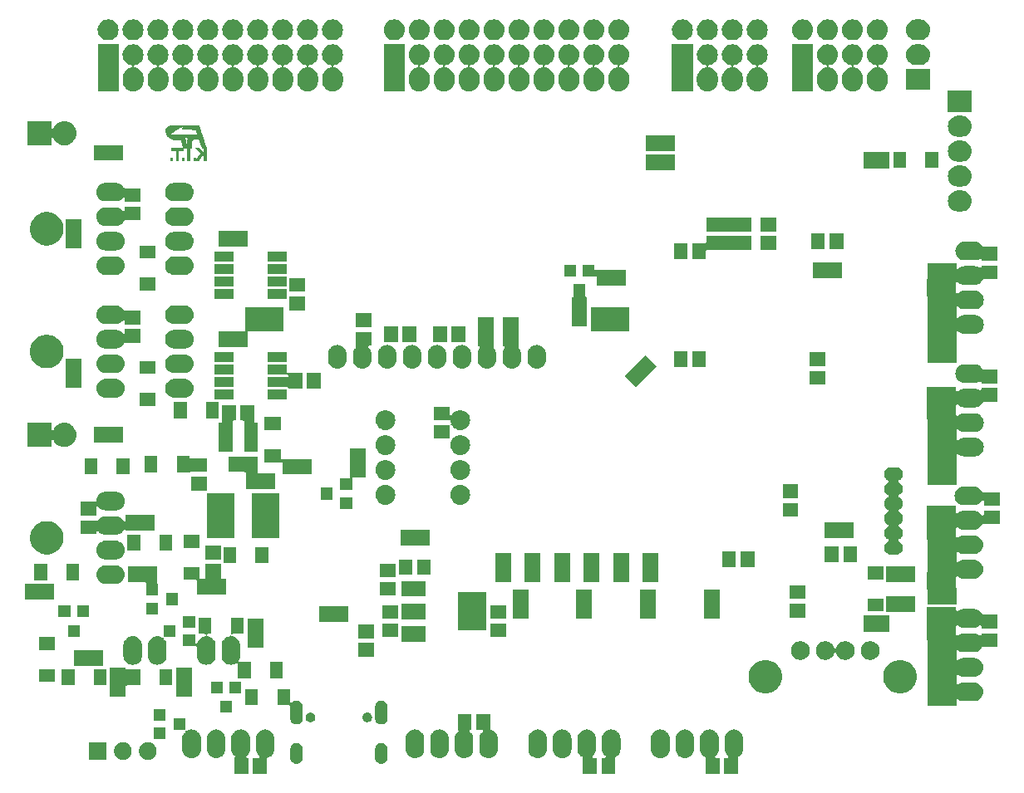
<source format=gbr>
G04 #@! TF.GenerationSoftware,KiCad,Pcbnew,(5.1.4)-1*
G04 #@! TF.CreationDate,2020-02-14T11:52:21+09:00*
G04 #@! TF.ProjectId,stm32f4_Centaurus,73746d33-3266-4345-9f43-656e74617572,rev?*
G04 #@! TF.SameCoordinates,Original*
G04 #@! TF.FileFunction,Soldermask,Bot*
G04 #@! TF.FilePolarity,Negative*
%FSLAX46Y46*%
G04 Gerber Fmt 4.6, Leading zero omitted, Abs format (unit mm)*
G04 Created by KiCad (PCBNEW (5.1.4)-1) date 2020-02-14 11:52:21*
%MOMM*%
%LPD*%
G04 APERTURE LIST*
%ADD10C,0.010000*%
%ADD11C,0.100000*%
G04 APERTURE END LIST*
D10*
G36*
X68073543Y-74836712D02*
G01*
X68073814Y-74872841D01*
X68074514Y-74906325D01*
X68075551Y-74934309D01*
X68076833Y-74953936D01*
X68077519Y-74959616D01*
X68081426Y-74983251D01*
X68294069Y-74983251D01*
X68294069Y-74737444D01*
X68073474Y-74737444D01*
X68073543Y-74836712D01*
X68073543Y-74836712D01*
G37*
X68073543Y-74836712D02*
X68073814Y-74872841D01*
X68074514Y-74906325D01*
X68075551Y-74934309D01*
X68076833Y-74953936D01*
X68077519Y-74959616D01*
X68081426Y-74983251D01*
X68294069Y-74983251D01*
X68294069Y-74737444D01*
X68073474Y-74737444D01*
X68073543Y-74836712D01*
G36*
X68771501Y-73730551D02*
G01*
X68183771Y-73732159D01*
X68183771Y-73965360D01*
X68418548Y-73967013D01*
X68653325Y-73968665D01*
X68653325Y-74468395D01*
X68653370Y-74564941D01*
X68653513Y-74649511D01*
X68653763Y-74722734D01*
X68654129Y-74785239D01*
X68654620Y-74837655D01*
X68655246Y-74880610D01*
X68656016Y-74914734D01*
X68656940Y-74940656D01*
X68658027Y-74959004D01*
X68659287Y-74970408D01*
X68660728Y-74975496D01*
X68660888Y-74975688D01*
X68669422Y-74978920D01*
X68688092Y-74981220D01*
X68717651Y-74982638D01*
X68758853Y-74983227D01*
X68770964Y-74983251D01*
X68809271Y-74983150D01*
X68836888Y-74982703D01*
X68855730Y-74981696D01*
X68867709Y-74979916D01*
X68874742Y-74977148D01*
X68878742Y-74973179D01*
X68880001Y-74971060D01*
X68881400Y-74961991D01*
X68882631Y-74940340D01*
X68883694Y-74906131D01*
X68884588Y-74859385D01*
X68885314Y-74800126D01*
X68885870Y-74728375D01*
X68886257Y-74644157D01*
X68886474Y-74547494D01*
X68886526Y-74463690D01*
X68886526Y-73968511D01*
X69113874Y-73968511D01*
X69175101Y-73968439D01*
X69224892Y-73968192D01*
X69264415Y-73967725D01*
X69294838Y-73966995D01*
X69317331Y-73965956D01*
X69333061Y-73964564D01*
X69343197Y-73962776D01*
X69348908Y-73960545D01*
X69350227Y-73959508D01*
X69353634Y-73953512D01*
X69356110Y-73942257D01*
X69357778Y-73924096D01*
X69358764Y-73897381D01*
X69359189Y-73860467D01*
X69359230Y-73839723D01*
X69359230Y-73728943D01*
X68771501Y-73730551D01*
X68771501Y-73730551D01*
G37*
X68771501Y-73730551D02*
X68183771Y-73732159D01*
X68183771Y-73965360D01*
X68418548Y-73967013D01*
X68653325Y-73968665D01*
X68653325Y-74468395D01*
X68653370Y-74564941D01*
X68653513Y-74649511D01*
X68653763Y-74722734D01*
X68654129Y-74785239D01*
X68654620Y-74837655D01*
X68655246Y-74880610D01*
X68656016Y-74914734D01*
X68656940Y-74940656D01*
X68658027Y-74959004D01*
X68659287Y-74970408D01*
X68660728Y-74975496D01*
X68660888Y-74975688D01*
X68669422Y-74978920D01*
X68688092Y-74981220D01*
X68717651Y-74982638D01*
X68758853Y-74983227D01*
X68770964Y-74983251D01*
X68809271Y-74983150D01*
X68836888Y-74982703D01*
X68855730Y-74981696D01*
X68867709Y-74979916D01*
X68874742Y-74977148D01*
X68878742Y-74973179D01*
X68880001Y-74971060D01*
X68881400Y-74961991D01*
X68882631Y-74940340D01*
X68883694Y-74906131D01*
X68884588Y-74859385D01*
X68885314Y-74800126D01*
X68885870Y-74728375D01*
X68886257Y-74644157D01*
X68886474Y-74547494D01*
X68886526Y-74463690D01*
X68886526Y-73968511D01*
X69113874Y-73968511D01*
X69175101Y-73968439D01*
X69224892Y-73968192D01*
X69264415Y-73967725D01*
X69294838Y-73966995D01*
X69317331Y-73965956D01*
X69333061Y-73964564D01*
X69343197Y-73962776D01*
X69348908Y-73960545D01*
X69350227Y-73959508D01*
X69353634Y-73953512D01*
X69356110Y-73942257D01*
X69357778Y-73924096D01*
X69358764Y-73897381D01*
X69359189Y-73860467D01*
X69359230Y-73839723D01*
X69359230Y-73728943D01*
X68771501Y-73730551D01*
G36*
X69245781Y-74983251D02*
G01*
X69359428Y-74983251D01*
X69402419Y-74983030D01*
X69434168Y-74982306D01*
X69456031Y-74980984D01*
X69469365Y-74978970D01*
X69475526Y-74976170D01*
X69476180Y-74975161D01*
X69477087Y-74966491D01*
X69477697Y-74947404D01*
X69477983Y-74920082D01*
X69477922Y-74886709D01*
X69477558Y-74853833D01*
X69475831Y-74740596D01*
X69245781Y-74737160D01*
X69245781Y-74983251D01*
X69245781Y-74983251D01*
G37*
X69245781Y-74983251D02*
X69359428Y-74983251D01*
X69402419Y-74983030D01*
X69434168Y-74982306D01*
X69456031Y-74980984D01*
X69469365Y-74978970D01*
X69475526Y-74976170D01*
X69476180Y-74975161D01*
X69477087Y-74966491D01*
X69477697Y-74947404D01*
X69477983Y-74920082D01*
X69477922Y-74886709D01*
X69477558Y-74853833D01*
X69475831Y-74740596D01*
X69245781Y-74737160D01*
X69245781Y-74983251D01*
G36*
X70424125Y-74983251D02*
G01*
X70651556Y-74983251D01*
X70649848Y-74858772D01*
X70648139Y-74734293D01*
X70427543Y-74734293D01*
X70424125Y-74983251D01*
X70424125Y-74983251D01*
G37*
X70424125Y-74983251D02*
X70651556Y-74983251D01*
X70649848Y-74858772D01*
X70648139Y-74734293D01*
X70427543Y-74734293D01*
X70424125Y-74983251D01*
G36*
X70353264Y-71466375D02*
G01*
X70261575Y-71466446D01*
X70174218Y-71466636D01*
X70092029Y-71466939D01*
X70015845Y-71467347D01*
X69946504Y-71467851D01*
X69884843Y-71468443D01*
X69831699Y-71469117D01*
X69787909Y-71469863D01*
X69754309Y-71470674D01*
X69731738Y-71471542D01*
X69721637Y-71472350D01*
X69695126Y-71476427D01*
X69668508Y-71480397D01*
X69655459Y-71482280D01*
X69622039Y-71489215D01*
X69582223Y-71500859D01*
X69540539Y-71515633D01*
X69501515Y-71531956D01*
X69474777Y-71545333D01*
X69421867Y-71581802D01*
X69376174Y-71627687D01*
X69338800Y-71681379D01*
X69310847Y-71741270D01*
X69293417Y-71805753D01*
X69292459Y-71811374D01*
X69289132Y-71831830D01*
X69971293Y-71833434D01*
X70653455Y-71835038D01*
X70680153Y-71913822D01*
X70688670Y-71938922D01*
X70700551Y-71973882D01*
X70715091Y-72016631D01*
X70731584Y-72065098D01*
X70749327Y-72117212D01*
X70767614Y-72170902D01*
X70779880Y-72206899D01*
X70796669Y-72256202D01*
X70812100Y-72301592D01*
X70825717Y-72341722D01*
X70837065Y-72375248D01*
X70845689Y-72400824D01*
X70851132Y-72417105D01*
X70852944Y-72422741D01*
X70846736Y-72422890D01*
X70828474Y-72423048D01*
X70798708Y-72423215D01*
X70757990Y-72423389D01*
X70706871Y-72423569D01*
X70645901Y-72423754D01*
X70575632Y-72423942D01*
X70496614Y-72424133D01*
X70409399Y-72424326D01*
X70314538Y-72424518D01*
X70212581Y-72424710D01*
X70104080Y-72424899D01*
X69989586Y-72425085D01*
X69869650Y-72425266D01*
X69744822Y-72425442D01*
X69615654Y-72425611D01*
X69482697Y-72425771D01*
X69374987Y-72425892D01*
X69239418Y-72426023D01*
X69107200Y-72426120D01*
X68978886Y-72426182D01*
X68855027Y-72426212D01*
X68736172Y-72426210D01*
X68622874Y-72426177D01*
X68515684Y-72426113D01*
X68415152Y-72426019D01*
X68321829Y-72425897D01*
X68236267Y-72425746D01*
X68159016Y-72425569D01*
X68090628Y-72425365D01*
X68031653Y-72425135D01*
X67982643Y-72424881D01*
X67944148Y-72424603D01*
X67916721Y-72424301D01*
X67900911Y-72423978D01*
X67896997Y-72423706D01*
X67901892Y-72417800D01*
X67915853Y-72405250D01*
X67937798Y-72386884D01*
X67966643Y-72363535D01*
X68001307Y-72336031D01*
X68040705Y-72305202D01*
X68083754Y-72271880D01*
X68129372Y-72236895D01*
X68176476Y-72201076D01*
X68223982Y-72165254D01*
X68270808Y-72130259D01*
X68315870Y-72096921D01*
X68358085Y-72066071D01*
X68396371Y-72038539D01*
X68429644Y-72015155D01*
X68432729Y-72013025D01*
X68477258Y-71982873D01*
X68528514Y-71949057D01*
X68583827Y-71913268D01*
X68640526Y-71877200D01*
X68695941Y-71842547D01*
X68747401Y-71811000D01*
X68792235Y-71784254D01*
X68807742Y-71775265D01*
X68842268Y-71755999D01*
X68883109Y-71734070D01*
X68927820Y-71710710D01*
X68973957Y-71687154D01*
X69019075Y-71664632D01*
X69060730Y-71644379D01*
X69096478Y-71627627D01*
X69123873Y-71615609D01*
X69126029Y-71614727D01*
X69148628Y-71605448D01*
X69167995Y-71597286D01*
X69179603Y-71592161D01*
X69210474Y-71578902D01*
X69249081Y-71564392D01*
X69293234Y-71549263D01*
X69340746Y-71534143D01*
X69389427Y-71519665D01*
X69437089Y-71506457D01*
X69481543Y-71495150D01*
X69520602Y-71486375D01*
X69552076Y-71480763D01*
X69572706Y-71478933D01*
X69586330Y-71477102D01*
X69592410Y-71472664D01*
X69592431Y-71472359D01*
X69586286Y-71471259D01*
X69568476Y-71470296D01*
X69539943Y-71469466D01*
X69501627Y-71468765D01*
X69454469Y-71468189D01*
X69399409Y-71467735D01*
X69337388Y-71467399D01*
X69269346Y-71467177D01*
X69196225Y-71467064D01*
X69118964Y-71467058D01*
X69038504Y-71467155D01*
X68955787Y-71467350D01*
X68871752Y-71467639D01*
X68787340Y-71468020D01*
X68703492Y-71468488D01*
X68621148Y-71469039D01*
X68541248Y-71469670D01*
X68464735Y-71470377D01*
X68392547Y-71471155D01*
X68325626Y-71472002D01*
X68264913Y-71472913D01*
X68211347Y-71473884D01*
X68165870Y-71474912D01*
X68129421Y-71475993D01*
X68102943Y-71477122D01*
X68087375Y-71478297D01*
X68086079Y-71478471D01*
X68008678Y-71492962D01*
X67934563Y-71512585D01*
X67865623Y-71536604D01*
X67803749Y-71564285D01*
X67750829Y-71594890D01*
X67713060Y-71623753D01*
X67669398Y-71670950D01*
X67633938Y-71726647D01*
X67607588Y-71789065D01*
X67591254Y-71856423D01*
X67589932Y-71865319D01*
X67587626Y-71890502D01*
X67586241Y-71923288D01*
X67585778Y-71959631D01*
X67586238Y-71995487D01*
X67587622Y-72026810D01*
X67589895Y-72049330D01*
X67607632Y-72134435D01*
X67633369Y-72220763D01*
X67666013Y-72305951D01*
X67704474Y-72387635D01*
X67747659Y-72463451D01*
X67794475Y-72531034D01*
X67833977Y-72577764D01*
X67888378Y-72629225D01*
X67952887Y-72677873D01*
X68028473Y-72724399D01*
X68073594Y-72748555D01*
X68134831Y-72778317D01*
X68192432Y-72802637D01*
X68249862Y-72822632D01*
X68310584Y-72839418D01*
X68378062Y-72854115D01*
X68430212Y-72863594D01*
X68446999Y-72866112D01*
X68466390Y-72868280D01*
X68489550Y-72870142D01*
X68517643Y-72871739D01*
X68551835Y-72873113D01*
X68593289Y-72874308D01*
X68643170Y-72875364D01*
X68702641Y-72876326D01*
X68772869Y-72877235D01*
X68819715Y-72877762D01*
X69146825Y-72881291D01*
X69179749Y-73004194D01*
X69192899Y-73053462D01*
X69207833Y-73109731D01*
X69224076Y-73171179D01*
X69241149Y-73235981D01*
X69258576Y-73302316D01*
X69275878Y-73368359D01*
X69292579Y-73432288D01*
X69308202Y-73492278D01*
X69322269Y-73546509D01*
X69334303Y-73593155D01*
X69343826Y-73630394D01*
X69347643Y-73645497D01*
X69368617Y-73729008D01*
X69582943Y-73729008D01*
X69797270Y-73729007D01*
X69797270Y-74980100D01*
X70017866Y-74980100D01*
X70017866Y-73729007D01*
X70119474Y-73729007D01*
X70221083Y-73729008D01*
X70224939Y-73661253D01*
X70225875Y-73639961D01*
X70226916Y-73607850D01*
X70228021Y-73566704D01*
X70229149Y-73518310D01*
X70230260Y-73464452D01*
X70231312Y-73406916D01*
X70232266Y-73347486D01*
X70232537Y-73328784D01*
X70233606Y-73258300D01*
X70234734Y-73199123D01*
X70236054Y-73149957D01*
X70237698Y-73109504D01*
X70239797Y-73076467D01*
X70242484Y-73049548D01*
X70245890Y-73027450D01*
X70250147Y-73008875D01*
X70255388Y-72992527D01*
X70261743Y-72977107D01*
X70269346Y-72961319D01*
X70270041Y-72959945D01*
X70298755Y-72915383D01*
X70335605Y-72879924D01*
X70375210Y-72855455D01*
X70395036Y-72845872D01*
X70413931Y-72837928D01*
X70433295Y-72831473D01*
X70454531Y-72826353D01*
X70479041Y-72822417D01*
X70508226Y-72819512D01*
X70543489Y-72817485D01*
X70586233Y-72816185D01*
X70637858Y-72815460D01*
X70699767Y-72815156D01*
X70746565Y-72815112D01*
X70985978Y-72815112D01*
X70994492Y-72835596D01*
X70998796Y-72847004D01*
X71006504Y-72868514D01*
X71016975Y-72898289D01*
X71029565Y-72934492D01*
X71043632Y-72975287D01*
X71056765Y-73013648D01*
X71073339Y-73062181D01*
X71092854Y-73119248D01*
X71114150Y-73181465D01*
X71136067Y-73245445D01*
X71157447Y-73307803D01*
X71177130Y-73365153D01*
X71177627Y-73366601D01*
X71203371Y-73441568D01*
X71225312Y-73505479D01*
X71243744Y-73559201D01*
X71258962Y-73603599D01*
X71271262Y-73639538D01*
X71280939Y-73667884D01*
X71288288Y-73689502D01*
X71293604Y-73705257D01*
X71297182Y-73716015D01*
X71299317Y-73722641D01*
X71300305Y-73726001D01*
X71300471Y-73726862D01*
X71306418Y-73727595D01*
X71322834Y-73728220D01*
X71347584Y-73728691D01*
X71378531Y-73728961D01*
X71398838Y-73729008D01*
X71436184Y-73729132D01*
X71462628Y-73729624D01*
X71479871Y-73730664D01*
X71489617Y-73732430D01*
X71493567Y-73735103D01*
X71493422Y-73738862D01*
X71493379Y-73738977D01*
X71492550Y-73747266D01*
X71491778Y-73766776D01*
X71491083Y-73796125D01*
X71490485Y-73833929D01*
X71490004Y-73878806D01*
X71489661Y-73929371D01*
X71489475Y-73984242D01*
X71489449Y-74008419D01*
X71489345Y-74267891D01*
X71402660Y-74179653D01*
X71377395Y-74153897D01*
X71345067Y-74120883D01*
X71307408Y-74082382D01*
X71266151Y-74040165D01*
X71223025Y-73996005D01*
X71179765Y-73951675D01*
X71147837Y-73918933D01*
X71109615Y-73879942D01*
X71073562Y-73843580D01*
X71040752Y-73810899D01*
X71012259Y-73782952D01*
X70989159Y-73760793D01*
X70972525Y-73745473D01*
X70963434Y-73738046D01*
X70962888Y-73737729D01*
X70951563Y-73734908D01*
X70930814Y-73732577D01*
X70902767Y-73730747D01*
X70869551Y-73729428D01*
X70833292Y-73728628D01*
X70796118Y-73728360D01*
X70760154Y-73728632D01*
X70727529Y-73729454D01*
X70700370Y-73730838D01*
X70680803Y-73732791D01*
X70670955Y-73735326D01*
X70670198Y-73736352D01*
X70674567Y-73741996D01*
X70687147Y-73755667D01*
X70707152Y-73776565D01*
X70733792Y-73803890D01*
X70766281Y-73836844D01*
X70803831Y-73874627D01*
X70845654Y-73916439D01*
X70890961Y-73961481D01*
X70933337Y-74003399D01*
X70988466Y-74057819D01*
X71035265Y-74104084D01*
X71074377Y-74142890D01*
X71106443Y-74174936D01*
X71132106Y-74200920D01*
X71152009Y-74221540D01*
X71166795Y-74237494D01*
X71177104Y-74249479D01*
X71183581Y-74258193D01*
X71186867Y-74264335D01*
X71187604Y-74268603D01*
X71186436Y-74271694D01*
X71184005Y-74274306D01*
X71183292Y-74274950D01*
X71174391Y-74284727D01*
X71160285Y-74302223D01*
X71143015Y-74324841D01*
X71126994Y-74346675D01*
X71104008Y-74378456D01*
X71078084Y-74414079D01*
X71053284Y-74447969D01*
X71042019Y-74463276D01*
X71021492Y-74491174D01*
X70996712Y-74524974D01*
X70970830Y-74560373D01*
X70947423Y-74592482D01*
X70924463Y-74624015D01*
X70900439Y-74656969D01*
X70878134Y-74687529D01*
X70860328Y-74711884D01*
X70859651Y-74712808D01*
X70842677Y-74736021D01*
X70820850Y-74765917D01*
X70796732Y-74798987D01*
X70772883Y-74831721D01*
X70767891Y-74838578D01*
X70746179Y-74868334D01*
X70725283Y-74896852D01*
X70707163Y-74921463D01*
X70693779Y-74939499D01*
X70690495Y-74943873D01*
X70679668Y-74960051D01*
X70673772Y-74972597D01*
X70673535Y-74977248D01*
X70681050Y-74979554D01*
X70698855Y-74981298D01*
X70724645Y-74982498D01*
X70756119Y-74983170D01*
X70790973Y-74983332D01*
X70826904Y-74983004D01*
X70861609Y-74982202D01*
X70892785Y-74980944D01*
X70918130Y-74979248D01*
X70935339Y-74977132D01*
X70941672Y-74975172D01*
X70949540Y-74966943D01*
X70962579Y-74951108D01*
X70978643Y-74930328D01*
X70988491Y-74917072D01*
X71009405Y-74888539D01*
X71032291Y-74857372D01*
X71053028Y-74829183D01*
X71057930Y-74822531D01*
X71071644Y-74803832D01*
X71091045Y-74777242D01*
X71114440Y-74745088D01*
X71140136Y-74709698D01*
X71166439Y-74673401D01*
X71171830Y-74665953D01*
X71214407Y-74607128D01*
X71250102Y-74557854D01*
X71279405Y-74517459D01*
X71302805Y-74485268D01*
X71320792Y-74460608D01*
X71333856Y-74442805D01*
X71341855Y-74432026D01*
X71354877Y-74414649D01*
X71425366Y-74482195D01*
X71495856Y-74549741D01*
X71495856Y-74976948D01*
X71722754Y-74976948D01*
X71722754Y-73737787D01*
X71570914Y-73287479D01*
X71544997Y-73210633D01*
X71519098Y-73133865D01*
X71493675Y-73058535D01*
X71469190Y-72986005D01*
X71446100Y-72917636D01*
X71424866Y-72854787D01*
X71405947Y-72798820D01*
X71389803Y-72751096D01*
X71376894Y-72712975D01*
X71375763Y-72709638D01*
X69900599Y-72709638D01*
X69874691Y-72747789D01*
X69859557Y-72772675D01*
X69843363Y-72803392D01*
X69829267Y-72833891D01*
X69827478Y-72838199D01*
X69819421Y-72858336D01*
X69812516Y-72877001D01*
X69806669Y-72895327D01*
X69801789Y-72914446D01*
X69797782Y-72935492D01*
X69794556Y-72959595D01*
X69792018Y-72987888D01*
X69790076Y-73021503D01*
X69788637Y-73061574D01*
X69787608Y-73109231D01*
X69786896Y-73165608D01*
X69786410Y-73231837D01*
X69786055Y-73309049D01*
X69785920Y-73346096D01*
X69785634Y-73411934D01*
X69785257Y-73473851D01*
X69784805Y-73530727D01*
X69784291Y-73581441D01*
X69783729Y-73624875D01*
X69783133Y-73659906D01*
X69782517Y-73685416D01*
X69781896Y-73700283D01*
X69781433Y-73703776D01*
X69778678Y-73698085D01*
X69773916Y-73682772D01*
X69767937Y-73660508D01*
X69764230Y-73645497D01*
X69757733Y-73618948D01*
X69748952Y-73583854D01*
X69738810Y-73543863D01*
X69728229Y-73502620D01*
X69722381Y-73480050D01*
X69711369Y-73437729D01*
X69699652Y-73392703D01*
X69688348Y-73349265D01*
X69678573Y-73311710D01*
X69674814Y-73297271D01*
X69654670Y-73220368D01*
X69632156Y-73135265D01*
X69608316Y-73045895D01*
X69586095Y-72963226D01*
X69577600Y-72931584D01*
X69566700Y-72890742D01*
X69554190Y-72843693D01*
X69540864Y-72793431D01*
X69527519Y-72742948D01*
X69519957Y-72714268D01*
X69507680Y-72667749D01*
X69495602Y-72622156D01*
X69484355Y-72579866D01*
X69474574Y-72543253D01*
X69466889Y-72514696D01*
X69462920Y-72500128D01*
X69456506Y-72476166D01*
X69451837Y-72457435D01*
X69449603Y-72446765D01*
X69449568Y-72445354D01*
X69453743Y-72449355D01*
X69463781Y-72461205D01*
X69477884Y-72478746D01*
X69485436Y-72488382D01*
X69542918Y-72553137D01*
X69606012Y-72607012D01*
X69674238Y-72649728D01*
X69747117Y-72681009D01*
X69824171Y-72700577D01*
X69859671Y-72705445D01*
X69900599Y-72709638D01*
X71375763Y-72709638D01*
X71369851Y-72692209D01*
X71335128Y-72589997D01*
X71302444Y-72493875D01*
X71272121Y-72404797D01*
X71244486Y-72323713D01*
X71219861Y-72251575D01*
X71198572Y-72189334D01*
X71180943Y-72137943D01*
X71178647Y-72131266D01*
X71169060Y-72103318D01*
X71156057Y-72065299D01*
X71140275Y-72019075D01*
X71122350Y-71966514D01*
X71102919Y-71909480D01*
X71082616Y-71849840D01*
X71062080Y-71789459D01*
X71052638Y-71761681D01*
X71033569Y-71705731D01*
X71015536Y-71653139D01*
X70998983Y-71605175D01*
X70984353Y-71563113D01*
X70972090Y-71528222D01*
X70962639Y-71501776D01*
X70956442Y-71485045D01*
X70954196Y-71479634D01*
X70947075Y-71466328D01*
X70353264Y-71466375D01*
X70353264Y-71466375D01*
G37*
X70353264Y-71466375D02*
X70261575Y-71466446D01*
X70174218Y-71466636D01*
X70092029Y-71466939D01*
X70015845Y-71467347D01*
X69946504Y-71467851D01*
X69884843Y-71468443D01*
X69831699Y-71469117D01*
X69787909Y-71469863D01*
X69754309Y-71470674D01*
X69731738Y-71471542D01*
X69721637Y-71472350D01*
X69695126Y-71476427D01*
X69668508Y-71480397D01*
X69655459Y-71482280D01*
X69622039Y-71489215D01*
X69582223Y-71500859D01*
X69540539Y-71515633D01*
X69501515Y-71531956D01*
X69474777Y-71545333D01*
X69421867Y-71581802D01*
X69376174Y-71627687D01*
X69338800Y-71681379D01*
X69310847Y-71741270D01*
X69293417Y-71805753D01*
X69292459Y-71811374D01*
X69289132Y-71831830D01*
X69971293Y-71833434D01*
X70653455Y-71835038D01*
X70680153Y-71913822D01*
X70688670Y-71938922D01*
X70700551Y-71973882D01*
X70715091Y-72016631D01*
X70731584Y-72065098D01*
X70749327Y-72117212D01*
X70767614Y-72170902D01*
X70779880Y-72206899D01*
X70796669Y-72256202D01*
X70812100Y-72301592D01*
X70825717Y-72341722D01*
X70837065Y-72375248D01*
X70845689Y-72400824D01*
X70851132Y-72417105D01*
X70852944Y-72422741D01*
X70846736Y-72422890D01*
X70828474Y-72423048D01*
X70798708Y-72423215D01*
X70757990Y-72423389D01*
X70706871Y-72423569D01*
X70645901Y-72423754D01*
X70575632Y-72423942D01*
X70496614Y-72424133D01*
X70409399Y-72424326D01*
X70314538Y-72424518D01*
X70212581Y-72424710D01*
X70104080Y-72424899D01*
X69989586Y-72425085D01*
X69869650Y-72425266D01*
X69744822Y-72425442D01*
X69615654Y-72425611D01*
X69482697Y-72425771D01*
X69374987Y-72425892D01*
X69239418Y-72426023D01*
X69107200Y-72426120D01*
X68978886Y-72426182D01*
X68855027Y-72426212D01*
X68736172Y-72426210D01*
X68622874Y-72426177D01*
X68515684Y-72426113D01*
X68415152Y-72426019D01*
X68321829Y-72425897D01*
X68236267Y-72425746D01*
X68159016Y-72425569D01*
X68090628Y-72425365D01*
X68031653Y-72425135D01*
X67982643Y-72424881D01*
X67944148Y-72424603D01*
X67916721Y-72424301D01*
X67900911Y-72423978D01*
X67896997Y-72423706D01*
X67901892Y-72417800D01*
X67915853Y-72405250D01*
X67937798Y-72386884D01*
X67966643Y-72363535D01*
X68001307Y-72336031D01*
X68040705Y-72305202D01*
X68083754Y-72271880D01*
X68129372Y-72236895D01*
X68176476Y-72201076D01*
X68223982Y-72165254D01*
X68270808Y-72130259D01*
X68315870Y-72096921D01*
X68358085Y-72066071D01*
X68396371Y-72038539D01*
X68429644Y-72015155D01*
X68432729Y-72013025D01*
X68477258Y-71982873D01*
X68528514Y-71949057D01*
X68583827Y-71913268D01*
X68640526Y-71877200D01*
X68695941Y-71842547D01*
X68747401Y-71811000D01*
X68792235Y-71784254D01*
X68807742Y-71775265D01*
X68842268Y-71755999D01*
X68883109Y-71734070D01*
X68927820Y-71710710D01*
X68973957Y-71687154D01*
X69019075Y-71664632D01*
X69060730Y-71644379D01*
X69096478Y-71627627D01*
X69123873Y-71615609D01*
X69126029Y-71614727D01*
X69148628Y-71605448D01*
X69167995Y-71597286D01*
X69179603Y-71592161D01*
X69210474Y-71578902D01*
X69249081Y-71564392D01*
X69293234Y-71549263D01*
X69340746Y-71534143D01*
X69389427Y-71519665D01*
X69437089Y-71506457D01*
X69481543Y-71495150D01*
X69520602Y-71486375D01*
X69552076Y-71480763D01*
X69572706Y-71478933D01*
X69586330Y-71477102D01*
X69592410Y-71472664D01*
X69592431Y-71472359D01*
X69586286Y-71471259D01*
X69568476Y-71470296D01*
X69539943Y-71469466D01*
X69501627Y-71468765D01*
X69454469Y-71468189D01*
X69399409Y-71467735D01*
X69337388Y-71467399D01*
X69269346Y-71467177D01*
X69196225Y-71467064D01*
X69118964Y-71467058D01*
X69038504Y-71467155D01*
X68955787Y-71467350D01*
X68871752Y-71467639D01*
X68787340Y-71468020D01*
X68703492Y-71468488D01*
X68621148Y-71469039D01*
X68541248Y-71469670D01*
X68464735Y-71470377D01*
X68392547Y-71471155D01*
X68325626Y-71472002D01*
X68264913Y-71472913D01*
X68211347Y-71473884D01*
X68165870Y-71474912D01*
X68129421Y-71475993D01*
X68102943Y-71477122D01*
X68087375Y-71478297D01*
X68086079Y-71478471D01*
X68008678Y-71492962D01*
X67934563Y-71512585D01*
X67865623Y-71536604D01*
X67803749Y-71564285D01*
X67750829Y-71594890D01*
X67713060Y-71623753D01*
X67669398Y-71670950D01*
X67633938Y-71726647D01*
X67607588Y-71789065D01*
X67591254Y-71856423D01*
X67589932Y-71865319D01*
X67587626Y-71890502D01*
X67586241Y-71923288D01*
X67585778Y-71959631D01*
X67586238Y-71995487D01*
X67587622Y-72026810D01*
X67589895Y-72049330D01*
X67607632Y-72134435D01*
X67633369Y-72220763D01*
X67666013Y-72305951D01*
X67704474Y-72387635D01*
X67747659Y-72463451D01*
X67794475Y-72531034D01*
X67833977Y-72577764D01*
X67888378Y-72629225D01*
X67952887Y-72677873D01*
X68028473Y-72724399D01*
X68073594Y-72748555D01*
X68134831Y-72778317D01*
X68192432Y-72802637D01*
X68249862Y-72822632D01*
X68310584Y-72839418D01*
X68378062Y-72854115D01*
X68430212Y-72863594D01*
X68446999Y-72866112D01*
X68466390Y-72868280D01*
X68489550Y-72870142D01*
X68517643Y-72871739D01*
X68551835Y-72873113D01*
X68593289Y-72874308D01*
X68643170Y-72875364D01*
X68702641Y-72876326D01*
X68772869Y-72877235D01*
X68819715Y-72877762D01*
X69146825Y-72881291D01*
X69179749Y-73004194D01*
X69192899Y-73053462D01*
X69207833Y-73109731D01*
X69224076Y-73171179D01*
X69241149Y-73235981D01*
X69258576Y-73302316D01*
X69275878Y-73368359D01*
X69292579Y-73432288D01*
X69308202Y-73492278D01*
X69322269Y-73546509D01*
X69334303Y-73593155D01*
X69343826Y-73630394D01*
X69347643Y-73645497D01*
X69368617Y-73729008D01*
X69582943Y-73729008D01*
X69797270Y-73729007D01*
X69797270Y-74980100D01*
X70017866Y-74980100D01*
X70017866Y-73729007D01*
X70119474Y-73729007D01*
X70221083Y-73729008D01*
X70224939Y-73661253D01*
X70225875Y-73639961D01*
X70226916Y-73607850D01*
X70228021Y-73566704D01*
X70229149Y-73518310D01*
X70230260Y-73464452D01*
X70231312Y-73406916D01*
X70232266Y-73347486D01*
X70232537Y-73328784D01*
X70233606Y-73258300D01*
X70234734Y-73199123D01*
X70236054Y-73149957D01*
X70237698Y-73109504D01*
X70239797Y-73076467D01*
X70242484Y-73049548D01*
X70245890Y-73027450D01*
X70250147Y-73008875D01*
X70255388Y-72992527D01*
X70261743Y-72977107D01*
X70269346Y-72961319D01*
X70270041Y-72959945D01*
X70298755Y-72915383D01*
X70335605Y-72879924D01*
X70375210Y-72855455D01*
X70395036Y-72845872D01*
X70413931Y-72837928D01*
X70433295Y-72831473D01*
X70454531Y-72826353D01*
X70479041Y-72822417D01*
X70508226Y-72819512D01*
X70543489Y-72817485D01*
X70586233Y-72816185D01*
X70637858Y-72815460D01*
X70699767Y-72815156D01*
X70746565Y-72815112D01*
X70985978Y-72815112D01*
X70994492Y-72835596D01*
X70998796Y-72847004D01*
X71006504Y-72868514D01*
X71016975Y-72898289D01*
X71029565Y-72934492D01*
X71043632Y-72975287D01*
X71056765Y-73013648D01*
X71073339Y-73062181D01*
X71092854Y-73119248D01*
X71114150Y-73181465D01*
X71136067Y-73245445D01*
X71157447Y-73307803D01*
X71177130Y-73365153D01*
X71177627Y-73366601D01*
X71203371Y-73441568D01*
X71225312Y-73505479D01*
X71243744Y-73559201D01*
X71258962Y-73603599D01*
X71271262Y-73639538D01*
X71280939Y-73667884D01*
X71288288Y-73689502D01*
X71293604Y-73705257D01*
X71297182Y-73716015D01*
X71299317Y-73722641D01*
X71300305Y-73726001D01*
X71300471Y-73726862D01*
X71306418Y-73727595D01*
X71322834Y-73728220D01*
X71347584Y-73728691D01*
X71378531Y-73728961D01*
X71398838Y-73729008D01*
X71436184Y-73729132D01*
X71462628Y-73729624D01*
X71479871Y-73730664D01*
X71489617Y-73732430D01*
X71493567Y-73735103D01*
X71493422Y-73738862D01*
X71493379Y-73738977D01*
X71492550Y-73747266D01*
X71491778Y-73766776D01*
X71491083Y-73796125D01*
X71490485Y-73833929D01*
X71490004Y-73878806D01*
X71489661Y-73929371D01*
X71489475Y-73984242D01*
X71489449Y-74008419D01*
X71489345Y-74267891D01*
X71402660Y-74179653D01*
X71377395Y-74153897D01*
X71345067Y-74120883D01*
X71307408Y-74082382D01*
X71266151Y-74040165D01*
X71223025Y-73996005D01*
X71179765Y-73951675D01*
X71147837Y-73918933D01*
X71109615Y-73879942D01*
X71073562Y-73843580D01*
X71040752Y-73810899D01*
X71012259Y-73782952D01*
X70989159Y-73760793D01*
X70972525Y-73745473D01*
X70963434Y-73738046D01*
X70962888Y-73737729D01*
X70951563Y-73734908D01*
X70930814Y-73732577D01*
X70902767Y-73730747D01*
X70869551Y-73729428D01*
X70833292Y-73728628D01*
X70796118Y-73728360D01*
X70760154Y-73728632D01*
X70727529Y-73729454D01*
X70700370Y-73730838D01*
X70680803Y-73732791D01*
X70670955Y-73735326D01*
X70670198Y-73736352D01*
X70674567Y-73741996D01*
X70687147Y-73755667D01*
X70707152Y-73776565D01*
X70733792Y-73803890D01*
X70766281Y-73836844D01*
X70803831Y-73874627D01*
X70845654Y-73916439D01*
X70890961Y-73961481D01*
X70933337Y-74003399D01*
X70988466Y-74057819D01*
X71035265Y-74104084D01*
X71074377Y-74142890D01*
X71106443Y-74174936D01*
X71132106Y-74200920D01*
X71152009Y-74221540D01*
X71166795Y-74237494D01*
X71177104Y-74249479D01*
X71183581Y-74258193D01*
X71186867Y-74264335D01*
X71187604Y-74268603D01*
X71186436Y-74271694D01*
X71184005Y-74274306D01*
X71183292Y-74274950D01*
X71174391Y-74284727D01*
X71160285Y-74302223D01*
X71143015Y-74324841D01*
X71126994Y-74346675D01*
X71104008Y-74378456D01*
X71078084Y-74414079D01*
X71053284Y-74447969D01*
X71042019Y-74463276D01*
X71021492Y-74491174D01*
X70996712Y-74524974D01*
X70970830Y-74560373D01*
X70947423Y-74592482D01*
X70924463Y-74624015D01*
X70900439Y-74656969D01*
X70878134Y-74687529D01*
X70860328Y-74711884D01*
X70859651Y-74712808D01*
X70842677Y-74736021D01*
X70820850Y-74765917D01*
X70796732Y-74798987D01*
X70772883Y-74831721D01*
X70767891Y-74838578D01*
X70746179Y-74868334D01*
X70725283Y-74896852D01*
X70707163Y-74921463D01*
X70693779Y-74939499D01*
X70690495Y-74943873D01*
X70679668Y-74960051D01*
X70673772Y-74972597D01*
X70673535Y-74977248D01*
X70681050Y-74979554D01*
X70698855Y-74981298D01*
X70724645Y-74982498D01*
X70756119Y-74983170D01*
X70790973Y-74983332D01*
X70826904Y-74983004D01*
X70861609Y-74982202D01*
X70892785Y-74980944D01*
X70918130Y-74979248D01*
X70935339Y-74977132D01*
X70941672Y-74975172D01*
X70949540Y-74966943D01*
X70962579Y-74951108D01*
X70978643Y-74930328D01*
X70988491Y-74917072D01*
X71009405Y-74888539D01*
X71032291Y-74857372D01*
X71053028Y-74829183D01*
X71057930Y-74822531D01*
X71071644Y-74803832D01*
X71091045Y-74777242D01*
X71114440Y-74745088D01*
X71140136Y-74709698D01*
X71166439Y-74673401D01*
X71171830Y-74665953D01*
X71214407Y-74607128D01*
X71250102Y-74557854D01*
X71279405Y-74517459D01*
X71302805Y-74485268D01*
X71320792Y-74460608D01*
X71333856Y-74442805D01*
X71341855Y-74432026D01*
X71354877Y-74414649D01*
X71425366Y-74482195D01*
X71495856Y-74549741D01*
X71495856Y-74976948D01*
X71722754Y-74976948D01*
X71722754Y-73737787D01*
X71570914Y-73287479D01*
X71544997Y-73210633D01*
X71519098Y-73133865D01*
X71493675Y-73058535D01*
X71469190Y-72986005D01*
X71446100Y-72917636D01*
X71424866Y-72854787D01*
X71405947Y-72798820D01*
X71389803Y-72751096D01*
X71376894Y-72712975D01*
X71375763Y-72709638D01*
X69900599Y-72709638D01*
X69874691Y-72747789D01*
X69859557Y-72772675D01*
X69843363Y-72803392D01*
X69829267Y-72833891D01*
X69827478Y-72838199D01*
X69819421Y-72858336D01*
X69812516Y-72877001D01*
X69806669Y-72895327D01*
X69801789Y-72914446D01*
X69797782Y-72935492D01*
X69794556Y-72959595D01*
X69792018Y-72987888D01*
X69790076Y-73021503D01*
X69788637Y-73061574D01*
X69787608Y-73109231D01*
X69786896Y-73165608D01*
X69786410Y-73231837D01*
X69786055Y-73309049D01*
X69785920Y-73346096D01*
X69785634Y-73411934D01*
X69785257Y-73473851D01*
X69784805Y-73530727D01*
X69784291Y-73581441D01*
X69783729Y-73624875D01*
X69783133Y-73659906D01*
X69782517Y-73685416D01*
X69781896Y-73700283D01*
X69781433Y-73703776D01*
X69778678Y-73698085D01*
X69773916Y-73682772D01*
X69767937Y-73660508D01*
X69764230Y-73645497D01*
X69757733Y-73618948D01*
X69748952Y-73583854D01*
X69738810Y-73543863D01*
X69728229Y-73502620D01*
X69722381Y-73480050D01*
X69711369Y-73437729D01*
X69699652Y-73392703D01*
X69688348Y-73349265D01*
X69678573Y-73311710D01*
X69674814Y-73297271D01*
X69654670Y-73220368D01*
X69632156Y-73135265D01*
X69608316Y-73045895D01*
X69586095Y-72963226D01*
X69577600Y-72931584D01*
X69566700Y-72890742D01*
X69554190Y-72843693D01*
X69540864Y-72793431D01*
X69527519Y-72742948D01*
X69519957Y-72714268D01*
X69507680Y-72667749D01*
X69495602Y-72622156D01*
X69484355Y-72579866D01*
X69474574Y-72543253D01*
X69466889Y-72514696D01*
X69462920Y-72500128D01*
X69456506Y-72476166D01*
X69451837Y-72457435D01*
X69449603Y-72446765D01*
X69449568Y-72445354D01*
X69453743Y-72449355D01*
X69463781Y-72461205D01*
X69477884Y-72478746D01*
X69485436Y-72488382D01*
X69542918Y-72553137D01*
X69606012Y-72607012D01*
X69674238Y-72649728D01*
X69747117Y-72681009D01*
X69824171Y-72700577D01*
X69859671Y-72705445D01*
X69900599Y-72709638D01*
X71375763Y-72709638D01*
X71369851Y-72692209D01*
X71335128Y-72589997D01*
X71302444Y-72493875D01*
X71272121Y-72404797D01*
X71244486Y-72323713D01*
X71219861Y-72251575D01*
X71198572Y-72189334D01*
X71180943Y-72137943D01*
X71178647Y-72131266D01*
X71169060Y-72103318D01*
X71156057Y-72065299D01*
X71140275Y-72019075D01*
X71122350Y-71966514D01*
X71102919Y-71909480D01*
X71082616Y-71849840D01*
X71062080Y-71789459D01*
X71052638Y-71761681D01*
X71033569Y-71705731D01*
X71015536Y-71653139D01*
X70998983Y-71605175D01*
X70984353Y-71563113D01*
X70972090Y-71528222D01*
X70962639Y-71501776D01*
X70956442Y-71485045D01*
X70954196Y-71479634D01*
X70947075Y-71466328D01*
X70353264Y-71466375D01*
D11*
G36*
X113186231Y-133063746D02*
G01*
X113358737Y-133116075D01*
X113365310Y-133118069D01*
X113448896Y-133162747D01*
X113530345Y-133206282D01*
X113564025Y-133233923D01*
X113675002Y-133324998D01*
X113783073Y-133456685D01*
X113793718Y-133469655D01*
X113834780Y-133546477D01*
X113881932Y-133634691D01*
X113936254Y-133813769D01*
X113950000Y-133953334D01*
X113950000Y-135046666D01*
X113936254Y-135186231D01*
X113881932Y-135365309D01*
X113881931Y-135365310D01*
X113803480Y-135512082D01*
X113793717Y-135530346D01*
X113675002Y-135675002D01*
X113576846Y-135755555D01*
X113530345Y-135793718D01*
X113467695Y-135827205D01*
X113466075Y-135828071D01*
X113445700Y-135841685D01*
X113428373Y-135859012D01*
X113414760Y-135879386D01*
X113405382Y-135902025D01*
X113400000Y-135938310D01*
X113400000Y-137550000D01*
X112000000Y-137550000D01*
X112000000Y-135950000D01*
X112310737Y-135950000D01*
X112335123Y-135947598D01*
X112358572Y-135940485D01*
X112380183Y-135928934D01*
X112399125Y-135913389D01*
X112414670Y-135894447D01*
X112426221Y-135872836D01*
X112433334Y-135849387D01*
X112435736Y-135825001D01*
X112433334Y-135800615D01*
X112426221Y-135777166D01*
X112414670Y-135755555D01*
X112399125Y-135736613D01*
X112390035Y-135728375D01*
X112324999Y-135675002D01*
X112206284Y-135530346D01*
X112196522Y-135512082D01*
X112118069Y-135365308D01*
X112063747Y-135186232D01*
X112063747Y-135186231D01*
X112063746Y-135186229D01*
X112050000Y-135046666D01*
X112050000Y-133953335D01*
X112063746Y-133813770D01*
X112063747Y-133813768D01*
X112118068Y-133634693D01*
X112118069Y-133634690D01*
X112164850Y-133547169D01*
X112206282Y-133469655D01*
X112243168Y-133424710D01*
X112324998Y-133324998D01*
X112469654Y-133206283D01*
X112469653Y-133206283D01*
X112469655Y-133206282D01*
X112573073Y-133151004D01*
X112634691Y-133118068D01*
X112738392Y-133086611D01*
X112813768Y-133063746D01*
X113000000Y-133045404D01*
X113186231Y-133063746D01*
X113186231Y-133063746D01*
G37*
G36*
X110686231Y-133063746D02*
G01*
X110858737Y-133116075D01*
X110865310Y-133118069D01*
X110948896Y-133162747D01*
X111030345Y-133206282D01*
X111064025Y-133233923D01*
X111175002Y-133324998D01*
X111283073Y-133456685D01*
X111293718Y-133469655D01*
X111334780Y-133546477D01*
X111381932Y-133634691D01*
X111436254Y-133813769D01*
X111450000Y-133953334D01*
X111450000Y-135046666D01*
X111436254Y-135186231D01*
X111381932Y-135365309D01*
X111381931Y-135365310D01*
X111303480Y-135512082D01*
X111293717Y-135530346D01*
X111175002Y-135675002D01*
X111109966Y-135728375D01*
X111092639Y-135745702D01*
X111079025Y-135766077D01*
X111069647Y-135788716D01*
X111064867Y-135812749D01*
X111064867Y-135837253D01*
X111069647Y-135861286D01*
X111079025Y-135883925D01*
X111092638Y-135904299D01*
X111109965Y-135921626D01*
X111130340Y-135935240D01*
X111152979Y-135944618D01*
X111177012Y-135949398D01*
X111189264Y-135950000D01*
X111520000Y-135950000D01*
X111520000Y-137550000D01*
X110120000Y-137550000D01*
X110120000Y-135949000D01*
X110117598Y-135924614D01*
X110110485Y-135901165D01*
X110098934Y-135879554D01*
X110083389Y-135860612D01*
X110053926Y-135838761D01*
X109969656Y-135793718D01*
X109949487Y-135777166D01*
X109824999Y-135675002D01*
X109706284Y-135530346D01*
X109696522Y-135512082D01*
X109618069Y-135365308D01*
X109563747Y-135186232D01*
X109563747Y-135186231D01*
X109563746Y-135186229D01*
X109550000Y-135046666D01*
X109550000Y-133953335D01*
X109563746Y-133813770D01*
X109563747Y-133813768D01*
X109618068Y-133634693D01*
X109618069Y-133634690D01*
X109664850Y-133547169D01*
X109706282Y-133469655D01*
X109743168Y-133424710D01*
X109824998Y-133324998D01*
X109969654Y-133206283D01*
X109969653Y-133206283D01*
X109969655Y-133206282D01*
X110073073Y-133151004D01*
X110134691Y-133118068D01*
X110238392Y-133086611D01*
X110313768Y-133063746D01*
X110500000Y-133045404D01*
X110686231Y-133063746D01*
X110686231Y-133063746D01*
G37*
G36*
X125686231Y-133063746D02*
G01*
X125858737Y-133116075D01*
X125865310Y-133118069D01*
X125948896Y-133162747D01*
X126030345Y-133206282D01*
X126064025Y-133233923D01*
X126175002Y-133324998D01*
X126283073Y-133456685D01*
X126293718Y-133469655D01*
X126334780Y-133546477D01*
X126381932Y-133634691D01*
X126436254Y-133813769D01*
X126450000Y-133953334D01*
X126450000Y-135046666D01*
X126436254Y-135186231D01*
X126381932Y-135365309D01*
X126381931Y-135365310D01*
X126303480Y-135512082D01*
X126293717Y-135530346D01*
X126175002Y-135675002D01*
X126076846Y-135755555D01*
X126030345Y-135793718D01*
X125967695Y-135827205D01*
X125966075Y-135828071D01*
X125945700Y-135841685D01*
X125928373Y-135859012D01*
X125914760Y-135879386D01*
X125905382Y-135902025D01*
X125900000Y-135938310D01*
X125900000Y-137550000D01*
X124500000Y-137550000D01*
X124500000Y-135950000D01*
X124810737Y-135950000D01*
X124835123Y-135947598D01*
X124858572Y-135940485D01*
X124880183Y-135928934D01*
X124899125Y-135913389D01*
X124914670Y-135894447D01*
X124926221Y-135872836D01*
X124933334Y-135849387D01*
X124935736Y-135825001D01*
X124933334Y-135800615D01*
X124926221Y-135777166D01*
X124914670Y-135755555D01*
X124899125Y-135736613D01*
X124890035Y-135728375D01*
X124824999Y-135675002D01*
X124706284Y-135530346D01*
X124696522Y-135512082D01*
X124618069Y-135365308D01*
X124563747Y-135186232D01*
X124563747Y-135186231D01*
X124563746Y-135186229D01*
X124550000Y-135046666D01*
X124550000Y-133953335D01*
X124563746Y-133813770D01*
X124563747Y-133813768D01*
X124618068Y-133634693D01*
X124618069Y-133634690D01*
X124664850Y-133547169D01*
X124706282Y-133469655D01*
X124743168Y-133424710D01*
X124824998Y-133324998D01*
X124969654Y-133206283D01*
X124969653Y-133206283D01*
X124969655Y-133206282D01*
X125073073Y-133151004D01*
X125134691Y-133118068D01*
X125238392Y-133086611D01*
X125313768Y-133063746D01*
X125500000Y-133045404D01*
X125686231Y-133063746D01*
X125686231Y-133063746D01*
G37*
G36*
X77936231Y-133063746D02*
G01*
X78108737Y-133116075D01*
X78115310Y-133118069D01*
X78198896Y-133162747D01*
X78280345Y-133206282D01*
X78314025Y-133233923D01*
X78425002Y-133324998D01*
X78533073Y-133456685D01*
X78543718Y-133469655D01*
X78584780Y-133546477D01*
X78631932Y-133634691D01*
X78686254Y-133813769D01*
X78700000Y-133953334D01*
X78700000Y-135046666D01*
X78686254Y-135186231D01*
X78631932Y-135365309D01*
X78631931Y-135365310D01*
X78553480Y-135512082D01*
X78543717Y-135530346D01*
X78425002Y-135675002D01*
X78300514Y-135777166D01*
X78280345Y-135793718D01*
X78216075Y-135828071D01*
X78115309Y-135881932D01*
X77988714Y-135920334D01*
X77966075Y-135929712D01*
X77945700Y-135943326D01*
X77928373Y-135960653D01*
X77914760Y-135981027D01*
X77905382Y-136003666D01*
X77900000Y-136039951D01*
X77900000Y-137550000D01*
X76500000Y-137550000D01*
X76500000Y-135950000D01*
X77060737Y-135950000D01*
X77085123Y-135947598D01*
X77108572Y-135940485D01*
X77130183Y-135928934D01*
X77149125Y-135913389D01*
X77164670Y-135894447D01*
X77176221Y-135872836D01*
X77183334Y-135849387D01*
X77185736Y-135825001D01*
X77183334Y-135800615D01*
X77176221Y-135777166D01*
X77164670Y-135755555D01*
X77149125Y-135736613D01*
X77140035Y-135728375D01*
X77074999Y-135675002D01*
X76956284Y-135530346D01*
X76946522Y-135512082D01*
X76868069Y-135365308D01*
X76813747Y-135186232D01*
X76813747Y-135186231D01*
X76813746Y-135186229D01*
X76800000Y-135046666D01*
X76800000Y-133953335D01*
X76813746Y-133813770D01*
X76813747Y-133813768D01*
X76868068Y-133634693D01*
X76868069Y-133634690D01*
X76914850Y-133547169D01*
X76956282Y-133469655D01*
X76993168Y-133424710D01*
X77074998Y-133324998D01*
X77219654Y-133206283D01*
X77219653Y-133206283D01*
X77219655Y-133206282D01*
X77323073Y-133151004D01*
X77384691Y-133118068D01*
X77488392Y-133086611D01*
X77563768Y-133063746D01*
X77750000Y-133045404D01*
X77936231Y-133063746D01*
X77936231Y-133063746D01*
G37*
G36*
X75436231Y-133063746D02*
G01*
X75608737Y-133116075D01*
X75615310Y-133118069D01*
X75698896Y-133162747D01*
X75780345Y-133206282D01*
X75814025Y-133233923D01*
X75925002Y-133324998D01*
X76033073Y-133456685D01*
X76043718Y-133469655D01*
X76084780Y-133546477D01*
X76131932Y-133634691D01*
X76186254Y-133813769D01*
X76200000Y-133953334D01*
X76200000Y-135046666D01*
X76186254Y-135186231D01*
X76131932Y-135365309D01*
X76131931Y-135365310D01*
X76053480Y-135512082D01*
X76043717Y-135530346D01*
X75925002Y-135675002D01*
X75859966Y-135728375D01*
X75842639Y-135745702D01*
X75829025Y-135766077D01*
X75819647Y-135788716D01*
X75814867Y-135812749D01*
X75814867Y-135837253D01*
X75819647Y-135861286D01*
X75829025Y-135883925D01*
X75842638Y-135904299D01*
X75859965Y-135921626D01*
X75880340Y-135935240D01*
X75902979Y-135944618D01*
X75927012Y-135949398D01*
X75939264Y-135950000D01*
X76020000Y-135950000D01*
X76020000Y-137550000D01*
X74620000Y-137550000D01*
X74620000Y-135934377D01*
X74630183Y-135928934D01*
X74649125Y-135913389D01*
X74664670Y-135894447D01*
X74676221Y-135872836D01*
X74683334Y-135849387D01*
X74685736Y-135825001D01*
X74683334Y-135800615D01*
X74676221Y-135777166D01*
X74664670Y-135755555D01*
X74649125Y-135736613D01*
X74640035Y-135728375D01*
X74574999Y-135675002D01*
X74456284Y-135530346D01*
X74446522Y-135512082D01*
X74368069Y-135365308D01*
X74313747Y-135186232D01*
X74313747Y-135186231D01*
X74313746Y-135186229D01*
X74300000Y-135046666D01*
X74300000Y-133953335D01*
X74313746Y-133813770D01*
X74313747Y-133813768D01*
X74368068Y-133634693D01*
X74368069Y-133634690D01*
X74414850Y-133547169D01*
X74456282Y-133469655D01*
X74493168Y-133424710D01*
X74574998Y-133324998D01*
X74719654Y-133206283D01*
X74719653Y-133206283D01*
X74719655Y-133206282D01*
X74823073Y-133151004D01*
X74884691Y-133118068D01*
X74988392Y-133086611D01*
X75063768Y-133063746D01*
X75250000Y-133045404D01*
X75436231Y-133063746D01*
X75436231Y-133063746D01*
G37*
G36*
X123186231Y-133063746D02*
G01*
X123358737Y-133116075D01*
X123365310Y-133118069D01*
X123448896Y-133162747D01*
X123530345Y-133206282D01*
X123564025Y-133233923D01*
X123675002Y-133324998D01*
X123783073Y-133456685D01*
X123793718Y-133469655D01*
X123834780Y-133546477D01*
X123881932Y-133634691D01*
X123936254Y-133813769D01*
X123950000Y-133953334D01*
X123950000Y-135046666D01*
X123936254Y-135186231D01*
X123881932Y-135365309D01*
X123881931Y-135365310D01*
X123803480Y-135512082D01*
X123793717Y-135530346D01*
X123675002Y-135675002D01*
X123609966Y-135728375D01*
X123592639Y-135745702D01*
X123579025Y-135766077D01*
X123569647Y-135788716D01*
X123564867Y-135812749D01*
X123564867Y-135837253D01*
X123569647Y-135861286D01*
X123579025Y-135883925D01*
X123592638Y-135904299D01*
X123609965Y-135921626D01*
X123630340Y-135935240D01*
X123652979Y-135944618D01*
X123677012Y-135949398D01*
X123689264Y-135950000D01*
X124020000Y-135950000D01*
X124020000Y-137550000D01*
X122620000Y-137550000D01*
X122620000Y-135949000D01*
X122617598Y-135924614D01*
X122610485Y-135901165D01*
X122598934Y-135879554D01*
X122583389Y-135860612D01*
X122553926Y-135838761D01*
X122469656Y-135793718D01*
X122449487Y-135777166D01*
X122324999Y-135675002D01*
X122206284Y-135530346D01*
X122196522Y-135512082D01*
X122118069Y-135365308D01*
X122063747Y-135186232D01*
X122063747Y-135186231D01*
X122063746Y-135186229D01*
X122050000Y-135046666D01*
X122050000Y-133953335D01*
X122063746Y-133813770D01*
X122063747Y-133813768D01*
X122118068Y-133634693D01*
X122118069Y-133634690D01*
X122164850Y-133547169D01*
X122206282Y-133469655D01*
X122243168Y-133424710D01*
X122324998Y-133324998D01*
X122469654Y-133206283D01*
X122469653Y-133206283D01*
X122469655Y-133206282D01*
X122573073Y-133151004D01*
X122634691Y-133118068D01*
X122738392Y-133086611D01*
X122813768Y-133063746D01*
X123000000Y-133045404D01*
X123186231Y-133063746D01*
X123186231Y-133063746D01*
G37*
G36*
X81045997Y-134448280D02*
G01*
X81057422Y-134449405D01*
X81118684Y-134467989D01*
X81179947Y-134486573D01*
X81292867Y-134546930D01*
X81391843Y-134628157D01*
X81473070Y-134727132D01*
X81533427Y-134840052D01*
X81570595Y-134962578D01*
X81580000Y-135058068D01*
X81580000Y-135921932D01*
X81570595Y-136017422D01*
X81533427Y-136139948D01*
X81473070Y-136252868D01*
X81391843Y-136351843D01*
X81292868Y-136433070D01*
X81179948Y-136493427D01*
X81118685Y-136512011D01*
X81057423Y-136530595D01*
X81045998Y-136531720D01*
X80930000Y-136543145D01*
X80814003Y-136531720D01*
X80802578Y-136530595D01*
X80741316Y-136512011D01*
X80680053Y-136493427D01*
X80567133Y-136433070D01*
X80468158Y-136351843D01*
X80386931Y-136252868D01*
X80326574Y-136139948D01*
X80289405Y-136017422D01*
X80280000Y-135921932D01*
X80280000Y-135058069D01*
X80289405Y-134962579D01*
X80289406Y-134962577D01*
X80326573Y-134840054D01*
X80326573Y-134840053D01*
X80386930Y-134727133D01*
X80468157Y-134628157D01*
X80567132Y-134546930D01*
X80680052Y-134486573D01*
X80741315Y-134467989D01*
X80802577Y-134449405D01*
X80814002Y-134448280D01*
X80930000Y-134436855D01*
X81045997Y-134448280D01*
X81045997Y-134448280D01*
G37*
G36*
X89685997Y-134448280D02*
G01*
X89697422Y-134449405D01*
X89758684Y-134467989D01*
X89819947Y-134486573D01*
X89932867Y-134546930D01*
X90031843Y-134628157D01*
X90113070Y-134727132D01*
X90173427Y-134840052D01*
X90210595Y-134962578D01*
X90220000Y-135058068D01*
X90220000Y-135921932D01*
X90210595Y-136017422D01*
X90173427Y-136139948D01*
X90113070Y-136252868D01*
X90031843Y-136351843D01*
X89932868Y-136433070D01*
X89819948Y-136493427D01*
X89758685Y-136512011D01*
X89697423Y-136530595D01*
X89685998Y-136531720D01*
X89570000Y-136543145D01*
X89454003Y-136531720D01*
X89442578Y-136530595D01*
X89381316Y-136512011D01*
X89320053Y-136493427D01*
X89207133Y-136433070D01*
X89108158Y-136351843D01*
X89026931Y-136252868D01*
X88966574Y-136139948D01*
X88929405Y-136017422D01*
X88920000Y-135921932D01*
X88920000Y-135058069D01*
X88929405Y-134962579D01*
X88929406Y-134962577D01*
X88966573Y-134840054D01*
X88966573Y-134840053D01*
X89026930Y-134727133D01*
X89108157Y-134628157D01*
X89207132Y-134546930D01*
X89320052Y-134486573D01*
X89381315Y-134467989D01*
X89442577Y-134449405D01*
X89454002Y-134448280D01*
X89570000Y-134436855D01*
X89685997Y-134448280D01*
X89685997Y-134448280D01*
G37*
G36*
X63454220Y-134374519D02*
G01*
X63512083Y-134386029D01*
X63675599Y-134453760D01*
X63822760Y-134552090D01*
X63947910Y-134677240D01*
X64046240Y-134824401D01*
X64103476Y-134962579D01*
X64113971Y-134987918D01*
X64148500Y-135161504D01*
X64148500Y-135338496D01*
X64143166Y-135365309D01*
X64113971Y-135512083D01*
X64046240Y-135675599D01*
X63947910Y-135822760D01*
X63822760Y-135947910D01*
X63675599Y-136046240D01*
X63512083Y-136113971D01*
X63454220Y-136125481D01*
X63338496Y-136148500D01*
X63161504Y-136148500D01*
X63045780Y-136125481D01*
X62987917Y-136113971D01*
X62824401Y-136046240D01*
X62677240Y-135947910D01*
X62552090Y-135822760D01*
X62453760Y-135675599D01*
X62386029Y-135512083D01*
X62356834Y-135365309D01*
X62351500Y-135338496D01*
X62351500Y-135161504D01*
X62386029Y-134987918D01*
X62396525Y-134962579D01*
X62453760Y-134824401D01*
X62552090Y-134677240D01*
X62677240Y-134552090D01*
X62824401Y-134453760D01*
X62987917Y-134386029D01*
X63045780Y-134374519D01*
X63161504Y-134351500D01*
X63338496Y-134351500D01*
X63454220Y-134374519D01*
X63454220Y-134374519D01*
G37*
G36*
X65994220Y-134374519D02*
G01*
X66052083Y-134386029D01*
X66215599Y-134453760D01*
X66362760Y-134552090D01*
X66487910Y-134677240D01*
X66586240Y-134824401D01*
X66643476Y-134962579D01*
X66653971Y-134987918D01*
X66688500Y-135161504D01*
X66688500Y-135338496D01*
X66683166Y-135365309D01*
X66653971Y-135512083D01*
X66586240Y-135675599D01*
X66487910Y-135822760D01*
X66362760Y-135947910D01*
X66215599Y-136046240D01*
X66052083Y-136113971D01*
X65994220Y-136125481D01*
X65878496Y-136148500D01*
X65701504Y-136148500D01*
X65585780Y-136125481D01*
X65527917Y-136113971D01*
X65364401Y-136046240D01*
X65217240Y-135947910D01*
X65092090Y-135822760D01*
X64993760Y-135675599D01*
X64926029Y-135512083D01*
X64896834Y-135365309D01*
X64891500Y-135338496D01*
X64891500Y-135161504D01*
X64926029Y-134987918D01*
X64936525Y-134962579D01*
X64993760Y-134824401D01*
X65092090Y-134677240D01*
X65217240Y-134552090D01*
X65364401Y-134453760D01*
X65527917Y-134386029D01*
X65585780Y-134374519D01*
X65701504Y-134351500D01*
X65878496Y-134351500D01*
X65994220Y-134374519D01*
X65994220Y-134374519D01*
G37*
G36*
X61608500Y-136148500D02*
G01*
X59811500Y-136148500D01*
X59811500Y-134351500D01*
X61608500Y-134351500D01*
X61608500Y-136148500D01*
X61608500Y-136148500D01*
G37*
G36*
X95686231Y-133063746D02*
G01*
X95858737Y-133116075D01*
X95865310Y-133118069D01*
X95948896Y-133162747D01*
X96030345Y-133206282D01*
X96064025Y-133233923D01*
X96175002Y-133324998D01*
X96283073Y-133456685D01*
X96293718Y-133469655D01*
X96334780Y-133546477D01*
X96381932Y-133634691D01*
X96436254Y-133813769D01*
X96450000Y-133953334D01*
X96450000Y-135046666D01*
X96436254Y-135186231D01*
X96381932Y-135365309D01*
X96381931Y-135365310D01*
X96303480Y-135512082D01*
X96293717Y-135530346D01*
X96175002Y-135675002D01*
X96050514Y-135777166D01*
X96030345Y-135793718D01*
X95966075Y-135828071D01*
X95865309Y-135881932D01*
X95801905Y-135901165D01*
X95686232Y-135936254D01*
X95500000Y-135954596D01*
X95313769Y-135936254D01*
X95198096Y-135901165D01*
X95134692Y-135881932D01*
X95033926Y-135828071D01*
X94969656Y-135793718D01*
X94949487Y-135777166D01*
X94824999Y-135675002D01*
X94706284Y-135530346D01*
X94696522Y-135512082D01*
X94618069Y-135365308D01*
X94563747Y-135186232D01*
X94563747Y-135186231D01*
X94563746Y-135186229D01*
X94550000Y-135046666D01*
X94550000Y-133953335D01*
X94563746Y-133813770D01*
X94563747Y-133813768D01*
X94618068Y-133634693D01*
X94618069Y-133634690D01*
X94664850Y-133547169D01*
X94706282Y-133469655D01*
X94743168Y-133424710D01*
X94824998Y-133324998D01*
X94969654Y-133206283D01*
X94969653Y-133206283D01*
X94969655Y-133206282D01*
X95073073Y-133151004D01*
X95134691Y-133118068D01*
X95238392Y-133086611D01*
X95313768Y-133063746D01*
X95500000Y-133045404D01*
X95686231Y-133063746D01*
X95686231Y-133063746D01*
G37*
G36*
X120686231Y-133063746D02*
G01*
X120858737Y-133116075D01*
X120865310Y-133118069D01*
X120948896Y-133162747D01*
X121030345Y-133206282D01*
X121064025Y-133233923D01*
X121175002Y-133324998D01*
X121283073Y-133456685D01*
X121293718Y-133469655D01*
X121334780Y-133546477D01*
X121381932Y-133634691D01*
X121436254Y-133813769D01*
X121450000Y-133953334D01*
X121450000Y-135046666D01*
X121436254Y-135186231D01*
X121381932Y-135365309D01*
X121381931Y-135365310D01*
X121303480Y-135512082D01*
X121293717Y-135530346D01*
X121175002Y-135675002D01*
X121050514Y-135777166D01*
X121030345Y-135793718D01*
X120966075Y-135828071D01*
X120865309Y-135881932D01*
X120801905Y-135901165D01*
X120686232Y-135936254D01*
X120500000Y-135954596D01*
X120313769Y-135936254D01*
X120198096Y-135901165D01*
X120134692Y-135881932D01*
X120033926Y-135828071D01*
X119969656Y-135793718D01*
X119949487Y-135777166D01*
X119824999Y-135675002D01*
X119706284Y-135530346D01*
X119696522Y-135512082D01*
X119618069Y-135365308D01*
X119563747Y-135186232D01*
X119563747Y-135186231D01*
X119563746Y-135186229D01*
X119550000Y-135046666D01*
X119550000Y-133953335D01*
X119563746Y-133813770D01*
X119563747Y-133813768D01*
X119618068Y-133634693D01*
X119618069Y-133634690D01*
X119664850Y-133547169D01*
X119706282Y-133469655D01*
X119743168Y-133424710D01*
X119824998Y-133324998D01*
X119969654Y-133206283D01*
X119969653Y-133206283D01*
X119969655Y-133206282D01*
X120073073Y-133151004D01*
X120134691Y-133118068D01*
X120238392Y-133086611D01*
X120313768Y-133063746D01*
X120500000Y-133045404D01*
X120686231Y-133063746D01*
X120686231Y-133063746D01*
G37*
G36*
X108186231Y-133063746D02*
G01*
X108358737Y-133116075D01*
X108365310Y-133118069D01*
X108448896Y-133162747D01*
X108530345Y-133206282D01*
X108564025Y-133233923D01*
X108675002Y-133324998D01*
X108783073Y-133456685D01*
X108793718Y-133469655D01*
X108834780Y-133546477D01*
X108881932Y-133634691D01*
X108936254Y-133813769D01*
X108950000Y-133953334D01*
X108950000Y-135046666D01*
X108936254Y-135186231D01*
X108881932Y-135365309D01*
X108881931Y-135365310D01*
X108803480Y-135512082D01*
X108793717Y-135530346D01*
X108675002Y-135675002D01*
X108550514Y-135777166D01*
X108530345Y-135793718D01*
X108466075Y-135828071D01*
X108365309Y-135881932D01*
X108301905Y-135901165D01*
X108186232Y-135936254D01*
X108000000Y-135954596D01*
X107813769Y-135936254D01*
X107698096Y-135901165D01*
X107634692Y-135881932D01*
X107533926Y-135828071D01*
X107469656Y-135793718D01*
X107449487Y-135777166D01*
X107324999Y-135675002D01*
X107206284Y-135530346D01*
X107196522Y-135512082D01*
X107118069Y-135365308D01*
X107063747Y-135186232D01*
X107063747Y-135186231D01*
X107063746Y-135186229D01*
X107050000Y-135046666D01*
X107050000Y-133953335D01*
X107063746Y-133813770D01*
X107063747Y-133813768D01*
X107118068Y-133634693D01*
X107118069Y-133634690D01*
X107164850Y-133547169D01*
X107206282Y-133469655D01*
X107243168Y-133424710D01*
X107324998Y-133324998D01*
X107469654Y-133206283D01*
X107469653Y-133206283D01*
X107469655Y-133206282D01*
X107573073Y-133151004D01*
X107634691Y-133118068D01*
X107738392Y-133086611D01*
X107813768Y-133063746D01*
X108000000Y-133045404D01*
X108186231Y-133063746D01*
X108186231Y-133063746D01*
G37*
G36*
X105686231Y-133063746D02*
G01*
X105858737Y-133116075D01*
X105865310Y-133118069D01*
X105948896Y-133162747D01*
X106030345Y-133206282D01*
X106064025Y-133233923D01*
X106175002Y-133324998D01*
X106283073Y-133456685D01*
X106293718Y-133469655D01*
X106334780Y-133546477D01*
X106381932Y-133634691D01*
X106436254Y-133813769D01*
X106450000Y-133953334D01*
X106450000Y-135046666D01*
X106436254Y-135186231D01*
X106381932Y-135365309D01*
X106381931Y-135365310D01*
X106303480Y-135512082D01*
X106293717Y-135530346D01*
X106175002Y-135675002D01*
X106050514Y-135777166D01*
X106030345Y-135793718D01*
X105966075Y-135828071D01*
X105865309Y-135881932D01*
X105801905Y-135901165D01*
X105686232Y-135936254D01*
X105500000Y-135954596D01*
X105313769Y-135936254D01*
X105198096Y-135901165D01*
X105134692Y-135881932D01*
X105033926Y-135828071D01*
X104969656Y-135793718D01*
X104949487Y-135777166D01*
X104824999Y-135675002D01*
X104706284Y-135530346D01*
X104696522Y-135512082D01*
X104618069Y-135365308D01*
X104563747Y-135186232D01*
X104563747Y-135186231D01*
X104563746Y-135186229D01*
X104550000Y-135046666D01*
X104550000Y-133953335D01*
X104563746Y-133813770D01*
X104563747Y-133813768D01*
X104618068Y-133634693D01*
X104618069Y-133634690D01*
X104664850Y-133547169D01*
X104706282Y-133469655D01*
X104743168Y-133424710D01*
X104824998Y-133324998D01*
X104969654Y-133206283D01*
X104969653Y-133206283D01*
X104969655Y-133206282D01*
X105073073Y-133151004D01*
X105134691Y-133118068D01*
X105238392Y-133086611D01*
X105313768Y-133063746D01*
X105500000Y-133045404D01*
X105686231Y-133063746D01*
X105686231Y-133063746D01*
G37*
G36*
X93186231Y-133063746D02*
G01*
X93358737Y-133116075D01*
X93365310Y-133118069D01*
X93448896Y-133162747D01*
X93530345Y-133206282D01*
X93564025Y-133233923D01*
X93675002Y-133324998D01*
X93783073Y-133456685D01*
X93793718Y-133469655D01*
X93834780Y-133546477D01*
X93881932Y-133634691D01*
X93936254Y-133813769D01*
X93950000Y-133953334D01*
X93950000Y-135046666D01*
X93936254Y-135186231D01*
X93881932Y-135365309D01*
X93881931Y-135365310D01*
X93803480Y-135512082D01*
X93793717Y-135530346D01*
X93675002Y-135675002D01*
X93550514Y-135777166D01*
X93530345Y-135793718D01*
X93466075Y-135828071D01*
X93365309Y-135881932D01*
X93301905Y-135901165D01*
X93186232Y-135936254D01*
X93000000Y-135954596D01*
X92813769Y-135936254D01*
X92698096Y-135901165D01*
X92634692Y-135881932D01*
X92533926Y-135828071D01*
X92469656Y-135793718D01*
X92449487Y-135777166D01*
X92324999Y-135675002D01*
X92206284Y-135530346D01*
X92196522Y-135512082D01*
X92118069Y-135365308D01*
X92063747Y-135186232D01*
X92063747Y-135186231D01*
X92063746Y-135186229D01*
X92050000Y-135046666D01*
X92050000Y-133953335D01*
X92063746Y-133813770D01*
X92063747Y-133813768D01*
X92118068Y-133634693D01*
X92118069Y-133634690D01*
X92164850Y-133547169D01*
X92206282Y-133469655D01*
X92243168Y-133424710D01*
X92324998Y-133324998D01*
X92469654Y-133206283D01*
X92469653Y-133206283D01*
X92469655Y-133206282D01*
X92573073Y-133151004D01*
X92634691Y-133118068D01*
X92738392Y-133086611D01*
X92813768Y-133063746D01*
X93000000Y-133045404D01*
X93186231Y-133063746D01*
X93186231Y-133063746D01*
G37*
G36*
X98770000Y-133050000D02*
G01*
X98689264Y-133050000D01*
X98664878Y-133052402D01*
X98641429Y-133059515D01*
X98619818Y-133071066D01*
X98600876Y-133086611D01*
X98585331Y-133105553D01*
X98573780Y-133127164D01*
X98566667Y-133150613D01*
X98564265Y-133174999D01*
X98566667Y-133199385D01*
X98573780Y-133222834D01*
X98585331Y-133244445D01*
X98600876Y-133263387D01*
X98609966Y-133271625D01*
X98675002Y-133324998D01*
X98783073Y-133456685D01*
X98793718Y-133469655D01*
X98834780Y-133546477D01*
X98881932Y-133634691D01*
X98936254Y-133813769D01*
X98950000Y-133953334D01*
X98950000Y-135046666D01*
X98936254Y-135186231D01*
X98881932Y-135365309D01*
X98881931Y-135365310D01*
X98803480Y-135512082D01*
X98793717Y-135530346D01*
X98675002Y-135675002D01*
X98550514Y-135777166D01*
X98530345Y-135793718D01*
X98466075Y-135828071D01*
X98365309Y-135881932D01*
X98301905Y-135901165D01*
X98186232Y-135936254D01*
X98000000Y-135954596D01*
X97813769Y-135936254D01*
X97698096Y-135901165D01*
X97634692Y-135881932D01*
X97533926Y-135828071D01*
X97469656Y-135793718D01*
X97449487Y-135777166D01*
X97324999Y-135675002D01*
X97206284Y-135530346D01*
X97196522Y-135512082D01*
X97118069Y-135365308D01*
X97063747Y-135186232D01*
X97063747Y-135186231D01*
X97063746Y-135186229D01*
X97050000Y-135046666D01*
X97050000Y-133953335D01*
X97063746Y-133813770D01*
X97063747Y-133813768D01*
X97118068Y-133634693D01*
X97118069Y-133634690D01*
X97164850Y-133547169D01*
X97206282Y-133469655D01*
X97243168Y-133424710D01*
X97324998Y-133324998D01*
X97390034Y-133271625D01*
X97407361Y-133254298D01*
X97420975Y-133233923D01*
X97430353Y-133211284D01*
X97435133Y-133187251D01*
X97435133Y-133162747D01*
X97430353Y-133138714D01*
X97420975Y-133116075D01*
X97407362Y-133095701D01*
X97390035Y-133078374D01*
X97370000Y-133064987D01*
X97370000Y-131450000D01*
X98770000Y-131450000D01*
X98770000Y-133050000D01*
X98770000Y-133050000D01*
G37*
G36*
X118186231Y-133063746D02*
G01*
X118358737Y-133116075D01*
X118365310Y-133118069D01*
X118448896Y-133162747D01*
X118530345Y-133206282D01*
X118564025Y-133233923D01*
X118675002Y-133324998D01*
X118783073Y-133456685D01*
X118793718Y-133469655D01*
X118834780Y-133546477D01*
X118881932Y-133634691D01*
X118936254Y-133813769D01*
X118950000Y-133953334D01*
X118950000Y-135046666D01*
X118936254Y-135186231D01*
X118881932Y-135365309D01*
X118881931Y-135365310D01*
X118803480Y-135512082D01*
X118793717Y-135530346D01*
X118675002Y-135675002D01*
X118550514Y-135777166D01*
X118530345Y-135793718D01*
X118466075Y-135828071D01*
X118365309Y-135881932D01*
X118301905Y-135901165D01*
X118186232Y-135936254D01*
X118000000Y-135954596D01*
X117813769Y-135936254D01*
X117698096Y-135901165D01*
X117634692Y-135881932D01*
X117533926Y-135828071D01*
X117469656Y-135793718D01*
X117449487Y-135777166D01*
X117324999Y-135675002D01*
X117206284Y-135530346D01*
X117196522Y-135512082D01*
X117118069Y-135365308D01*
X117063747Y-135186232D01*
X117063747Y-135186231D01*
X117063746Y-135186229D01*
X117050000Y-135046666D01*
X117050000Y-133953335D01*
X117063746Y-133813770D01*
X117063747Y-133813768D01*
X117118068Y-133634693D01*
X117118069Y-133634690D01*
X117164850Y-133547169D01*
X117206282Y-133469655D01*
X117243168Y-133424710D01*
X117324998Y-133324998D01*
X117469654Y-133206283D01*
X117469653Y-133206283D01*
X117469655Y-133206282D01*
X117573073Y-133151004D01*
X117634691Y-133118068D01*
X117738392Y-133086611D01*
X117813768Y-133063746D01*
X118000000Y-133045404D01*
X118186231Y-133063746D01*
X118186231Y-133063746D01*
G37*
G36*
X72936231Y-133063746D02*
G01*
X73108737Y-133116075D01*
X73115310Y-133118069D01*
X73198896Y-133162747D01*
X73280345Y-133206282D01*
X73314025Y-133233923D01*
X73425002Y-133324998D01*
X73533073Y-133456685D01*
X73543718Y-133469655D01*
X73584780Y-133546477D01*
X73631932Y-133634691D01*
X73686254Y-133813769D01*
X73700000Y-133953334D01*
X73700000Y-135046666D01*
X73686254Y-135186231D01*
X73631932Y-135365309D01*
X73631931Y-135365310D01*
X73553480Y-135512082D01*
X73543717Y-135530346D01*
X73425002Y-135675002D01*
X73300514Y-135777166D01*
X73280345Y-135793718D01*
X73216075Y-135828071D01*
X73115309Y-135881932D01*
X73051905Y-135901165D01*
X72936232Y-135936254D01*
X72750000Y-135954596D01*
X72563769Y-135936254D01*
X72448096Y-135901165D01*
X72384692Y-135881932D01*
X72283926Y-135828071D01*
X72219656Y-135793718D01*
X72199487Y-135777166D01*
X72074999Y-135675002D01*
X71956284Y-135530346D01*
X71946522Y-135512082D01*
X71868069Y-135365308D01*
X71813747Y-135186232D01*
X71813747Y-135186231D01*
X71813746Y-135186229D01*
X71800000Y-135046666D01*
X71800000Y-133953335D01*
X71813746Y-133813770D01*
X71813747Y-133813768D01*
X71868068Y-133634693D01*
X71868069Y-133634690D01*
X71914850Y-133547169D01*
X71956282Y-133469655D01*
X71993168Y-133424710D01*
X72074998Y-133324998D01*
X72219654Y-133206283D01*
X72219653Y-133206283D01*
X72219655Y-133206282D01*
X72323073Y-133151004D01*
X72384691Y-133118068D01*
X72488392Y-133086611D01*
X72563768Y-133063746D01*
X72750000Y-133045404D01*
X72936231Y-133063746D01*
X72936231Y-133063746D01*
G37*
G36*
X69598270Y-133062616D02*
G01*
X69600672Y-133087002D01*
X69607785Y-133110451D01*
X69619336Y-133132062D01*
X69634881Y-133151004D01*
X69653823Y-133166549D01*
X69675434Y-133178100D01*
X69698883Y-133185213D01*
X69723269Y-133187615D01*
X69747655Y-133185213D01*
X69771104Y-133178100D01*
X69782182Y-133172861D01*
X69865317Y-133128424D01*
X69884691Y-133118068D01*
X69988392Y-133086611D01*
X70063768Y-133063746D01*
X70250000Y-133045404D01*
X70436231Y-133063746D01*
X70608737Y-133116075D01*
X70615310Y-133118069D01*
X70698896Y-133162747D01*
X70780345Y-133206282D01*
X70814025Y-133233923D01*
X70925002Y-133324998D01*
X71033073Y-133456685D01*
X71043718Y-133469655D01*
X71084780Y-133546477D01*
X71131932Y-133634691D01*
X71186254Y-133813769D01*
X71200000Y-133953334D01*
X71200000Y-135046666D01*
X71186254Y-135186231D01*
X71131932Y-135365309D01*
X71131931Y-135365310D01*
X71053480Y-135512082D01*
X71043717Y-135530346D01*
X70925002Y-135675002D01*
X70800514Y-135777166D01*
X70780345Y-135793718D01*
X70716075Y-135828071D01*
X70615309Y-135881932D01*
X70551905Y-135901165D01*
X70436232Y-135936254D01*
X70250000Y-135954596D01*
X70063769Y-135936254D01*
X69948096Y-135901165D01*
X69884692Y-135881932D01*
X69783926Y-135828071D01*
X69719656Y-135793718D01*
X69699487Y-135777166D01*
X69574999Y-135675002D01*
X69456284Y-135530346D01*
X69446522Y-135512082D01*
X69368069Y-135365308D01*
X69313747Y-135186232D01*
X69313747Y-135186231D01*
X69313746Y-135186229D01*
X69300000Y-135046666D01*
X69300000Y-133953335D01*
X69313746Y-133813770D01*
X69313747Y-133813768D01*
X69368068Y-133634693D01*
X69368069Y-133634690D01*
X69414850Y-133547169D01*
X69456282Y-133469655D01*
X69509794Y-133404451D01*
X69574998Y-133324999D01*
X69579048Y-133321675D01*
X69596375Y-133304348D01*
X69609989Y-133283974D01*
X69619366Y-133261335D01*
X69624147Y-133237302D01*
X69624147Y-133212798D01*
X69619367Y-133188764D01*
X69609990Y-133166126D01*
X69596376Y-133145751D01*
X69579049Y-133128424D01*
X69558675Y-133114810D01*
X69536036Y-133105433D01*
X69512003Y-133100652D01*
X69499750Y-133100050D01*
X68398170Y-133100050D01*
X68398170Y-131899950D01*
X69598270Y-131899950D01*
X69598270Y-133062616D01*
X69598270Y-133062616D01*
G37*
G36*
X100650000Y-132960050D02*
G01*
X100652402Y-132984436D01*
X100659515Y-133007885D01*
X100671066Y-133029496D01*
X100686611Y-133048438D01*
X100705553Y-133063983D01*
X100727164Y-133075534D01*
X100738705Y-133079664D01*
X100858737Y-133116075D01*
X100865310Y-133118069D01*
X100948896Y-133162747D01*
X101030345Y-133206282D01*
X101064025Y-133233923D01*
X101175002Y-133324998D01*
X101283073Y-133456685D01*
X101293718Y-133469655D01*
X101334780Y-133546477D01*
X101381932Y-133634691D01*
X101436254Y-133813769D01*
X101450000Y-133953334D01*
X101450000Y-135046666D01*
X101436254Y-135186231D01*
X101381932Y-135365309D01*
X101381931Y-135365310D01*
X101303480Y-135512082D01*
X101293717Y-135530346D01*
X101175002Y-135675002D01*
X101050514Y-135777166D01*
X101030345Y-135793718D01*
X100966075Y-135828071D01*
X100865309Y-135881932D01*
X100801905Y-135901165D01*
X100686232Y-135936254D01*
X100500000Y-135954596D01*
X100313769Y-135936254D01*
X100198096Y-135901165D01*
X100134692Y-135881932D01*
X100033926Y-135828071D01*
X99969656Y-135793718D01*
X99949487Y-135777166D01*
X99824999Y-135675002D01*
X99706284Y-135530346D01*
X99696522Y-135512082D01*
X99618069Y-135365308D01*
X99563747Y-135186232D01*
X99563747Y-135186231D01*
X99563746Y-135186229D01*
X99550000Y-135046666D01*
X99550000Y-133953335D01*
X99563746Y-133813770D01*
X99563747Y-133813768D01*
X99618068Y-133634693D01*
X99618069Y-133634690D01*
X99664850Y-133547169D01*
X99706282Y-133469655D01*
X99743168Y-133424710D01*
X99824998Y-133324998D01*
X99890034Y-133271625D01*
X99907361Y-133254298D01*
X99920975Y-133233923D01*
X99930353Y-133211284D01*
X99935133Y-133187251D01*
X99935133Y-133162747D01*
X99930353Y-133138714D01*
X99920975Y-133116075D01*
X99907362Y-133095701D01*
X99890035Y-133078374D01*
X99869660Y-133064760D01*
X99847021Y-133055382D01*
X99822988Y-133050602D01*
X99810736Y-133050000D01*
X99250000Y-133050000D01*
X99250000Y-131450000D01*
X100650000Y-131450000D01*
X100650000Y-132960050D01*
X100650000Y-132960050D01*
G37*
G36*
X67599290Y-134050050D02*
G01*
X66399190Y-134050050D01*
X66399190Y-132849950D01*
X67599290Y-132849950D01*
X67599290Y-134050050D01*
X67599290Y-134050050D01*
G37*
G36*
X89685997Y-130128280D02*
G01*
X89697422Y-130129405D01*
X89758684Y-130147989D01*
X89819947Y-130166573D01*
X89932867Y-130226930D01*
X90031843Y-130308157D01*
X90113070Y-130407132D01*
X90173427Y-130520052D01*
X90185545Y-130560000D01*
X90199409Y-130605701D01*
X90210595Y-130642578D01*
X90220000Y-130738068D01*
X90220000Y-131901932D01*
X90210595Y-131997422D01*
X90173427Y-132119948D01*
X90113070Y-132232868D01*
X90031843Y-132331843D01*
X89932868Y-132413070D01*
X89819948Y-132473427D01*
X89758685Y-132492011D01*
X89697423Y-132510595D01*
X89685998Y-132511720D01*
X89570000Y-132523145D01*
X89454003Y-132511720D01*
X89442578Y-132510595D01*
X89381316Y-132492011D01*
X89320053Y-132473427D01*
X89207133Y-132413070D01*
X89108158Y-132331843D01*
X89026931Y-132232868D01*
X88966574Y-132119948D01*
X88929406Y-131997422D01*
X88920001Y-131901932D01*
X88920000Y-130738069D01*
X88929405Y-130642579D01*
X88929406Y-130642577D01*
X88966573Y-130520054D01*
X88966573Y-130520053D01*
X89026930Y-130407133D01*
X89108157Y-130308157D01*
X89207132Y-130226930D01*
X89320052Y-130166573D01*
X89381315Y-130147989D01*
X89442577Y-130129405D01*
X89454002Y-130128280D01*
X89570000Y-130116855D01*
X89685997Y-130128280D01*
X89685997Y-130128280D01*
G37*
G36*
X80290000Y-130190079D02*
G01*
X80292402Y-130214465D01*
X80299515Y-130237914D01*
X80311066Y-130259525D01*
X80326611Y-130278467D01*
X80345553Y-130294012D01*
X80367164Y-130305563D01*
X80390613Y-130312676D01*
X80414999Y-130315078D01*
X80439385Y-130312676D01*
X80462834Y-130305563D01*
X80494294Y-130286707D01*
X80567132Y-130226930D01*
X80680052Y-130166573D01*
X80741315Y-130147989D01*
X80802577Y-130129405D01*
X80814002Y-130128280D01*
X80930000Y-130116855D01*
X81045997Y-130128280D01*
X81057422Y-130129405D01*
X81118684Y-130147989D01*
X81179947Y-130166573D01*
X81292867Y-130226930D01*
X81391843Y-130308157D01*
X81473070Y-130407132D01*
X81533427Y-130520052D01*
X81545545Y-130560000D01*
X81559409Y-130605701D01*
X81570595Y-130642578D01*
X81580000Y-130738068D01*
X81580000Y-131901932D01*
X81570595Y-131997422D01*
X81533427Y-132119948D01*
X81473070Y-132232868D01*
X81391843Y-132331843D01*
X81292868Y-132413070D01*
X81179948Y-132473427D01*
X81118685Y-132492011D01*
X81057423Y-132510595D01*
X81045998Y-132511720D01*
X80930000Y-132523145D01*
X80814003Y-132511720D01*
X80802578Y-132510595D01*
X80741316Y-132492011D01*
X80680053Y-132473427D01*
X80567133Y-132413070D01*
X80468158Y-132331843D01*
X80386931Y-132232868D01*
X80326574Y-132119948D01*
X80289406Y-131997422D01*
X80280001Y-131901932D01*
X80280000Y-130738069D01*
X80284021Y-130697243D01*
X80284021Y-130672747D01*
X80279241Y-130648714D01*
X80269863Y-130626075D01*
X80256250Y-130605701D01*
X80238923Y-130588374D01*
X80218548Y-130574760D01*
X80195910Y-130565382D01*
X80171876Y-130560602D01*
X80159624Y-130560000D01*
X78980000Y-130560000D01*
X78980000Y-128940000D01*
X80290000Y-128940000D01*
X80290000Y-130190079D01*
X80290000Y-130190079D01*
G37*
G36*
X88285843Y-131319214D02*
G01*
X88285846Y-131319215D01*
X88285845Y-131319215D01*
X88376839Y-131356906D01*
X88418063Y-131384451D01*
X88458730Y-131411624D01*
X88528376Y-131481270D01*
X88583095Y-131563163D01*
X88620786Y-131654157D01*
X88640000Y-131750753D01*
X88640000Y-131849247D01*
X88620786Y-131945843D01*
X88620785Y-131945845D01*
X88583094Y-132036839D01*
X88528375Y-132118731D01*
X88458731Y-132188375D01*
X88376839Y-132243094D01*
X88376838Y-132243095D01*
X88376837Y-132243095D01*
X88285843Y-132280786D01*
X88189247Y-132300000D01*
X88090753Y-132300000D01*
X87994157Y-132280786D01*
X87903163Y-132243095D01*
X87903162Y-132243095D01*
X87903161Y-132243094D01*
X87821269Y-132188375D01*
X87751625Y-132118731D01*
X87696906Y-132036839D01*
X87659215Y-131945845D01*
X87659214Y-131945843D01*
X87640000Y-131849247D01*
X87640000Y-131750753D01*
X87659214Y-131654157D01*
X87696905Y-131563163D01*
X87751624Y-131481270D01*
X87821270Y-131411624D01*
X87861937Y-131384451D01*
X87903161Y-131356906D01*
X87994155Y-131319215D01*
X87994154Y-131319215D01*
X87994157Y-131319214D01*
X88090753Y-131300000D01*
X88189247Y-131300000D01*
X88285843Y-131319214D01*
X88285843Y-131319214D01*
G37*
G36*
X82505843Y-131319214D02*
G01*
X82505846Y-131319215D01*
X82505845Y-131319215D01*
X82596839Y-131356906D01*
X82638063Y-131384451D01*
X82678730Y-131411624D01*
X82748376Y-131481270D01*
X82803095Y-131563163D01*
X82840786Y-131654157D01*
X82860000Y-131750753D01*
X82860000Y-131849247D01*
X82840786Y-131945843D01*
X82840785Y-131945845D01*
X82803094Y-132036839D01*
X82748375Y-132118731D01*
X82678731Y-132188375D01*
X82596839Y-132243094D01*
X82596838Y-132243095D01*
X82596837Y-132243095D01*
X82505843Y-132280786D01*
X82409247Y-132300000D01*
X82310753Y-132300000D01*
X82214157Y-132280786D01*
X82123163Y-132243095D01*
X82123162Y-132243095D01*
X82123161Y-132243094D01*
X82041269Y-132188375D01*
X81971625Y-132118731D01*
X81916906Y-132036839D01*
X81879215Y-131945845D01*
X81879214Y-131945843D01*
X81860000Y-131849247D01*
X81860000Y-131750753D01*
X81879214Y-131654157D01*
X81916905Y-131563163D01*
X81971624Y-131481270D01*
X82041270Y-131411624D01*
X82081937Y-131384451D01*
X82123161Y-131356906D01*
X82214155Y-131319215D01*
X82214154Y-131319215D01*
X82214157Y-131319214D01*
X82310753Y-131300000D01*
X82409247Y-131300000D01*
X82505843Y-131319214D01*
X82505843Y-131319214D01*
G37*
G36*
X67599290Y-132150050D02*
G01*
X66399190Y-132150050D01*
X66399190Y-130949950D01*
X67599290Y-130949950D01*
X67599290Y-132150050D01*
X67599290Y-132150050D01*
G37*
G36*
X74350050Y-131348270D02*
G01*
X73149950Y-131348270D01*
X73149950Y-130148170D01*
X74350050Y-130148170D01*
X74350050Y-131348270D01*
X74350050Y-131348270D01*
G37*
G36*
X148130000Y-120865087D02*
G01*
X148132402Y-120889473D01*
X148139515Y-120912922D01*
X148151066Y-120934533D01*
X148166611Y-120953475D01*
X148185553Y-120969020D01*
X148207164Y-120980571D01*
X148230613Y-120987684D01*
X148254999Y-120990086D01*
X148279385Y-120987684D01*
X148302834Y-120980571D01*
X148334297Y-120961713D01*
X148389654Y-120916283D01*
X148389653Y-120916283D01*
X148389655Y-120916282D01*
X148485434Y-120865087D01*
X148554691Y-120828068D01*
X148644230Y-120800907D01*
X148733768Y-120773746D01*
X148803552Y-120766873D01*
X148873334Y-120760000D01*
X149966666Y-120760000D01*
X150036448Y-120766873D01*
X150106232Y-120773746D01*
X150195770Y-120800907D01*
X150285309Y-120828068D01*
X150354566Y-120865087D01*
X150450345Y-120916282D01*
X150450347Y-120916283D01*
X150450346Y-120916283D01*
X150595002Y-121034998D01*
X150713717Y-121179654D01*
X150769452Y-121283926D01*
X150783066Y-121304300D01*
X150800393Y-121321627D01*
X150820767Y-121335241D01*
X150843406Y-121344618D01*
X150879691Y-121350000D01*
X152300000Y-121350000D01*
X152300000Y-122750000D01*
X150700000Y-122750000D01*
X150700000Y-122563119D01*
X150697598Y-122538733D01*
X150690485Y-122515284D01*
X150678934Y-122493673D01*
X150663389Y-122474731D01*
X150644447Y-122459186D01*
X150622836Y-122447635D01*
X150599387Y-122440522D01*
X150575001Y-122438120D01*
X150550615Y-122440522D01*
X150527166Y-122447635D01*
X150505555Y-122459186D01*
X150495704Y-122466492D01*
X150450345Y-122503718D01*
X150422450Y-122518628D01*
X150285309Y-122591932D01*
X150195770Y-122619093D01*
X150106232Y-122646254D01*
X150067690Y-122650050D01*
X149966666Y-122660000D01*
X148873334Y-122660000D01*
X148772310Y-122650050D01*
X148733768Y-122646254D01*
X148644230Y-122619093D01*
X148554691Y-122591932D01*
X148417550Y-122518628D01*
X148389655Y-122503718D01*
X148374522Y-122491298D01*
X148334297Y-122458287D01*
X148313922Y-122444673D01*
X148291284Y-122435296D01*
X148267250Y-122430516D01*
X148242746Y-122430516D01*
X148218713Y-122435297D01*
X148196074Y-122444674D01*
X148175700Y-122458288D01*
X148158373Y-122475615D01*
X148144759Y-122495990D01*
X148135382Y-122518628D01*
X148130000Y-122554913D01*
X148130000Y-123365087D01*
X148132402Y-123389473D01*
X148139515Y-123412922D01*
X148151066Y-123434533D01*
X148166611Y-123453475D01*
X148185553Y-123469020D01*
X148207164Y-123480571D01*
X148230613Y-123487684D01*
X148254999Y-123490086D01*
X148279385Y-123487684D01*
X148302834Y-123480571D01*
X148334297Y-123461713D01*
X148374522Y-123428702D01*
X148389655Y-123416282D01*
X148485434Y-123365087D01*
X148554691Y-123328068D01*
X148644230Y-123300907D01*
X148733768Y-123273746D01*
X148873334Y-123260000D01*
X149966666Y-123260000D01*
X150106232Y-123273746D01*
X150195770Y-123300907D01*
X150285309Y-123328068D01*
X150354566Y-123365087D01*
X150450345Y-123416282D01*
X150488081Y-123447251D01*
X150495702Y-123453506D01*
X150516077Y-123467120D01*
X150538716Y-123476498D01*
X150562749Y-123481278D01*
X150587253Y-123481278D01*
X150611286Y-123476498D01*
X150633925Y-123467120D01*
X150654299Y-123453507D01*
X150671626Y-123436180D01*
X150685240Y-123415805D01*
X150694618Y-123393166D01*
X150699398Y-123369133D01*
X150700000Y-123356881D01*
X150700000Y-123230000D01*
X152300000Y-123230000D01*
X152300000Y-124630000D01*
X150847620Y-124630000D01*
X150823234Y-124632402D01*
X150799785Y-124639515D01*
X150778174Y-124651066D01*
X150759232Y-124666611D01*
X150737382Y-124696072D01*
X150713718Y-124740345D01*
X150703073Y-124753315D01*
X150595002Y-124885002D01*
X150485702Y-124974701D01*
X150450345Y-125003718D01*
X150434098Y-125012402D01*
X150285309Y-125091932D01*
X150195770Y-125119093D01*
X150106232Y-125146254D01*
X149966666Y-125160000D01*
X148873334Y-125160000D01*
X148733768Y-125146254D01*
X148644230Y-125119093D01*
X148554691Y-125091932D01*
X148405902Y-125012402D01*
X148389655Y-125003718D01*
X148354296Y-124974699D01*
X148333923Y-124961087D01*
X148311284Y-124951709D01*
X148287251Y-124946929D01*
X148262747Y-124946929D01*
X148238713Y-124951709D01*
X148216075Y-124961087D01*
X148195700Y-124974701D01*
X148178373Y-124992028D01*
X148164760Y-125012402D01*
X148155382Y-125035041D01*
X148150000Y-125071326D01*
X148150000Y-125848674D01*
X148152402Y-125873060D01*
X148159515Y-125896509D01*
X148171066Y-125918120D01*
X148186611Y-125937062D01*
X148205553Y-125952607D01*
X148227164Y-125964158D01*
X148250613Y-125971271D01*
X148274999Y-125973673D01*
X148299385Y-125971271D01*
X148322834Y-125964158D01*
X148354297Y-125945300D01*
X148387416Y-125918120D01*
X148389655Y-125916282D01*
X148485021Y-125865308D01*
X148554691Y-125828068D01*
X148644230Y-125800907D01*
X148733768Y-125773746D01*
X148803552Y-125766873D01*
X148873334Y-125760000D01*
X149966666Y-125760000D01*
X150036448Y-125766873D01*
X150106232Y-125773746D01*
X150195770Y-125800907D01*
X150285309Y-125828068D01*
X150354979Y-125865308D01*
X150450345Y-125916282D01*
X150463316Y-125926927D01*
X150595002Y-126034998D01*
X150684702Y-126144299D01*
X150713718Y-126179655D01*
X150754780Y-126256477D01*
X150801932Y-126344691D01*
X150856254Y-126523769D01*
X150874596Y-126710000D01*
X150856254Y-126896231D01*
X150801932Y-127075309D01*
X150713717Y-127240346D01*
X150595002Y-127385002D01*
X150483717Y-127476330D01*
X150450345Y-127503718D01*
X150388039Y-127537021D01*
X150285309Y-127591932D01*
X150272076Y-127595946D01*
X150106232Y-127646254D01*
X150036448Y-127653127D01*
X149966666Y-127660000D01*
X148873334Y-127660000D01*
X148803552Y-127653127D01*
X148733768Y-127646254D01*
X148567924Y-127595946D01*
X148554691Y-127591932D01*
X148451961Y-127537021D01*
X148389655Y-127503718D01*
X148384294Y-127499318D01*
X148363924Y-127485707D01*
X148341285Y-127476330D01*
X148317252Y-127471549D01*
X148292748Y-127471549D01*
X148268715Y-127476329D01*
X148246076Y-127485706D01*
X148225701Y-127499320D01*
X148208374Y-127516647D01*
X148194760Y-127537021D01*
X148185383Y-127559660D01*
X148180602Y-127583693D01*
X148180000Y-127595946D01*
X148180000Y-128324054D01*
X148182402Y-128348440D01*
X148189515Y-128371889D01*
X148201066Y-128393500D01*
X148216611Y-128412442D01*
X148235553Y-128427987D01*
X148257164Y-128439538D01*
X148280613Y-128446651D01*
X148304999Y-128449053D01*
X148329385Y-128446651D01*
X148352834Y-128439538D01*
X148374445Y-128427987D01*
X148384291Y-128420685D01*
X148389655Y-128416282D01*
X148466477Y-128375220D01*
X148554691Y-128328068D01*
X148644230Y-128300907D01*
X148733768Y-128273746D01*
X148803552Y-128266873D01*
X148873334Y-128260000D01*
X149966666Y-128260000D01*
X150036448Y-128266873D01*
X150106232Y-128273746D01*
X150195770Y-128300907D01*
X150285309Y-128328068D01*
X150373523Y-128375220D01*
X150450345Y-128416282D01*
X150450347Y-128416283D01*
X150450346Y-128416283D01*
X150595002Y-128534998D01*
X150713717Y-128679654D01*
X150801932Y-128844691D01*
X150856254Y-129023769D01*
X150874596Y-129210000D01*
X150856254Y-129396231D01*
X150801932Y-129575309D01*
X150754780Y-129663523D01*
X150719248Y-129730000D01*
X150713717Y-129740346D01*
X150595002Y-129885002D01*
X150483717Y-129976330D01*
X150450345Y-130003718D01*
X150388039Y-130037021D01*
X150285309Y-130091932D01*
X150272076Y-130095946D01*
X150106232Y-130146254D01*
X150086778Y-130148170D01*
X149966666Y-130160000D01*
X148873334Y-130160000D01*
X148753222Y-130148170D01*
X148733768Y-130146254D01*
X148567924Y-130095946D01*
X148554691Y-130091932D01*
X148451961Y-130037021D01*
X148389655Y-130003718D01*
X148384294Y-129999318D01*
X148363924Y-129985707D01*
X148341285Y-129976330D01*
X148317252Y-129971549D01*
X148292748Y-129971549D01*
X148268715Y-129976329D01*
X148246076Y-129985706D01*
X148225701Y-129999320D01*
X148208374Y-130016647D01*
X148194760Y-130037021D01*
X148185383Y-130059660D01*
X148180602Y-130083693D01*
X148180000Y-130095946D01*
X148180000Y-130650000D01*
X145220000Y-130650000D01*
X145220000Y-127384999D01*
X145217598Y-127360613D01*
X145210485Y-127337164D01*
X145198934Y-127315553D01*
X145190000Y-127304667D01*
X145190000Y-123974999D01*
X145187598Y-123950613D01*
X145180485Y-123927164D01*
X145170000Y-123907547D01*
X145170000Y-120600000D01*
X148130000Y-120600000D01*
X148130000Y-120865087D01*
X148130000Y-120865087D01*
G37*
G36*
X77020000Y-130560000D02*
G01*
X75710000Y-130560000D01*
X75710000Y-128940000D01*
X77020000Y-128940000D01*
X77020000Y-130560000D01*
X77020000Y-130560000D01*
G37*
G36*
X70300000Y-129730000D02*
G01*
X68700000Y-129730000D01*
X68700000Y-126770000D01*
X70300000Y-126770000D01*
X70300000Y-129730000D01*
X70300000Y-129730000D01*
G37*
G36*
X63550000Y-126815001D02*
G01*
X63552402Y-126839387D01*
X63559515Y-126862836D01*
X63571066Y-126884447D01*
X63586611Y-126903389D01*
X63605553Y-126918934D01*
X63627164Y-126930485D01*
X63650613Y-126937598D01*
X63674999Y-126940000D01*
X65020000Y-126940000D01*
X65020000Y-128560000D01*
X63674999Y-128560000D01*
X63650613Y-128562402D01*
X63627164Y-128569515D01*
X63605553Y-128581066D01*
X63586611Y-128596611D01*
X63571066Y-128615553D01*
X63559515Y-128637164D01*
X63552402Y-128660613D01*
X63550000Y-128684999D01*
X63550000Y-129730000D01*
X61950000Y-129730000D01*
X61950000Y-126770000D01*
X63550000Y-126770000D01*
X63550000Y-126815001D01*
X63550000Y-126815001D01*
G37*
G36*
X129190693Y-126028214D02*
G01*
X129500049Y-126156354D01*
X129638311Y-126248738D01*
X129778464Y-126342385D01*
X130015235Y-126579156D01*
X130015236Y-126579158D01*
X130201266Y-126857571D01*
X130329406Y-127166927D01*
X130394730Y-127495336D01*
X130394730Y-127830184D01*
X130329406Y-128158593D01*
X130201266Y-128467949D01*
X130139759Y-128560000D01*
X130015235Y-128746364D01*
X129778464Y-128983135D01*
X129717652Y-129023768D01*
X129500049Y-129169166D01*
X129190693Y-129297306D01*
X128862284Y-129362630D01*
X128527436Y-129362630D01*
X128199027Y-129297306D01*
X127889671Y-129169166D01*
X127672068Y-129023768D01*
X127611256Y-128983135D01*
X127374485Y-128746364D01*
X127249961Y-128560000D01*
X127188454Y-128467949D01*
X127060314Y-128158593D01*
X126994990Y-127830184D01*
X126994990Y-127495336D01*
X127060314Y-127166927D01*
X127188454Y-126857571D01*
X127374484Y-126579158D01*
X127374485Y-126579156D01*
X127611256Y-126342385D01*
X127751409Y-126248738D01*
X127889671Y-126156354D01*
X128199027Y-126028214D01*
X128527436Y-125962890D01*
X128862284Y-125962890D01*
X129190693Y-126028214D01*
X129190693Y-126028214D01*
G37*
G36*
X142906693Y-126028214D02*
G01*
X143216049Y-126156354D01*
X143354311Y-126248738D01*
X143494464Y-126342385D01*
X143731235Y-126579156D01*
X143731236Y-126579158D01*
X143917266Y-126857571D01*
X144045406Y-127166927D01*
X144110730Y-127495336D01*
X144110730Y-127830184D01*
X144045406Y-128158593D01*
X143917266Y-128467949D01*
X143855759Y-128560000D01*
X143731235Y-128746364D01*
X143494464Y-128983135D01*
X143433652Y-129023768D01*
X143216049Y-129169166D01*
X142906693Y-129297306D01*
X142578284Y-129362630D01*
X142243436Y-129362630D01*
X141915027Y-129297306D01*
X141605671Y-129169166D01*
X141388068Y-129023768D01*
X141327256Y-128983135D01*
X141090485Y-128746364D01*
X140965961Y-128560000D01*
X140904454Y-128467949D01*
X140776314Y-128158593D01*
X140710990Y-127830184D01*
X140710990Y-127495336D01*
X140776314Y-127166927D01*
X140904454Y-126857571D01*
X141090484Y-126579158D01*
X141090485Y-126579156D01*
X141327256Y-126342385D01*
X141467409Y-126248738D01*
X141605671Y-126156354D01*
X141915027Y-126028214D01*
X142243436Y-125962890D01*
X142578284Y-125962890D01*
X142906693Y-126028214D01*
X142906693Y-126028214D01*
G37*
G36*
X73400050Y-129349290D02*
G01*
X72199950Y-129349290D01*
X72199950Y-128149190D01*
X73400050Y-128149190D01*
X73400050Y-129349290D01*
X73400050Y-129349290D01*
G37*
G36*
X75300050Y-129349290D02*
G01*
X74099950Y-129349290D01*
X74099950Y-128149190D01*
X75300050Y-128149190D01*
X75300050Y-129349290D01*
X75300050Y-129349290D01*
G37*
G36*
X68290000Y-128560000D02*
G01*
X66980000Y-128560000D01*
X66980000Y-126940000D01*
X68290000Y-126940000D01*
X68290000Y-128560000D01*
X68290000Y-128560000D01*
G37*
G36*
X58340000Y-128490000D02*
G01*
X57030000Y-128490000D01*
X57030000Y-126870000D01*
X58340000Y-126870000D01*
X58340000Y-128490000D01*
X58340000Y-128490000D01*
G37*
G36*
X61610000Y-128490000D02*
G01*
X60300000Y-128490000D01*
X60300000Y-126870000D01*
X61610000Y-126870000D01*
X61610000Y-128490000D01*
X61610000Y-128490000D01*
G37*
G36*
X56350000Y-128210000D02*
G01*
X54730000Y-128210000D01*
X54730000Y-126900000D01*
X56350000Y-126900000D01*
X56350000Y-128210000D01*
X56350000Y-128210000D01*
G37*
G36*
X79540000Y-127810000D02*
G01*
X78230000Y-127810000D01*
X78230000Y-126190000D01*
X79540000Y-126190000D01*
X79540000Y-127810000D01*
X79540000Y-127810000D01*
G37*
G36*
X75540000Y-123310000D02*
G01*
X74404316Y-123310000D01*
X74379930Y-123312402D01*
X74356481Y-123319515D01*
X74334870Y-123331066D01*
X74315928Y-123346611D01*
X74300383Y-123365553D01*
X74288832Y-123387164D01*
X74281719Y-123410613D01*
X74279317Y-123434999D01*
X74281719Y-123459385D01*
X74288832Y-123482834D01*
X74300383Y-123504445D01*
X74315928Y-123523387D01*
X74334870Y-123538932D01*
X74356481Y-123550483D01*
X74392064Y-123559396D01*
X74436231Y-123563746D01*
X74587276Y-123609565D01*
X74615310Y-123618069D01*
X74659922Y-123641915D01*
X74780345Y-123706282D01*
X74803212Y-123725049D01*
X74925002Y-123824998D01*
X75028091Y-123950613D01*
X75043718Y-123969655D01*
X75046574Y-123974999D01*
X75131932Y-124134691D01*
X75150965Y-124197435D01*
X75186254Y-124313768D01*
X75200000Y-124453335D01*
X75200000Y-125546665D01*
X75186254Y-125686232D01*
X75163877Y-125760000D01*
X75131932Y-125865309D01*
X75115255Y-125896509D01*
X75056685Y-126006085D01*
X75047312Y-126028715D01*
X75042531Y-126052748D01*
X75042531Y-126077252D01*
X75047311Y-126101286D01*
X75056688Y-126123924D01*
X75070302Y-126144299D01*
X75087629Y-126161626D01*
X75108003Y-126175240D01*
X75130642Y-126184617D01*
X75154675Y-126189398D01*
X75166928Y-126190000D01*
X76270000Y-126190000D01*
X76270000Y-127810000D01*
X74960000Y-127810000D01*
X74960000Y-126406238D01*
X74957598Y-126381852D01*
X74950485Y-126358403D01*
X74938934Y-126336792D01*
X74923389Y-126317850D01*
X74904447Y-126302305D01*
X74882836Y-126290754D01*
X74859387Y-126283641D01*
X74835001Y-126281239D01*
X74810615Y-126283641D01*
X74787166Y-126290754D01*
X74776089Y-126295993D01*
X74699759Y-126336792D01*
X74615309Y-126381932D01*
X74535182Y-126406238D01*
X74436232Y-126436254D01*
X74250000Y-126454596D01*
X74063769Y-126436254D01*
X73964819Y-126406238D01*
X73884692Y-126381932D01*
X73764804Y-126317850D01*
X73719656Y-126293718D01*
X73704450Y-126281239D01*
X73574999Y-126175002D01*
X73466928Y-126043316D01*
X73456283Y-126030345D01*
X73379461Y-125886621D01*
X73368070Y-125865310D01*
X73359830Y-125838145D01*
X73313747Y-125686232D01*
X73313747Y-125686231D01*
X73313746Y-125686229D01*
X73300000Y-125546666D01*
X73300000Y-124453335D01*
X73313746Y-124313770D01*
X73313747Y-124313768D01*
X73368068Y-124134693D01*
X73368069Y-124134690D01*
X73453426Y-123974999D01*
X73456282Y-123969655D01*
X73507253Y-123907547D01*
X73574998Y-123824998D01*
X73719654Y-123706283D01*
X73719653Y-123706283D01*
X73719655Y-123706282D01*
X73840077Y-123641915D01*
X73884691Y-123618068D01*
X74027104Y-123574868D01*
X74063768Y-123563746D01*
X74084077Y-123561746D01*
X74117254Y-123558478D01*
X74141287Y-123553697D01*
X74163926Y-123544320D01*
X74184300Y-123530706D01*
X74201627Y-123513379D01*
X74215241Y-123493005D01*
X74224618Y-123470366D01*
X74230000Y-123434081D01*
X74230000Y-121690000D01*
X75540000Y-121690000D01*
X75540000Y-123310000D01*
X75540000Y-123310000D01*
G37*
G36*
X61230000Y-126550000D02*
G01*
X58270000Y-126550000D01*
X58270000Y-124950000D01*
X61230000Y-124950000D01*
X61230000Y-126550000D01*
X61230000Y-126550000D01*
G37*
G36*
X72270000Y-123310000D02*
G01*
X71904316Y-123310000D01*
X71879930Y-123312402D01*
X71856481Y-123319515D01*
X71834870Y-123331066D01*
X71815928Y-123346611D01*
X71800383Y-123365553D01*
X71788832Y-123387164D01*
X71781719Y-123410613D01*
X71779317Y-123434999D01*
X71781719Y-123459385D01*
X71788832Y-123482834D01*
X71800383Y-123504445D01*
X71815928Y-123523387D01*
X71834870Y-123538932D01*
X71856481Y-123550483D01*
X71892064Y-123559396D01*
X71936231Y-123563746D01*
X72087276Y-123609565D01*
X72115310Y-123618069D01*
X72159922Y-123641915D01*
X72280345Y-123706282D01*
X72303212Y-123725049D01*
X72425002Y-123824998D01*
X72528091Y-123950613D01*
X72543718Y-123969655D01*
X72546574Y-123974999D01*
X72631932Y-124134691D01*
X72650965Y-124197435D01*
X72686254Y-124313768D01*
X72700000Y-124453335D01*
X72700000Y-125546665D01*
X72686254Y-125686232D01*
X72663877Y-125760000D01*
X72631932Y-125865309D01*
X72593579Y-125937062D01*
X72543718Y-126030345D01*
X72533073Y-126043315D01*
X72425002Y-126175002D01*
X72295551Y-126281239D01*
X72280345Y-126293718D01*
X72235197Y-126317850D01*
X72115309Y-126381932D01*
X72035182Y-126406238D01*
X71936232Y-126436254D01*
X71750000Y-126454596D01*
X71563769Y-126436254D01*
X71464819Y-126406238D01*
X71384692Y-126381932D01*
X71264804Y-126317850D01*
X71219656Y-126293718D01*
X71204450Y-126281239D01*
X71074999Y-126175002D01*
X70966928Y-126043316D01*
X70956283Y-126030345D01*
X70879461Y-125886621D01*
X70868070Y-125865310D01*
X70859830Y-125838145D01*
X70813747Y-125686232D01*
X70813747Y-125686231D01*
X70813746Y-125686229D01*
X70800000Y-125546666D01*
X70800000Y-124675049D01*
X70797598Y-124650663D01*
X70790485Y-124627214D01*
X70778934Y-124605603D01*
X70763389Y-124586661D01*
X70744447Y-124571116D01*
X70722836Y-124559565D01*
X70699387Y-124552452D01*
X70675001Y-124550050D01*
X69400710Y-124550050D01*
X69400710Y-123349950D01*
X70600810Y-123349950D01*
X70600810Y-124173049D01*
X70603212Y-124197435D01*
X70610325Y-124220884D01*
X70621876Y-124242495D01*
X70637421Y-124261437D01*
X70656363Y-124276982D01*
X70677974Y-124288533D01*
X70701423Y-124295646D01*
X70725809Y-124298048D01*
X70750195Y-124295646D01*
X70773644Y-124288533D01*
X70795255Y-124276982D01*
X70814197Y-124261437D01*
X70829742Y-124242495D01*
X70841293Y-124220884D01*
X70845426Y-124209334D01*
X70868068Y-124134693D01*
X70868069Y-124134690D01*
X70953426Y-123974999D01*
X70956282Y-123969655D01*
X71007253Y-123907547D01*
X71074998Y-123824998D01*
X71219654Y-123706283D01*
X71219653Y-123706283D01*
X71219655Y-123706282D01*
X71340077Y-123641915D01*
X71384691Y-123618068D01*
X71527104Y-123574868D01*
X71563768Y-123563746D01*
X71607937Y-123559396D01*
X71631969Y-123554616D01*
X71654608Y-123545238D01*
X71674983Y-123531625D01*
X71692310Y-123514297D01*
X71705923Y-123493923D01*
X71715301Y-123471284D01*
X71720081Y-123447251D01*
X71720081Y-123422747D01*
X71715301Y-123398714D01*
X71705923Y-123376075D01*
X71692310Y-123355700D01*
X71674982Y-123338373D01*
X71654608Y-123324760D01*
X71631969Y-123315382D01*
X71595684Y-123310000D01*
X70960000Y-123310000D01*
X70960000Y-121690000D01*
X72270000Y-121690000D01*
X72270000Y-123310000D01*
X72270000Y-123310000D01*
G37*
G36*
X64436231Y-123563746D02*
G01*
X64587276Y-123609565D01*
X64615310Y-123618069D01*
X64659922Y-123641915D01*
X64780345Y-123706282D01*
X64803212Y-123725049D01*
X64925002Y-123824998D01*
X65028091Y-123950613D01*
X65043718Y-123969655D01*
X65046574Y-123974999D01*
X65131932Y-124134691D01*
X65150965Y-124197435D01*
X65186254Y-124313768D01*
X65200000Y-124453335D01*
X65200000Y-125546665D01*
X65186254Y-125686232D01*
X65163877Y-125760000D01*
X65131932Y-125865309D01*
X65093579Y-125937062D01*
X65043718Y-126030345D01*
X65033073Y-126043315D01*
X64925002Y-126175002D01*
X64795551Y-126281239D01*
X64780345Y-126293718D01*
X64735197Y-126317850D01*
X64615309Y-126381932D01*
X64535182Y-126406238D01*
X64436232Y-126436254D01*
X64250000Y-126454596D01*
X64063769Y-126436254D01*
X63964819Y-126406238D01*
X63884692Y-126381932D01*
X63764804Y-126317850D01*
X63719656Y-126293718D01*
X63704450Y-126281239D01*
X63574999Y-126175002D01*
X63466928Y-126043316D01*
X63456283Y-126030345D01*
X63379461Y-125886621D01*
X63368070Y-125865310D01*
X63359830Y-125838145D01*
X63313747Y-125686232D01*
X63313747Y-125686231D01*
X63313746Y-125686229D01*
X63300000Y-125546666D01*
X63300000Y-124453335D01*
X63313746Y-124313770D01*
X63313747Y-124313768D01*
X63368068Y-124134693D01*
X63368069Y-124134690D01*
X63453426Y-123974999D01*
X63456282Y-123969655D01*
X63507253Y-123907547D01*
X63574998Y-123824998D01*
X63719654Y-123706283D01*
X63719653Y-123706283D01*
X63719655Y-123706282D01*
X63840077Y-123641915D01*
X63884691Y-123618068D01*
X64027104Y-123574868D01*
X64063768Y-123563746D01*
X64250000Y-123545404D01*
X64436231Y-123563746D01*
X64436231Y-123563746D01*
G37*
G36*
X68601830Y-123600050D02*
G01*
X67500250Y-123600050D01*
X67475864Y-123602452D01*
X67452415Y-123609565D01*
X67430804Y-123621116D01*
X67411862Y-123636661D01*
X67396317Y-123655603D01*
X67384766Y-123677214D01*
X67377653Y-123700663D01*
X67375251Y-123725049D01*
X67377653Y-123749435D01*
X67384766Y-123772884D01*
X67396317Y-123794495D01*
X67411862Y-123813437D01*
X67420952Y-123821675D01*
X67425002Y-123824999D01*
X67492747Y-123907547D01*
X67543718Y-123969655D01*
X67546574Y-123974999D01*
X67631932Y-124134691D01*
X67650965Y-124197435D01*
X67686254Y-124313768D01*
X67700000Y-124453335D01*
X67700000Y-125546665D01*
X67686254Y-125686232D01*
X67663877Y-125760000D01*
X67631932Y-125865309D01*
X67593579Y-125937062D01*
X67543718Y-126030345D01*
X67533073Y-126043315D01*
X67425002Y-126175002D01*
X67295551Y-126281239D01*
X67280345Y-126293718D01*
X67235197Y-126317850D01*
X67115309Y-126381932D01*
X67035182Y-126406238D01*
X66936232Y-126436254D01*
X66750000Y-126454596D01*
X66563769Y-126436254D01*
X66464819Y-126406238D01*
X66384692Y-126381932D01*
X66264804Y-126317850D01*
X66219656Y-126293718D01*
X66204450Y-126281239D01*
X66074999Y-126175002D01*
X65966928Y-126043316D01*
X65956283Y-126030345D01*
X65879461Y-125886621D01*
X65868070Y-125865310D01*
X65859830Y-125838145D01*
X65813747Y-125686232D01*
X65813747Y-125686231D01*
X65813746Y-125686229D01*
X65800000Y-125546666D01*
X65800000Y-124453335D01*
X65813746Y-124313770D01*
X65813747Y-124313768D01*
X65868068Y-124134693D01*
X65868069Y-124134690D01*
X65953426Y-123974999D01*
X65956282Y-123969655D01*
X66007253Y-123907547D01*
X66074998Y-123824998D01*
X66219654Y-123706283D01*
X66219653Y-123706283D01*
X66219655Y-123706282D01*
X66340077Y-123641915D01*
X66384691Y-123618068D01*
X66527104Y-123574868D01*
X66563768Y-123563746D01*
X66750000Y-123545404D01*
X66936231Y-123563746D01*
X67087276Y-123609565D01*
X67115310Y-123618069D01*
X67217807Y-123672855D01*
X67240445Y-123682232D01*
X67264479Y-123687013D01*
X67288983Y-123687013D01*
X67313016Y-123682233D01*
X67335655Y-123672855D01*
X67356029Y-123659242D01*
X67373356Y-123641915D01*
X67386970Y-123621540D01*
X67396347Y-123598902D01*
X67401128Y-123574868D01*
X67401730Y-123562616D01*
X67401730Y-122399950D01*
X68601830Y-122399950D01*
X68601830Y-123600050D01*
X68601830Y-123600050D01*
G37*
G36*
X132436307Y-124063455D02*
G01*
X132528131Y-124081720D01*
X132701124Y-124153376D01*
X132856813Y-124257404D01*
X132989216Y-124389807D01*
X133093244Y-124545496D01*
X133164900Y-124718489D01*
X133169564Y-124741938D01*
X133198022Y-124885001D01*
X133201430Y-124902137D01*
X133201430Y-125089383D01*
X133164900Y-125273031D01*
X133093244Y-125446024D01*
X132989216Y-125601713D01*
X132856813Y-125734116D01*
X132701124Y-125838144D01*
X132701123Y-125838145D01*
X132701122Y-125838145D01*
X132650454Y-125859132D01*
X132528131Y-125909800D01*
X132436307Y-125928065D01*
X132344484Y-125946330D01*
X132157236Y-125946330D01*
X132065413Y-125928065D01*
X131973589Y-125909800D01*
X131851266Y-125859132D01*
X131800598Y-125838145D01*
X131800597Y-125838145D01*
X131800596Y-125838144D01*
X131644907Y-125734116D01*
X131512504Y-125601713D01*
X131408476Y-125446024D01*
X131336820Y-125273031D01*
X131300290Y-125089383D01*
X131300290Y-124902137D01*
X131303699Y-124885001D01*
X131332156Y-124741938D01*
X131336820Y-124718489D01*
X131408476Y-124545496D01*
X131512504Y-124389807D01*
X131644907Y-124257404D01*
X131800596Y-124153376D01*
X131973589Y-124081720D01*
X132065413Y-124063455D01*
X132157236Y-124045190D01*
X132344484Y-124045190D01*
X132436307Y-124063455D01*
X132436307Y-124063455D01*
G37*
G36*
X139548307Y-124063455D02*
G01*
X139640131Y-124081720D01*
X139813124Y-124153376D01*
X139968813Y-124257404D01*
X140101216Y-124389807D01*
X140205244Y-124545496D01*
X140276900Y-124718489D01*
X140281564Y-124741938D01*
X140310022Y-124885001D01*
X140313430Y-124902137D01*
X140313430Y-125089383D01*
X140276900Y-125273031D01*
X140205244Y-125446024D01*
X140101216Y-125601713D01*
X139968813Y-125734116D01*
X139813124Y-125838144D01*
X139813123Y-125838145D01*
X139813122Y-125838145D01*
X139762454Y-125859132D01*
X139640131Y-125909800D01*
X139548307Y-125928065D01*
X139456484Y-125946330D01*
X139269236Y-125946330D01*
X139177413Y-125928065D01*
X139085589Y-125909800D01*
X138963266Y-125859132D01*
X138912598Y-125838145D01*
X138912597Y-125838145D01*
X138912596Y-125838144D01*
X138756907Y-125734116D01*
X138624504Y-125601713D01*
X138520476Y-125446024D01*
X138448820Y-125273031D01*
X138412290Y-125089383D01*
X138412290Y-124902137D01*
X138415699Y-124885001D01*
X138444156Y-124741938D01*
X138448820Y-124718489D01*
X138520476Y-124545496D01*
X138624504Y-124389807D01*
X138756907Y-124257404D01*
X138912596Y-124153376D01*
X139085589Y-124081720D01*
X139177413Y-124063455D01*
X139269236Y-124045190D01*
X139456484Y-124045190D01*
X139548307Y-124063455D01*
X139548307Y-124063455D01*
G37*
G36*
X134976307Y-124063455D02*
G01*
X135068131Y-124081720D01*
X135241124Y-124153376D01*
X135396813Y-124257404D01*
X135529216Y-124389807D01*
X135598726Y-124493836D01*
X135633245Y-124545497D01*
X135645593Y-124575308D01*
X135686907Y-124675049D01*
X135691376Y-124685840D01*
X135702927Y-124707450D01*
X135718472Y-124726392D01*
X135737414Y-124741938D01*
X135759025Y-124753489D01*
X135782473Y-124760602D01*
X135806860Y-124763004D01*
X135831246Y-124760602D01*
X135854695Y-124753489D01*
X135876305Y-124741938D01*
X135895247Y-124726393D01*
X135910793Y-124707451D01*
X135922344Y-124685840D01*
X135926814Y-124675049D01*
X135968127Y-124575308D01*
X135980475Y-124545497D01*
X136014994Y-124493836D01*
X136084504Y-124389807D01*
X136216907Y-124257404D01*
X136372596Y-124153376D01*
X136545589Y-124081720D01*
X136637413Y-124063455D01*
X136729236Y-124045190D01*
X136916484Y-124045190D01*
X137008307Y-124063455D01*
X137100131Y-124081720D01*
X137273124Y-124153376D01*
X137428813Y-124257404D01*
X137561216Y-124389807D01*
X137665244Y-124545496D01*
X137736900Y-124718489D01*
X137741564Y-124741938D01*
X137770022Y-124885001D01*
X137773430Y-124902137D01*
X137773430Y-125089383D01*
X137736900Y-125273031D01*
X137665244Y-125446024D01*
X137561216Y-125601713D01*
X137428813Y-125734116D01*
X137273124Y-125838144D01*
X137273123Y-125838145D01*
X137273122Y-125838145D01*
X137222454Y-125859132D01*
X137100131Y-125909800D01*
X137008307Y-125928065D01*
X136916484Y-125946330D01*
X136729236Y-125946330D01*
X136637413Y-125928065D01*
X136545589Y-125909800D01*
X136423266Y-125859132D01*
X136372598Y-125838145D01*
X136372597Y-125838145D01*
X136372596Y-125838144D01*
X136216907Y-125734116D01*
X136084504Y-125601713D01*
X135980476Y-125446024D01*
X135980475Y-125446023D01*
X135922344Y-125305680D01*
X135910793Y-125284070D01*
X135895248Y-125265128D01*
X135876306Y-125249582D01*
X135854695Y-125238031D01*
X135831247Y-125230918D01*
X135806860Y-125228516D01*
X135782474Y-125230918D01*
X135759025Y-125238031D01*
X135737415Y-125249582D01*
X135718473Y-125265127D01*
X135702927Y-125284069D01*
X135691376Y-125305680D01*
X135633245Y-125446023D01*
X135633244Y-125446024D01*
X135529216Y-125601713D01*
X135396813Y-125734116D01*
X135241124Y-125838144D01*
X135241123Y-125838145D01*
X135241122Y-125838145D01*
X135190454Y-125859132D01*
X135068131Y-125909800D01*
X134976307Y-125928065D01*
X134884484Y-125946330D01*
X134697236Y-125946330D01*
X134605413Y-125928065D01*
X134513589Y-125909800D01*
X134391266Y-125859132D01*
X134340598Y-125838145D01*
X134340597Y-125838145D01*
X134340596Y-125838144D01*
X134184907Y-125734116D01*
X134052504Y-125601713D01*
X133948476Y-125446024D01*
X133876820Y-125273031D01*
X133840290Y-125089383D01*
X133840290Y-124902137D01*
X133843699Y-124885001D01*
X133872156Y-124741938D01*
X133876820Y-124718489D01*
X133948476Y-124545496D01*
X134052504Y-124389807D01*
X134184907Y-124257404D01*
X134340596Y-124153376D01*
X134513589Y-124081720D01*
X134605413Y-124063455D01*
X134697236Y-124045190D01*
X134884484Y-124045190D01*
X134976307Y-124063455D01*
X134976307Y-124063455D01*
G37*
G36*
X88800000Y-125630000D02*
G01*
X87200000Y-125630000D01*
X87200000Y-124230000D01*
X88800000Y-124230000D01*
X88800000Y-125630000D01*
X88800000Y-125630000D01*
G37*
G36*
X56350000Y-124940000D02*
G01*
X54730000Y-124940000D01*
X54730000Y-123630000D01*
X56350000Y-123630000D01*
X56350000Y-124940000D01*
X56350000Y-124940000D01*
G37*
G36*
X77550000Y-124730000D02*
G01*
X75950000Y-124730000D01*
X75950000Y-121770000D01*
X77550000Y-121770000D01*
X77550000Y-124730000D01*
X77550000Y-124730000D01*
G37*
G36*
X94050000Y-124100000D02*
G01*
X91650000Y-124100000D01*
X91650000Y-122500000D01*
X94050000Y-122500000D01*
X94050000Y-124100000D01*
X94050000Y-124100000D01*
G37*
G36*
X88800000Y-123750000D02*
G01*
X87200000Y-123750000D01*
X87200000Y-122350000D01*
X88800000Y-122350000D01*
X88800000Y-123750000D01*
X88800000Y-123750000D01*
G37*
G36*
X91300000Y-123630000D02*
G01*
X89700000Y-123630000D01*
X89700000Y-122230000D01*
X91300000Y-122230000D01*
X91300000Y-123630000D01*
X91300000Y-123630000D01*
G37*
G36*
X102300000Y-123630000D02*
G01*
X100700000Y-123630000D01*
X100700000Y-122230000D01*
X102300000Y-122230000D01*
X102300000Y-123630000D01*
X102300000Y-123630000D01*
G37*
G36*
X58850050Y-123598270D02*
G01*
X57649950Y-123598270D01*
X57649950Y-122398170D01*
X58850050Y-122398170D01*
X58850050Y-123598270D01*
X58850050Y-123598270D01*
G37*
G36*
X141317600Y-123085000D02*
G01*
X138682400Y-123085000D01*
X138682400Y-121415000D01*
X141317600Y-121415000D01*
X141317600Y-123085000D01*
X141317600Y-123085000D01*
G37*
G36*
X100300000Y-122950000D02*
G01*
X97400000Y-122950000D01*
X97400000Y-119050000D01*
X100300000Y-119050000D01*
X100300000Y-122950000D01*
X100300000Y-122950000D01*
G37*
G36*
X70600810Y-122650050D02*
G01*
X69400710Y-122650050D01*
X69400710Y-121449950D01*
X70600810Y-121449950D01*
X70600810Y-122650050D01*
X70600810Y-122650050D01*
G37*
G36*
X86230000Y-122050000D02*
G01*
X83270000Y-122050000D01*
X83270000Y-120450000D01*
X86230000Y-120450000D01*
X86230000Y-122050000D01*
X86230000Y-122050000D01*
G37*
G36*
X94050000Y-121800000D02*
G01*
X91650000Y-121800000D01*
X91650000Y-120200000D01*
X94050000Y-120200000D01*
X94050000Y-121800000D01*
X94050000Y-121800000D01*
G37*
G36*
X102300000Y-121750000D02*
G01*
X100700000Y-121750000D01*
X100700000Y-120350000D01*
X102300000Y-120350000D01*
X102300000Y-121750000D01*
X102300000Y-121750000D01*
G37*
G36*
X91300000Y-121750000D02*
G01*
X89700000Y-121750000D01*
X89700000Y-120350000D01*
X91300000Y-120350000D01*
X91300000Y-121750000D01*
X91300000Y-121750000D01*
G37*
G36*
X111050000Y-121730000D02*
G01*
X109450000Y-121730000D01*
X109450000Y-118770000D01*
X111050000Y-118770000D01*
X111050000Y-121730000D01*
X111050000Y-121730000D01*
G37*
G36*
X124050000Y-121730000D02*
G01*
X122450000Y-121730000D01*
X122450000Y-118770000D01*
X124050000Y-118770000D01*
X124050000Y-121730000D01*
X124050000Y-121730000D01*
G37*
G36*
X104550000Y-121730000D02*
G01*
X102950000Y-121730000D01*
X102950000Y-118770000D01*
X104550000Y-118770000D01*
X104550000Y-121730000D01*
X104550000Y-121730000D01*
G37*
G36*
X117550000Y-121730000D02*
G01*
X115950000Y-121730000D01*
X115950000Y-118770000D01*
X117550000Y-118770000D01*
X117550000Y-121730000D01*
X117550000Y-121730000D01*
G37*
G36*
X132800000Y-121630000D02*
G01*
X131200000Y-121630000D01*
X131200000Y-120230000D01*
X132800000Y-120230000D01*
X132800000Y-121630000D01*
X132800000Y-121630000D01*
G37*
G36*
X57900050Y-121599290D02*
G01*
X56699950Y-121599290D01*
X56699950Y-120399190D01*
X57900050Y-120399190D01*
X57900050Y-121599290D01*
X57900050Y-121599290D01*
G37*
G36*
X59800050Y-121599290D02*
G01*
X58599950Y-121599290D01*
X58599950Y-120399190D01*
X59800050Y-120399190D01*
X59800050Y-121599290D01*
X59800050Y-121599290D01*
G37*
G36*
X66849290Y-121300050D02*
G01*
X65649190Y-121300050D01*
X65649190Y-120099950D01*
X66849290Y-120099950D01*
X66849290Y-121300050D01*
X66849290Y-121300050D01*
G37*
G36*
X143980000Y-121050000D02*
G01*
X141020000Y-121050000D01*
X141020000Y-119450000D01*
X143980000Y-119450000D01*
X143980000Y-121050000D01*
X143980000Y-121050000D01*
G37*
G36*
X140730000Y-121000000D02*
G01*
X139110000Y-121000000D01*
X139110000Y-119690000D01*
X140730000Y-119690000D01*
X140730000Y-121000000D01*
X140730000Y-121000000D01*
G37*
G36*
X68848270Y-120350050D02*
G01*
X67648170Y-120350050D01*
X67648170Y-119149950D01*
X68848270Y-119149950D01*
X68848270Y-120350050D01*
X68848270Y-120350050D01*
G37*
G36*
X148080000Y-110906121D02*
G01*
X148082402Y-110930507D01*
X148089515Y-110953956D01*
X148101066Y-110975567D01*
X148116611Y-110994509D01*
X148135553Y-111010054D01*
X148157164Y-111021605D01*
X148180613Y-111028718D01*
X148204999Y-111031120D01*
X148229385Y-111028718D01*
X148252834Y-111021605D01*
X148284297Y-111002747D01*
X148389654Y-110916283D01*
X148389653Y-110916283D01*
X148389655Y-110916282D01*
X148519974Y-110846625D01*
X148554691Y-110828068D01*
X148647220Y-110800000D01*
X148733768Y-110773746D01*
X148873334Y-110760000D01*
X149966666Y-110760000D01*
X150106232Y-110773746D01*
X150192780Y-110800000D01*
X150285309Y-110828068D01*
X150320026Y-110846625D01*
X150450345Y-110916282D01*
X150450347Y-110916283D01*
X150450346Y-110916283D01*
X150595002Y-111034998D01*
X150655914Y-111109221D01*
X150713718Y-111179655D01*
X150714765Y-111181615D01*
X150728375Y-111201983D01*
X150745702Y-111219310D01*
X150766076Y-111232924D01*
X150788715Y-111242301D01*
X150812748Y-111247082D01*
X150837252Y-111247082D01*
X150861285Y-111242302D01*
X150883924Y-111232925D01*
X150904299Y-111219311D01*
X150921626Y-111201984D01*
X150935240Y-111181610D01*
X150944617Y-111158971D01*
X150949398Y-111134938D01*
X150950000Y-111122685D01*
X150950000Y-110730000D01*
X152550000Y-110730000D01*
X152550000Y-112130000D01*
X150847620Y-112130000D01*
X150823234Y-112132402D01*
X150799785Y-112139515D01*
X150778174Y-112151066D01*
X150759232Y-112166611D01*
X150737382Y-112196072D01*
X150735283Y-112200000D01*
X150713717Y-112240346D01*
X150595002Y-112385002D01*
X150463315Y-112493073D01*
X150450345Y-112503718D01*
X150422450Y-112518628D01*
X150285309Y-112591932D01*
X150195770Y-112619093D01*
X150106232Y-112646254D01*
X149966666Y-112660000D01*
X148873334Y-112660000D01*
X148733768Y-112646254D01*
X148644230Y-112619093D01*
X148554691Y-112591932D01*
X148417550Y-112518628D01*
X148389655Y-112503718D01*
X148374522Y-112491298D01*
X148334297Y-112458287D01*
X148313922Y-112444673D01*
X148291284Y-112435296D01*
X148267250Y-112430516D01*
X148242746Y-112430516D01*
X148218713Y-112435297D01*
X148196074Y-112444674D01*
X148175700Y-112458288D01*
X148158373Y-112475615D01*
X148144759Y-112495990D01*
X148135382Y-112518628D01*
X148130000Y-112554913D01*
X148130000Y-113365087D01*
X148132402Y-113389473D01*
X148139515Y-113412922D01*
X148151066Y-113434533D01*
X148166611Y-113453475D01*
X148185553Y-113469020D01*
X148207164Y-113480571D01*
X148230613Y-113487684D01*
X148254999Y-113490086D01*
X148279385Y-113487684D01*
X148302834Y-113480571D01*
X148334297Y-113461713D01*
X148389654Y-113416283D01*
X148389653Y-113416283D01*
X148389655Y-113416282D01*
X148485434Y-113365087D01*
X148554691Y-113328068D01*
X148644230Y-113300907D01*
X148733768Y-113273746D01*
X148803552Y-113266873D01*
X148873334Y-113260000D01*
X149966666Y-113260000D01*
X150036448Y-113266873D01*
X150106232Y-113273746D01*
X150195770Y-113300907D01*
X150285309Y-113328068D01*
X150354566Y-113365087D01*
X150450345Y-113416282D01*
X150450347Y-113416283D01*
X150450346Y-113416283D01*
X150595002Y-113534998D01*
X150703073Y-113666685D01*
X150713718Y-113679655D01*
X150724920Y-113700613D01*
X150801932Y-113844691D01*
X150802519Y-113846626D01*
X150856254Y-114023768D01*
X150874596Y-114210000D01*
X150857391Y-114384692D01*
X150856254Y-114396231D01*
X150801932Y-114575309D01*
X150713717Y-114740346D01*
X150595002Y-114885002D01*
X150485702Y-114974701D01*
X150450345Y-115003718D01*
X150434098Y-115012402D01*
X150285309Y-115091932D01*
X150208244Y-115115309D01*
X150106232Y-115146254D01*
X149966666Y-115160000D01*
X148873334Y-115160000D01*
X148733768Y-115146254D01*
X148631756Y-115115309D01*
X148554691Y-115091932D01*
X148405902Y-115012402D01*
X148389655Y-115003718D01*
X148354296Y-114974699D01*
X148333923Y-114961087D01*
X148311284Y-114951709D01*
X148287251Y-114946929D01*
X148262747Y-114946929D01*
X148238713Y-114951709D01*
X148216075Y-114961087D01*
X148195700Y-114974701D01*
X148178373Y-114992028D01*
X148164760Y-115012402D01*
X148155382Y-115035041D01*
X148150000Y-115071326D01*
X148150000Y-115848674D01*
X148152402Y-115873060D01*
X148159515Y-115896509D01*
X148171066Y-115918120D01*
X148186611Y-115937062D01*
X148205553Y-115952607D01*
X148227164Y-115964158D01*
X148250613Y-115971271D01*
X148274999Y-115973673D01*
X148299385Y-115971271D01*
X148322834Y-115964158D01*
X148354297Y-115945300D01*
X148387416Y-115918120D01*
X148389655Y-115916282D01*
X148470518Y-115873060D01*
X148554691Y-115828068D01*
X148644230Y-115800907D01*
X148733768Y-115773746D01*
X148803552Y-115766873D01*
X148873334Y-115760000D01*
X149966666Y-115760000D01*
X150036448Y-115766873D01*
X150106232Y-115773746D01*
X150195770Y-115800907D01*
X150285309Y-115828068D01*
X150369482Y-115873060D01*
X150450345Y-115916282D01*
X150463315Y-115926927D01*
X150595002Y-116034998D01*
X150703073Y-116166684D01*
X150713718Y-116179655D01*
X150754780Y-116256477D01*
X150801932Y-116344691D01*
X150801932Y-116344692D01*
X150856254Y-116523768D01*
X150874596Y-116710000D01*
X150857391Y-116884692D01*
X150856254Y-116896231D01*
X150801932Y-117075309D01*
X150713717Y-117240346D01*
X150595002Y-117385002D01*
X150463315Y-117493073D01*
X150450345Y-117503718D01*
X150422450Y-117518628D01*
X150285309Y-117591932D01*
X150208244Y-117615309D01*
X150106232Y-117646254D01*
X149966666Y-117660000D01*
X148873334Y-117660000D01*
X148733768Y-117646254D01*
X148631756Y-117615309D01*
X148554691Y-117591932D01*
X148417550Y-117518628D01*
X148389655Y-117503718D01*
X148374522Y-117491298D01*
X148334297Y-117458287D01*
X148313922Y-117444673D01*
X148291284Y-117435296D01*
X148267250Y-117430516D01*
X148242746Y-117430516D01*
X148218713Y-117435297D01*
X148196074Y-117444674D01*
X148175700Y-117458288D01*
X148158373Y-117475615D01*
X148144759Y-117495990D01*
X148135382Y-117518628D01*
X148130000Y-117554913D01*
X148130000Y-118575001D01*
X148132402Y-118599387D01*
X148139515Y-118622836D01*
X148150000Y-118642453D01*
X148150000Y-120300000D01*
X145190000Y-120300000D01*
X145190000Y-118774999D01*
X145187598Y-118750613D01*
X145180485Y-118727164D01*
X145170000Y-118707547D01*
X145170000Y-116992453D01*
X145180485Y-116972836D01*
X145187598Y-116949387D01*
X145190000Y-116925001D01*
X145190000Y-113724999D01*
X145187598Y-113700613D01*
X145180485Y-113677164D01*
X145170000Y-113657547D01*
X145170000Y-111974999D01*
X145167598Y-111950613D01*
X145160485Y-111927164D01*
X145148934Y-111905553D01*
X145133389Y-111886611D01*
X145120000Y-111875623D01*
X145120000Y-110250000D01*
X148080000Y-110250000D01*
X148080000Y-110906121D01*
X148080000Y-110906121D01*
G37*
G36*
X56230000Y-119800000D02*
G01*
X53270000Y-119800000D01*
X53270000Y-118200000D01*
X56230000Y-118200000D01*
X56230000Y-119800000D01*
X56230000Y-119800000D01*
G37*
G36*
X132800000Y-119750000D02*
G01*
X131200000Y-119750000D01*
X131200000Y-118350000D01*
X132800000Y-118350000D01*
X132800000Y-119750000D01*
X132800000Y-119750000D01*
G37*
G36*
X94050000Y-119500000D02*
G01*
X91650000Y-119500000D01*
X91650000Y-117900000D01*
X94050000Y-117900000D01*
X94050000Y-119500000D01*
X94050000Y-119500000D01*
G37*
G36*
X66730000Y-118074951D02*
G01*
X66732402Y-118099337D01*
X66739515Y-118122786D01*
X66751066Y-118144397D01*
X66766611Y-118163339D01*
X66785553Y-118178884D01*
X66807164Y-118190435D01*
X66830613Y-118197548D01*
X66849290Y-118199388D01*
X66849290Y-119400050D01*
X65649190Y-119400050D01*
X65649190Y-118174999D01*
X65646788Y-118150613D01*
X65639675Y-118127164D01*
X65628124Y-118105553D01*
X65612579Y-118086611D01*
X65593637Y-118071066D01*
X65572026Y-118059515D01*
X65548577Y-118052402D01*
X65524191Y-118050000D01*
X63770000Y-118050000D01*
X63770000Y-116450000D01*
X66730000Y-116450000D01*
X66730000Y-118074951D01*
X66730000Y-118074951D01*
G37*
G36*
X91050000Y-119400000D02*
G01*
X89450000Y-119400000D01*
X89450000Y-118000000D01*
X91050000Y-118000000D01*
X91050000Y-119400000D01*
X91050000Y-119400000D01*
G37*
G36*
X73220000Y-117575001D02*
G01*
X73222402Y-117599387D01*
X73229515Y-117622836D01*
X73241066Y-117644447D01*
X73256611Y-117663389D01*
X73275553Y-117678934D01*
X73297164Y-117690485D01*
X73320613Y-117697598D01*
X73344999Y-117700000D01*
X73730000Y-117700000D01*
X73730000Y-119300000D01*
X70770000Y-119300000D01*
X70770000Y-117914999D01*
X70767598Y-117890613D01*
X70760485Y-117867164D01*
X70748934Y-117845553D01*
X70733389Y-117826611D01*
X70714447Y-117811066D01*
X70692836Y-117799515D01*
X70669387Y-117792402D01*
X70645001Y-117790000D01*
X69440000Y-117790000D01*
X69440000Y-116480000D01*
X71060000Y-116480000D01*
X71060000Y-117575001D01*
X71062402Y-117599387D01*
X71069515Y-117622836D01*
X71081066Y-117644447D01*
X71096611Y-117663389D01*
X71115553Y-117678934D01*
X71137164Y-117690485D01*
X71160613Y-117697598D01*
X71184999Y-117700000D01*
X71495001Y-117700000D01*
X71519387Y-117697598D01*
X71542836Y-117690485D01*
X71564447Y-117678934D01*
X71583389Y-117663389D01*
X71598934Y-117644447D01*
X71610485Y-117622836D01*
X71617598Y-117599387D01*
X71620000Y-117575001D01*
X71620000Y-116190000D01*
X73220000Y-116190000D01*
X73220000Y-117575001D01*
X73220000Y-117575001D01*
G37*
G36*
X62616448Y-116306873D02*
G01*
X62686232Y-116313746D01*
X62775770Y-116340907D01*
X62865309Y-116368068D01*
X62953523Y-116415220D01*
X63030345Y-116456282D01*
X63030347Y-116456283D01*
X63030346Y-116456283D01*
X63175002Y-116574998D01*
X63293717Y-116719654D01*
X63381932Y-116884691D01*
X63385433Y-116896232D01*
X63436254Y-117063768D01*
X63454596Y-117250000D01*
X63436254Y-117436232D01*
X63429563Y-117458288D01*
X63381932Y-117615309D01*
X63293717Y-117780346D01*
X63175002Y-117925002D01*
X63043315Y-118033073D01*
X63030345Y-118043718D01*
X62979180Y-118071066D01*
X62865309Y-118131932D01*
X62803725Y-118150613D01*
X62686232Y-118186254D01*
X62643781Y-118190435D01*
X62546666Y-118200000D01*
X61453334Y-118200000D01*
X61356219Y-118190435D01*
X61313768Y-118186254D01*
X61196275Y-118150613D01*
X61134691Y-118131932D01*
X61020820Y-118071066D01*
X60969655Y-118043718D01*
X60956685Y-118033073D01*
X60824998Y-117925002D01*
X60706283Y-117780346D01*
X60618068Y-117615309D01*
X60570437Y-117458288D01*
X60563746Y-117436232D01*
X60545404Y-117250000D01*
X60563746Y-117063768D01*
X60614567Y-116896232D01*
X60618068Y-116884691D01*
X60706283Y-116719654D01*
X60824998Y-116574998D01*
X60969654Y-116456283D01*
X60969653Y-116456283D01*
X60969655Y-116456282D01*
X61046477Y-116415220D01*
X61134691Y-116368068D01*
X61224230Y-116340907D01*
X61313768Y-116313746D01*
X61383552Y-116306873D01*
X61453334Y-116300000D01*
X62546666Y-116300000D01*
X62616448Y-116306873D01*
X62616448Y-116306873D01*
G37*
G36*
X143980000Y-118050000D02*
G01*
X141020000Y-118050000D01*
X141020000Y-116450000D01*
X143980000Y-116450000D01*
X143980000Y-118050000D01*
X143980000Y-118050000D01*
G37*
G36*
X108800000Y-117980000D02*
G01*
X107200000Y-117980000D01*
X107200000Y-115020000D01*
X108800000Y-115020000D01*
X108800000Y-117980000D01*
X108800000Y-117980000D01*
G37*
G36*
X102800000Y-117980000D02*
G01*
X101200000Y-117980000D01*
X101200000Y-115020000D01*
X102800000Y-115020000D01*
X102800000Y-117980000D01*
X102800000Y-117980000D01*
G37*
G36*
X114800000Y-117980000D02*
G01*
X113200000Y-117980000D01*
X113200000Y-115020000D01*
X114800000Y-115020000D01*
X114800000Y-117980000D01*
X114800000Y-117980000D01*
G37*
G36*
X111800000Y-117980000D02*
G01*
X110200000Y-117980000D01*
X110200000Y-115020000D01*
X111800000Y-115020000D01*
X111800000Y-117980000D01*
X111800000Y-117980000D01*
G37*
G36*
X117800000Y-117980000D02*
G01*
X116200000Y-117980000D01*
X116200000Y-115020000D01*
X117800000Y-115020000D01*
X117800000Y-117980000D01*
X117800000Y-117980000D01*
G37*
G36*
X105800000Y-117980000D02*
G01*
X104200000Y-117980000D01*
X104200000Y-115020000D01*
X105800000Y-115020000D01*
X105800000Y-117980000D01*
X105800000Y-117980000D01*
G37*
G36*
X55520000Y-117810000D02*
G01*
X54210000Y-117810000D01*
X54210000Y-116190000D01*
X55520000Y-116190000D01*
X55520000Y-117810000D01*
X55520000Y-117810000D01*
G37*
G36*
X58790000Y-117810000D02*
G01*
X57480000Y-117810000D01*
X57480000Y-116190000D01*
X58790000Y-116190000D01*
X58790000Y-117810000D01*
X58790000Y-117810000D01*
G37*
G36*
X140730000Y-117730000D02*
G01*
X139110000Y-117730000D01*
X139110000Y-116420000D01*
X140730000Y-116420000D01*
X140730000Y-117730000D01*
X140730000Y-117730000D01*
G37*
G36*
X91050000Y-117520000D02*
G01*
X89450000Y-117520000D01*
X89450000Y-116120000D01*
X91050000Y-116120000D01*
X91050000Y-117520000D01*
X91050000Y-117520000D01*
G37*
G36*
X92750000Y-117300000D02*
G01*
X91350000Y-117300000D01*
X91350000Y-115700000D01*
X92750000Y-115700000D01*
X92750000Y-117300000D01*
X92750000Y-117300000D01*
G37*
G36*
X94630000Y-117300000D02*
G01*
X93230000Y-117300000D01*
X93230000Y-115700000D01*
X94630000Y-115700000D01*
X94630000Y-117300000D01*
X94630000Y-117300000D01*
G37*
G36*
X125690000Y-116510000D02*
G01*
X124290000Y-116510000D01*
X124290000Y-114910000D01*
X125690000Y-114910000D01*
X125690000Y-116510000D01*
X125690000Y-116510000D01*
G37*
G36*
X127570000Y-116510000D02*
G01*
X126170000Y-116510000D01*
X126170000Y-114910000D01*
X127570000Y-114910000D01*
X127570000Y-116510000D01*
X127570000Y-116510000D01*
G37*
G36*
X74795001Y-116060000D02*
G01*
X73485001Y-116060000D01*
X73485001Y-114440000D01*
X74795001Y-114440000D01*
X74795001Y-116060000D01*
X74795001Y-116060000D01*
G37*
G36*
X78065001Y-116060000D02*
G01*
X76755001Y-116060000D01*
X76755001Y-114440000D01*
X78065001Y-114440000D01*
X78065001Y-116060000D01*
X78065001Y-116060000D01*
G37*
G36*
X138030000Y-116000000D02*
G01*
X136630000Y-116000000D01*
X136630000Y-114400000D01*
X138030000Y-114400000D01*
X138030000Y-116000000D01*
X138030000Y-116000000D01*
G37*
G36*
X136150000Y-116000000D02*
G01*
X134750000Y-116000000D01*
X134750000Y-114400000D01*
X136150000Y-114400000D01*
X136150000Y-116000000D01*
X136150000Y-116000000D01*
G37*
G36*
X73220000Y-115710000D02*
G01*
X71620000Y-115710000D01*
X71620000Y-114310000D01*
X73220000Y-114310000D01*
X73220000Y-115710000D01*
X73220000Y-115710000D01*
G37*
G36*
X62616448Y-113806873D02*
G01*
X62686232Y-113813746D01*
X62737500Y-113829298D01*
X62865309Y-113868068D01*
X62953402Y-113915155D01*
X63030345Y-113956282D01*
X63030347Y-113956283D01*
X63030346Y-113956283D01*
X63175002Y-114074998D01*
X63293717Y-114219654D01*
X63381932Y-114384691D01*
X63409093Y-114474230D01*
X63436254Y-114563768D01*
X63454596Y-114750000D01*
X63436254Y-114936232D01*
X63417708Y-114997369D01*
X63381932Y-115115309D01*
X63371583Y-115134670D01*
X63304593Y-115260000D01*
X63293717Y-115280346D01*
X63175002Y-115425002D01*
X63043315Y-115533073D01*
X63030345Y-115543718D01*
X62953523Y-115584780D01*
X62865309Y-115631932D01*
X62775770Y-115659093D01*
X62686232Y-115686254D01*
X62616448Y-115693127D01*
X62546666Y-115700000D01*
X61453334Y-115700000D01*
X61383552Y-115693127D01*
X61313768Y-115686254D01*
X61224230Y-115659093D01*
X61134691Y-115631932D01*
X61046477Y-115584780D01*
X60969655Y-115543718D01*
X60956685Y-115533073D01*
X60824998Y-115425002D01*
X60706283Y-115280346D01*
X60695408Y-115260000D01*
X60628417Y-115134670D01*
X60618068Y-115115309D01*
X60582292Y-114997369D01*
X60563746Y-114936232D01*
X60545404Y-114750000D01*
X60563746Y-114563768D01*
X60590907Y-114474230D01*
X60618068Y-114384691D01*
X60706283Y-114219654D01*
X60824998Y-114074998D01*
X60969654Y-113956283D01*
X60969653Y-113956283D01*
X60969655Y-113956282D01*
X61046598Y-113915155D01*
X61134691Y-113868068D01*
X61262500Y-113829298D01*
X61313768Y-113813746D01*
X61383552Y-113806873D01*
X61453334Y-113800000D01*
X62546666Y-113800000D01*
X62616448Y-113806873D01*
X62616448Y-113806873D01*
G37*
G36*
X142149224Y-106310128D02*
G01*
X142281175Y-106350155D01*
X142402781Y-106415155D01*
X142509370Y-106502630D01*
X142596845Y-106609219D01*
X142661845Y-106730825D01*
X142701872Y-106862776D01*
X142715387Y-107000000D01*
X142701872Y-107137224D01*
X142661845Y-107269175D01*
X142596845Y-107390781D01*
X142509370Y-107497370D01*
X142402781Y-107584845D01*
X142300032Y-107639766D01*
X142279664Y-107653375D01*
X142262337Y-107670702D01*
X142248724Y-107691076D01*
X142239346Y-107713715D01*
X142234566Y-107737748D01*
X142234566Y-107762252D01*
X142239346Y-107786285D01*
X142248724Y-107808924D01*
X142262338Y-107829299D01*
X142279665Y-107846626D01*
X142300032Y-107860234D01*
X142402781Y-107915155D01*
X142509370Y-108002630D01*
X142596845Y-108109219D01*
X142661845Y-108230825D01*
X142701872Y-108362776D01*
X142715387Y-108500000D01*
X142701872Y-108637224D01*
X142661845Y-108769175D01*
X142596845Y-108890781D01*
X142509370Y-108997370D01*
X142402781Y-109084845D01*
X142300032Y-109139766D01*
X142279664Y-109153375D01*
X142262337Y-109170702D01*
X142248724Y-109191076D01*
X142239346Y-109213715D01*
X142234566Y-109237748D01*
X142234566Y-109262252D01*
X142239346Y-109286285D01*
X142248724Y-109308924D01*
X142262338Y-109329299D01*
X142279665Y-109346626D01*
X142300032Y-109360234D01*
X142402781Y-109415155D01*
X142509370Y-109502630D01*
X142596845Y-109609219D01*
X142661845Y-109730825D01*
X142701872Y-109862776D01*
X142715387Y-110000000D01*
X142701872Y-110137224D01*
X142661845Y-110269175D01*
X142596845Y-110390781D01*
X142509370Y-110497370D01*
X142402781Y-110584845D01*
X142300032Y-110639766D01*
X142279664Y-110653375D01*
X142262337Y-110670702D01*
X142248724Y-110691076D01*
X142239346Y-110713715D01*
X142234566Y-110737748D01*
X142234566Y-110762252D01*
X142239346Y-110786285D01*
X142248724Y-110808924D01*
X142262338Y-110829299D01*
X142279665Y-110846626D01*
X142300032Y-110860234D01*
X142402781Y-110915155D01*
X142509370Y-111002630D01*
X142596845Y-111109219D01*
X142661845Y-111230825D01*
X142701872Y-111362776D01*
X142715387Y-111500000D01*
X142701872Y-111637224D01*
X142661845Y-111769175D01*
X142596845Y-111890781D01*
X142509370Y-111997370D01*
X142402781Y-112084845D01*
X142300032Y-112139766D01*
X142279664Y-112153375D01*
X142262337Y-112170702D01*
X142248724Y-112191076D01*
X142239346Y-112213715D01*
X142234566Y-112237748D01*
X142234566Y-112262252D01*
X142239346Y-112286285D01*
X142248724Y-112308924D01*
X142262338Y-112329299D01*
X142279665Y-112346626D01*
X142300032Y-112360234D01*
X142402781Y-112415155D01*
X142509370Y-112502630D01*
X142596845Y-112609219D01*
X142661845Y-112730825D01*
X142701872Y-112862776D01*
X142715387Y-113000000D01*
X142701872Y-113137224D01*
X142661845Y-113269175D01*
X142596845Y-113390781D01*
X142509370Y-113497370D01*
X142402781Y-113584845D01*
X142300032Y-113639766D01*
X142279664Y-113653375D01*
X142262337Y-113670702D01*
X142248724Y-113691076D01*
X142239346Y-113713715D01*
X142234566Y-113737748D01*
X142234566Y-113762252D01*
X142239346Y-113786285D01*
X142248724Y-113808924D01*
X142262338Y-113829299D01*
X142279665Y-113846626D01*
X142300032Y-113860234D01*
X142402781Y-113915155D01*
X142509370Y-114002630D01*
X142596845Y-114109219D01*
X142661845Y-114230825D01*
X142701872Y-114362776D01*
X142715387Y-114500000D01*
X142701872Y-114637224D01*
X142661845Y-114769175D01*
X142596845Y-114890781D01*
X142509370Y-114997370D01*
X142402781Y-115084845D01*
X142281175Y-115149845D01*
X142149224Y-115189872D01*
X142046390Y-115200000D01*
X141453610Y-115200000D01*
X141350776Y-115189872D01*
X141218825Y-115149845D01*
X141097219Y-115084845D01*
X140990630Y-114997370D01*
X140903155Y-114890781D01*
X140838155Y-114769175D01*
X140798128Y-114637224D01*
X140784613Y-114500000D01*
X140798128Y-114362776D01*
X140838155Y-114230825D01*
X140903155Y-114109219D01*
X140990630Y-114002630D01*
X141097219Y-113915155D01*
X141199968Y-113860234D01*
X141220336Y-113846625D01*
X141237663Y-113829298D01*
X141251276Y-113808924D01*
X141260654Y-113786285D01*
X141265434Y-113762252D01*
X141265434Y-113737748D01*
X141260654Y-113713715D01*
X141251276Y-113691076D01*
X141237662Y-113670701D01*
X141220335Y-113653374D01*
X141199968Y-113639766D01*
X141097219Y-113584845D01*
X140990630Y-113497370D01*
X140903155Y-113390781D01*
X140838155Y-113269175D01*
X140798128Y-113137224D01*
X140784613Y-113000000D01*
X140798128Y-112862776D01*
X140838155Y-112730825D01*
X140903155Y-112609219D01*
X140990630Y-112502630D01*
X141097219Y-112415155D01*
X141199968Y-112360234D01*
X141220336Y-112346625D01*
X141237663Y-112329298D01*
X141251276Y-112308924D01*
X141260654Y-112286285D01*
X141265434Y-112262252D01*
X141265434Y-112237748D01*
X141260654Y-112213715D01*
X141251276Y-112191076D01*
X141237662Y-112170701D01*
X141220335Y-112153374D01*
X141199968Y-112139766D01*
X141097219Y-112084845D01*
X140990630Y-111997370D01*
X140903155Y-111890781D01*
X140838155Y-111769175D01*
X140798128Y-111637224D01*
X140784613Y-111500000D01*
X140798128Y-111362776D01*
X140838155Y-111230825D01*
X140903155Y-111109219D01*
X140990630Y-111002630D01*
X141097219Y-110915155D01*
X141199968Y-110860234D01*
X141220336Y-110846625D01*
X141237663Y-110829298D01*
X141251276Y-110808924D01*
X141260654Y-110786285D01*
X141265434Y-110762252D01*
X141265434Y-110737748D01*
X141260654Y-110713715D01*
X141251276Y-110691076D01*
X141237662Y-110670701D01*
X141220335Y-110653374D01*
X141199968Y-110639766D01*
X141097219Y-110584845D01*
X140990630Y-110497370D01*
X140903155Y-110390781D01*
X140838155Y-110269175D01*
X140798128Y-110137224D01*
X140784613Y-110000000D01*
X140798128Y-109862776D01*
X140838155Y-109730825D01*
X140903155Y-109609219D01*
X140990630Y-109502630D01*
X141097219Y-109415155D01*
X141199968Y-109360234D01*
X141220336Y-109346625D01*
X141237663Y-109329298D01*
X141251276Y-109308924D01*
X141260654Y-109286285D01*
X141265434Y-109262252D01*
X141265434Y-109237748D01*
X141260654Y-109213715D01*
X141251276Y-109191076D01*
X141237662Y-109170701D01*
X141220335Y-109153374D01*
X141199968Y-109139766D01*
X141097219Y-109084845D01*
X140990630Y-108997370D01*
X140903155Y-108890781D01*
X140838155Y-108769175D01*
X140798128Y-108637224D01*
X140784613Y-108500000D01*
X140798128Y-108362776D01*
X140838155Y-108230825D01*
X140903155Y-108109219D01*
X140990630Y-108002630D01*
X141097219Y-107915155D01*
X141199968Y-107860234D01*
X141220336Y-107846625D01*
X141237663Y-107829298D01*
X141251276Y-107808924D01*
X141260654Y-107786285D01*
X141265434Y-107762252D01*
X141265434Y-107737748D01*
X141260654Y-107713715D01*
X141251276Y-107691076D01*
X141237662Y-107670701D01*
X141220335Y-107653374D01*
X141199968Y-107639766D01*
X141097219Y-107584845D01*
X140990630Y-107497370D01*
X140903155Y-107390781D01*
X140838155Y-107269175D01*
X140798128Y-107137224D01*
X140784613Y-107000000D01*
X140798128Y-106862776D01*
X140838155Y-106730825D01*
X140903155Y-106609219D01*
X140990630Y-106502630D01*
X141097219Y-106415155D01*
X141218825Y-106350155D01*
X141350776Y-106310128D01*
X141453610Y-106300000D01*
X142046390Y-106300000D01*
X142149224Y-106310128D01*
X142149224Y-106310128D01*
G37*
G36*
X55831654Y-111832665D02*
G01*
X55995872Y-111865330D01*
X56305252Y-111993479D01*
X56583687Y-112179523D01*
X56820477Y-112416313D01*
X57006521Y-112694748D01*
X57134670Y-113004128D01*
X57142545Y-113043718D01*
X57200000Y-113332563D01*
X57200000Y-113667437D01*
X57188550Y-113724999D01*
X57134670Y-113995872D01*
X57006521Y-114305252D01*
X56820477Y-114583687D01*
X56583687Y-114820477D01*
X56305252Y-115006521D01*
X55995872Y-115134670D01*
X55868529Y-115160000D01*
X55667437Y-115200000D01*
X55332563Y-115200000D01*
X55131471Y-115160000D01*
X55004128Y-115134670D01*
X54694748Y-115006521D01*
X54416313Y-114820477D01*
X54179523Y-114583687D01*
X53993479Y-114305252D01*
X53865330Y-113995872D01*
X53811450Y-113724999D01*
X53800000Y-113667437D01*
X53800000Y-113332563D01*
X53857455Y-113043718D01*
X53865330Y-113004128D01*
X53993479Y-112694748D01*
X54179523Y-112416313D01*
X54416313Y-112179523D01*
X54694748Y-111993479D01*
X55004128Y-111865330D01*
X55168346Y-111832665D01*
X55332563Y-111800000D01*
X55667437Y-111800000D01*
X55831654Y-111832665D01*
X55831654Y-111832665D01*
G37*
G36*
X65020000Y-114810000D02*
G01*
X63710000Y-114810000D01*
X63710000Y-113190000D01*
X65020000Y-113190000D01*
X65020000Y-114810000D01*
X65020000Y-114810000D01*
G37*
G36*
X68290000Y-114810000D02*
G01*
X66980000Y-114810000D01*
X66980000Y-113190000D01*
X68290000Y-113190000D01*
X68290000Y-114810000D01*
X68290000Y-114810000D01*
G37*
G36*
X71060000Y-114520000D02*
G01*
X69440000Y-114520000D01*
X69440000Y-113210000D01*
X71060000Y-113210000D01*
X71060000Y-114520000D01*
X71060000Y-114520000D01*
G37*
G36*
X94480000Y-114300000D02*
G01*
X91520000Y-114300000D01*
X91520000Y-112700000D01*
X94480000Y-112700000D01*
X94480000Y-114300000D01*
X94480000Y-114300000D01*
G37*
G36*
X74650000Y-113550000D02*
G01*
X71850000Y-113550000D01*
X71850000Y-108950000D01*
X74650000Y-108950000D01*
X74650000Y-113550000D01*
X74650000Y-113550000D01*
G37*
G36*
X79150000Y-113550000D02*
G01*
X76350000Y-113550000D01*
X76350000Y-108950000D01*
X79150000Y-108950000D01*
X79150000Y-113550000D01*
X79150000Y-113550000D01*
G37*
G36*
X137650000Y-113510000D02*
G01*
X134690000Y-113510000D01*
X134690000Y-111910000D01*
X137650000Y-111910000D01*
X137650000Y-113510000D01*
X137650000Y-113510000D01*
G37*
G36*
X66510000Y-112800000D02*
G01*
X63550000Y-112800000D01*
X63550000Y-112799898D01*
X63547598Y-112775512D01*
X63540485Y-112752063D01*
X63528934Y-112730452D01*
X63513389Y-112711510D01*
X63494447Y-112695965D01*
X63472836Y-112684414D01*
X63449387Y-112677301D01*
X63425001Y-112674899D01*
X63400615Y-112677301D01*
X63377166Y-112684414D01*
X63355555Y-112695965D01*
X63336613Y-112711510D01*
X63314763Y-112740973D01*
X63293718Y-112780345D01*
X63277671Y-112799898D01*
X63175002Y-112925002D01*
X63078583Y-113004130D01*
X63030345Y-113043718D01*
X62953523Y-113084780D01*
X62865309Y-113131932D01*
X62847863Y-113137224D01*
X62686232Y-113186254D01*
X62546666Y-113200000D01*
X61453334Y-113200000D01*
X61313768Y-113186254D01*
X61152137Y-113137224D01*
X61134691Y-113131932D01*
X61046477Y-113084780D01*
X60969655Y-113043718D01*
X60921417Y-113004130D01*
X60824998Y-112925002D01*
X60771625Y-112859966D01*
X60754298Y-112842639D01*
X60733923Y-112829025D01*
X60711284Y-112819647D01*
X60687251Y-112814867D01*
X60662747Y-112814867D01*
X60638714Y-112819647D01*
X60616075Y-112829025D01*
X60595701Y-112842638D01*
X60578374Y-112859965D01*
X60564760Y-112880340D01*
X60555382Y-112902979D01*
X60550602Y-112927012D01*
X60550000Y-112939264D01*
X60550000Y-113130000D01*
X58950000Y-113130000D01*
X58950000Y-111730000D01*
X60638672Y-111730000D01*
X60663058Y-111727598D01*
X60686507Y-111720485D01*
X60708118Y-111708934D01*
X60727060Y-111693389D01*
X60735298Y-111684299D01*
X60824998Y-111574998D01*
X60969654Y-111456283D01*
X60969653Y-111456283D01*
X60969655Y-111456282D01*
X61046477Y-111415220D01*
X61134691Y-111368068D01*
X61227220Y-111340000D01*
X61313768Y-111313746D01*
X61383552Y-111306873D01*
X61453334Y-111300000D01*
X62546666Y-111300000D01*
X62616448Y-111306873D01*
X62686232Y-111313746D01*
X62772780Y-111340000D01*
X62865309Y-111368068D01*
X62953523Y-111415220D01*
X63030345Y-111456282D01*
X63030347Y-111456283D01*
X63030346Y-111456283D01*
X63175002Y-111574998D01*
X63256832Y-111674710D01*
X63293718Y-111719655D01*
X63302661Y-111736387D01*
X63314762Y-111759026D01*
X63328376Y-111779401D01*
X63345703Y-111796728D01*
X63366077Y-111810341D01*
X63388716Y-111819719D01*
X63412749Y-111824499D01*
X63437253Y-111824499D01*
X63461286Y-111819719D01*
X63483925Y-111810341D01*
X63504300Y-111796727D01*
X63521627Y-111779400D01*
X63535240Y-111759026D01*
X63544618Y-111736387D01*
X63550000Y-111700102D01*
X63550000Y-111200000D01*
X66510000Y-111200000D01*
X66510000Y-112800000D01*
X66510000Y-112800000D01*
G37*
G36*
X132050000Y-111340000D02*
G01*
X130450000Y-111340000D01*
X130450000Y-109940000D01*
X132050000Y-109940000D01*
X132050000Y-111340000D01*
X132050000Y-111340000D01*
G37*
G36*
X62590324Y-108804300D02*
G01*
X62686232Y-108813746D01*
X62775770Y-108840907D01*
X62865309Y-108868068D01*
X62953523Y-108915220D01*
X63030345Y-108956282D01*
X63030347Y-108956283D01*
X63030346Y-108956283D01*
X63175002Y-109074998D01*
X63283073Y-109206684D01*
X63293718Y-109219655D01*
X63329332Y-109286285D01*
X63381932Y-109384691D01*
X63385433Y-109396232D01*
X63436254Y-109563768D01*
X63454596Y-109750000D01*
X63436254Y-109936232D01*
X63430411Y-109955493D01*
X63381932Y-110115309D01*
X63370219Y-110137222D01*
X63309938Y-110250000D01*
X63293717Y-110280346D01*
X63175002Y-110425002D01*
X63043315Y-110533073D01*
X63030345Y-110543718D01*
X62953523Y-110584780D01*
X62865309Y-110631932D01*
X62806257Y-110649845D01*
X62686232Y-110686254D01*
X62649497Y-110689872D01*
X62546666Y-110700000D01*
X61453334Y-110700000D01*
X61350503Y-110689872D01*
X61313768Y-110686254D01*
X61193743Y-110649845D01*
X61134691Y-110631932D01*
X61046477Y-110584780D01*
X60969655Y-110543718D01*
X60956685Y-110533073D01*
X60824998Y-110425002D01*
X60771625Y-110359966D01*
X60754298Y-110342639D01*
X60733923Y-110329025D01*
X60711284Y-110319647D01*
X60687251Y-110314867D01*
X60662747Y-110314867D01*
X60638714Y-110319647D01*
X60616075Y-110329025D01*
X60595701Y-110342638D01*
X60578374Y-110359965D01*
X60564760Y-110380340D01*
X60555382Y-110402979D01*
X60550602Y-110427012D01*
X60550000Y-110439264D01*
X60550000Y-111250000D01*
X58950000Y-111250000D01*
X58950000Y-109850000D01*
X60422262Y-109850000D01*
X60446648Y-109847598D01*
X60470097Y-109840485D01*
X60491708Y-109828934D01*
X60510650Y-109813389D01*
X60526195Y-109794447D01*
X60537746Y-109772836D01*
X60546659Y-109737253D01*
X60563746Y-109563769D01*
X60581714Y-109504537D01*
X60614567Y-109396232D01*
X60618068Y-109384691D01*
X60670668Y-109286285D01*
X60706282Y-109219655D01*
X60716927Y-109206685D01*
X60824998Y-109074998D01*
X60969654Y-108956283D01*
X60969653Y-108956283D01*
X60969655Y-108956282D01*
X61046477Y-108915220D01*
X61134691Y-108868068D01*
X61224230Y-108840907D01*
X61313768Y-108813746D01*
X61409676Y-108804300D01*
X61453334Y-108800000D01*
X62546666Y-108800000D01*
X62590324Y-108804300D01*
X62590324Y-108804300D01*
G37*
G36*
X86600810Y-110550050D02*
G01*
X85400710Y-110550050D01*
X85400710Y-109349950D01*
X86600810Y-109349950D01*
X86600810Y-110550050D01*
X86600810Y-110550050D01*
G37*
G36*
X150036448Y-108266873D02*
G01*
X150106232Y-108273746D01*
X150195770Y-108300907D01*
X150285309Y-108328068D01*
X150350242Y-108362776D01*
X150450345Y-108416282D01*
X150450347Y-108416283D01*
X150450346Y-108416283D01*
X150595002Y-108534998D01*
X150713717Y-108679654D01*
X150769452Y-108783926D01*
X150783066Y-108804300D01*
X150800393Y-108821627D01*
X150820767Y-108835241D01*
X150843406Y-108844618D01*
X150879691Y-108850000D01*
X152550000Y-108850000D01*
X152550000Y-110250000D01*
X150950000Y-110250000D01*
X150950000Y-109797315D01*
X150947598Y-109772929D01*
X150940485Y-109749480D01*
X150928934Y-109727869D01*
X150913389Y-109708927D01*
X150894447Y-109693382D01*
X150872836Y-109681831D01*
X150849387Y-109674718D01*
X150825001Y-109672316D01*
X150800615Y-109674718D01*
X150777166Y-109681831D01*
X150755555Y-109693382D01*
X150736613Y-109708927D01*
X150721068Y-109727869D01*
X150714769Y-109738378D01*
X150713718Y-109740345D01*
X150669317Y-109794447D01*
X150595002Y-109885002D01*
X150463315Y-109993073D01*
X150450345Y-110003718D01*
X150373523Y-110044780D01*
X150285309Y-110091932D01*
X150208244Y-110115309D01*
X150106232Y-110146254D01*
X149966666Y-110160000D01*
X148873334Y-110160000D01*
X148733768Y-110146254D01*
X148631756Y-110115309D01*
X148554691Y-110091932D01*
X148466477Y-110044780D01*
X148389655Y-110003718D01*
X148376685Y-109993073D01*
X148244998Y-109885002D01*
X148126283Y-109740346D01*
X148125239Y-109738392D01*
X148056195Y-109609221D01*
X148038068Y-109575309D01*
X147983746Y-109396231D01*
X147982610Y-109384692D01*
X147965404Y-109210000D01*
X147983746Y-109023768D01*
X148038068Y-108844692D01*
X148038068Y-108844691D01*
X148126283Y-108679654D01*
X148244998Y-108534998D01*
X148389654Y-108416283D01*
X148389653Y-108416283D01*
X148389655Y-108416282D01*
X148489758Y-108362776D01*
X148554691Y-108328068D01*
X148644230Y-108300907D01*
X148733768Y-108273746D01*
X148803552Y-108266873D01*
X148873334Y-108260000D01*
X149966666Y-108260000D01*
X150036448Y-108266873D01*
X150036448Y-108266873D01*
G37*
G36*
X97816032Y-108134469D02*
G01*
X97867230Y-108150000D01*
X98004535Y-108191651D01*
X98004537Y-108191652D01*
X98178258Y-108284507D01*
X98330528Y-108409472D01*
X98455493Y-108561742D01*
X98548348Y-108735463D01*
X98605531Y-108923968D01*
X98624838Y-109120000D01*
X98605531Y-109316032D01*
X98596250Y-109346626D01*
X98548927Y-109502631D01*
X98548348Y-109504537D01*
X98455493Y-109678258D01*
X98330528Y-109830528D01*
X98178258Y-109955493D01*
X98004537Y-110048348D01*
X98004535Y-110048349D01*
X97910284Y-110076940D01*
X97816032Y-110105531D01*
X97669124Y-110120000D01*
X97570876Y-110120000D01*
X97423968Y-110105531D01*
X97329716Y-110076940D01*
X97235465Y-110048349D01*
X97235463Y-110048348D01*
X97061742Y-109955493D01*
X96909472Y-109830528D01*
X96784507Y-109678258D01*
X96691652Y-109504537D01*
X96691074Y-109502631D01*
X96643750Y-109346626D01*
X96634469Y-109316032D01*
X96615162Y-109120000D01*
X96634469Y-108923968D01*
X96691652Y-108735463D01*
X96784507Y-108561742D01*
X96909472Y-108409472D01*
X97061742Y-108284507D01*
X97235463Y-108191652D01*
X97235465Y-108191651D01*
X97372770Y-108150000D01*
X97423968Y-108134469D01*
X97570876Y-108120000D01*
X97669124Y-108120000D01*
X97816032Y-108134469D01*
X97816032Y-108134469D01*
G37*
G36*
X90196032Y-108134469D02*
G01*
X90247230Y-108150000D01*
X90384535Y-108191651D01*
X90384537Y-108191652D01*
X90558258Y-108284507D01*
X90710528Y-108409472D01*
X90835493Y-108561742D01*
X90928348Y-108735463D01*
X90985531Y-108923968D01*
X91004838Y-109120000D01*
X90985531Y-109316032D01*
X90976250Y-109346626D01*
X90928927Y-109502631D01*
X90928348Y-109504537D01*
X90835493Y-109678258D01*
X90710528Y-109830528D01*
X90558258Y-109955493D01*
X90384537Y-110048348D01*
X90384535Y-110048349D01*
X90290284Y-110076940D01*
X90196032Y-110105531D01*
X90049124Y-110120000D01*
X89950876Y-110120000D01*
X89803968Y-110105531D01*
X89709716Y-110076940D01*
X89615465Y-110048349D01*
X89615463Y-110048348D01*
X89441742Y-109955493D01*
X89289472Y-109830528D01*
X89164507Y-109678258D01*
X89071652Y-109504537D01*
X89071074Y-109502631D01*
X89023750Y-109346626D01*
X89014469Y-109316032D01*
X88995162Y-109120000D01*
X89014469Y-108923968D01*
X89071652Y-108735463D01*
X89164507Y-108561742D01*
X89289472Y-108409472D01*
X89441742Y-108284507D01*
X89615463Y-108191652D01*
X89615465Y-108191651D01*
X89752770Y-108150000D01*
X89803968Y-108134469D01*
X89950876Y-108120000D01*
X90049124Y-108120000D01*
X90196032Y-108134469D01*
X90196032Y-108134469D01*
G37*
G36*
X84601830Y-109600050D02*
G01*
X83401730Y-109600050D01*
X83401730Y-108399950D01*
X84601830Y-108399950D01*
X84601830Y-109600050D01*
X84601830Y-109600050D01*
G37*
G36*
X132050000Y-109460000D02*
G01*
X130450000Y-109460000D01*
X130450000Y-108060000D01*
X132050000Y-108060000D01*
X132050000Y-109460000D01*
X132050000Y-109460000D01*
G37*
G36*
X71800000Y-108680000D02*
G01*
X70200000Y-108680000D01*
X70200000Y-107280000D01*
X71800000Y-107280000D01*
X71800000Y-108680000D01*
X71800000Y-108680000D01*
G37*
G36*
X87970000Y-107360000D02*
G01*
X86725809Y-107360000D01*
X86701423Y-107362402D01*
X86677974Y-107369515D01*
X86656363Y-107381066D01*
X86637421Y-107396611D01*
X86621876Y-107415553D01*
X86610325Y-107437164D01*
X86603212Y-107460613D01*
X86600810Y-107484999D01*
X86600810Y-108650050D01*
X85400710Y-108650050D01*
X85400710Y-107449950D01*
X86245001Y-107449950D01*
X86269387Y-107447548D01*
X86292836Y-107440435D01*
X86314447Y-107428884D01*
X86333389Y-107413339D01*
X86348934Y-107394397D01*
X86360485Y-107372786D01*
X86367598Y-107349337D01*
X86370000Y-107324951D01*
X86370000Y-104400000D01*
X87970000Y-104400000D01*
X87970000Y-107360000D01*
X87970000Y-107360000D01*
G37*
G36*
X76980000Y-106825001D02*
G01*
X76982402Y-106849387D01*
X76989515Y-106872836D01*
X77001066Y-106894447D01*
X77016611Y-106913389D01*
X77035553Y-106928934D01*
X77057164Y-106940485D01*
X77080613Y-106947598D01*
X77104999Y-106950000D01*
X78730000Y-106950000D01*
X78730000Y-108550000D01*
X75770000Y-108550000D01*
X75770000Y-106924999D01*
X75767598Y-106900613D01*
X75760485Y-106877164D01*
X75748934Y-106855553D01*
X75733389Y-106836611D01*
X75714447Y-106821066D01*
X75692836Y-106809515D01*
X75669387Y-106802402D01*
X75645001Y-106800000D01*
X74020000Y-106800000D01*
X74020000Y-105200000D01*
X76980000Y-105200000D01*
X76980000Y-106825001D01*
X76980000Y-106825001D01*
G37*
G36*
X148130000Y-98470741D02*
G01*
X148132402Y-98495127D01*
X148139515Y-98518576D01*
X148151066Y-98540187D01*
X148166611Y-98559129D01*
X148185553Y-98574674D01*
X148207164Y-98586225D01*
X148230613Y-98593338D01*
X148254999Y-98595740D01*
X148279385Y-98593338D01*
X148302834Y-98586225D01*
X148334297Y-98567367D01*
X148467520Y-98458034D01*
X148469655Y-98456282D01*
X148579924Y-98397342D01*
X148634691Y-98368068D01*
X148724230Y-98340907D01*
X148813768Y-98313746D01*
X148883552Y-98306873D01*
X148953334Y-98300000D01*
X150046666Y-98300000D01*
X150116448Y-98306873D01*
X150186232Y-98313746D01*
X150275770Y-98340907D01*
X150365309Y-98368068D01*
X150420076Y-98397342D01*
X150516084Y-98448659D01*
X150538715Y-98458033D01*
X150562748Y-98462814D01*
X150587252Y-98462814D01*
X150611286Y-98458034D01*
X150633925Y-98448657D01*
X150654299Y-98435043D01*
X150671626Y-98417716D01*
X150685240Y-98397342D01*
X150694617Y-98374703D01*
X150699398Y-98350670D01*
X150700000Y-98338417D01*
X150700000Y-98230000D01*
X152300000Y-98230000D01*
X152300000Y-99630000D01*
X150949000Y-99630000D01*
X150924614Y-99632402D01*
X150901165Y-99639515D01*
X150879554Y-99651066D01*
X150860612Y-99666611D01*
X150838762Y-99696074D01*
X150793718Y-99780345D01*
X150756832Y-99825290D01*
X150675002Y-99925002D01*
X150547963Y-100029259D01*
X150530345Y-100043718D01*
X150453523Y-100084780D01*
X150365309Y-100131932D01*
X150275770Y-100159093D01*
X150186232Y-100186254D01*
X150116448Y-100193127D01*
X150046666Y-100200000D01*
X148953334Y-100200000D01*
X148883552Y-100193127D01*
X148813768Y-100186254D01*
X148724230Y-100159093D01*
X148634691Y-100131932D01*
X148546477Y-100084780D01*
X148469655Y-100043718D01*
X148452037Y-100029259D01*
X148334297Y-99932633D01*
X148313923Y-99919019D01*
X148291284Y-99909642D01*
X148267251Y-99904862D01*
X148242746Y-99904862D01*
X148218713Y-99909643D01*
X148196074Y-99919020D01*
X148175700Y-99932634D01*
X148158373Y-99949961D01*
X148144759Y-99970335D01*
X148135382Y-99992974D01*
X148130000Y-100029259D01*
X148130000Y-100970741D01*
X148132402Y-100995127D01*
X148139515Y-101018576D01*
X148151066Y-101040187D01*
X148166611Y-101059129D01*
X148185553Y-101074674D01*
X148207164Y-101086225D01*
X148230613Y-101093338D01*
X148254999Y-101095740D01*
X148279385Y-101093338D01*
X148302834Y-101086225D01*
X148334297Y-101067367D01*
X148469654Y-100956283D01*
X148469653Y-100956283D01*
X148469655Y-100956282D01*
X148564031Y-100905837D01*
X148634691Y-100868068D01*
X148724230Y-100840907D01*
X148813768Y-100813746D01*
X148953334Y-100800000D01*
X150046666Y-100800000D01*
X150116448Y-100806873D01*
X150186232Y-100813746D01*
X150275770Y-100840907D01*
X150365309Y-100868068D01*
X150435969Y-100905837D01*
X150530345Y-100956282D01*
X150530347Y-100956283D01*
X150530346Y-100956283D01*
X150675002Y-101074998D01*
X150793717Y-101219654D01*
X150881932Y-101384691D01*
X150881932Y-101384692D01*
X150936254Y-101563768D01*
X150954596Y-101750000D01*
X150936254Y-101936232D01*
X150918684Y-101994152D01*
X150881932Y-102115309D01*
X150793717Y-102280346D01*
X150675002Y-102425002D01*
X150557983Y-102521036D01*
X150530345Y-102543718D01*
X150453523Y-102584780D01*
X150365309Y-102631932D01*
X150275770Y-102659093D01*
X150186232Y-102686254D01*
X150116448Y-102693127D01*
X150046666Y-102700000D01*
X148953334Y-102700000D01*
X148883552Y-102693127D01*
X148813768Y-102686254D01*
X148724230Y-102659093D01*
X148634691Y-102631932D01*
X148546477Y-102584780D01*
X148469655Y-102543718D01*
X148416385Y-102500000D01*
X148354297Y-102449046D01*
X148333923Y-102435433D01*
X148311284Y-102426055D01*
X148287251Y-102421275D01*
X148262747Y-102421275D01*
X148238713Y-102426055D01*
X148216075Y-102435433D01*
X148195700Y-102449047D01*
X148178373Y-102466374D01*
X148164760Y-102486748D01*
X148155382Y-102509387D01*
X148150000Y-102545672D01*
X148150000Y-103454328D01*
X148152402Y-103478714D01*
X148159515Y-103502163D01*
X148171066Y-103523774D01*
X148186611Y-103542716D01*
X148205553Y-103558261D01*
X148227164Y-103569812D01*
X148250613Y-103576925D01*
X148274999Y-103579327D01*
X148299385Y-103576925D01*
X148322834Y-103569812D01*
X148354297Y-103550954D01*
X148455868Y-103467597D01*
X148469655Y-103456282D01*
X148574951Y-103400000D01*
X148634691Y-103368068D01*
X148724230Y-103340907D01*
X148813768Y-103313746D01*
X148883552Y-103306873D01*
X148953334Y-103300000D01*
X150046666Y-103300000D01*
X150186232Y-103313746D01*
X150275770Y-103340907D01*
X150365309Y-103368068D01*
X150425049Y-103400000D01*
X150530345Y-103456282D01*
X150530347Y-103456283D01*
X150530346Y-103456283D01*
X150675002Y-103574998D01*
X150793717Y-103719654D01*
X150881932Y-103884691D01*
X150936254Y-104063769D01*
X150954596Y-104250000D01*
X150936254Y-104436231D01*
X150881932Y-104615309D01*
X150834780Y-104703523D01*
X150804593Y-104760000D01*
X150793717Y-104780346D01*
X150675002Y-104925002D01*
X150552507Y-105025530D01*
X150530345Y-105043718D01*
X150480628Y-105070292D01*
X150365309Y-105131932D01*
X150275770Y-105159093D01*
X150186232Y-105186254D01*
X150046666Y-105200000D01*
X148953334Y-105200000D01*
X148883552Y-105193127D01*
X148813768Y-105186254D01*
X148724230Y-105159093D01*
X148634691Y-105131932D01*
X148519372Y-105070292D01*
X148469655Y-105043718D01*
X148384297Y-104973666D01*
X148363923Y-104960053D01*
X148341284Y-104950675D01*
X148317251Y-104945895D01*
X148292747Y-104945895D01*
X148268714Y-104950675D01*
X148246075Y-104960053D01*
X148225700Y-104973667D01*
X148208373Y-104990994D01*
X148194760Y-105011368D01*
X148185382Y-105034007D01*
X148180000Y-105070292D01*
X148180000Y-108150000D01*
X145220000Y-108150000D01*
X145220000Y-104884999D01*
X145217598Y-104860613D01*
X145210485Y-104837164D01*
X145198934Y-104815553D01*
X145190000Y-104804667D01*
X145190000Y-101474999D01*
X145187598Y-101450613D01*
X145180485Y-101427164D01*
X145170000Y-101407547D01*
X145170000Y-98100000D01*
X148130000Y-98100000D01*
X148130000Y-98470741D01*
X148130000Y-98470741D01*
G37*
G36*
X90196032Y-105594469D02*
G01*
X90290284Y-105623060D01*
X90384535Y-105651651D01*
X90384537Y-105651652D01*
X90558258Y-105744507D01*
X90710528Y-105869472D01*
X90835493Y-106021742D01*
X90928348Y-106195463D01*
X90985531Y-106383968D01*
X91004838Y-106580000D01*
X90985531Y-106776032D01*
X90975374Y-106809515D01*
X90933487Y-106947598D01*
X90928348Y-106964537D01*
X90835493Y-107138258D01*
X90710528Y-107290528D01*
X90558258Y-107415493D01*
X90384537Y-107508348D01*
X90384535Y-107508349D01*
X90290285Y-107536939D01*
X90196032Y-107565531D01*
X90049124Y-107580000D01*
X89950876Y-107580000D01*
X89803968Y-107565531D01*
X89709715Y-107536939D01*
X89615465Y-107508349D01*
X89615463Y-107508348D01*
X89441742Y-107415493D01*
X89289472Y-107290528D01*
X89164507Y-107138258D01*
X89071652Y-106964537D01*
X89066514Y-106947598D01*
X89024626Y-106809515D01*
X89014469Y-106776032D01*
X88995162Y-106580000D01*
X89014469Y-106383968D01*
X89071652Y-106195463D01*
X89164507Y-106021742D01*
X89289472Y-105869472D01*
X89441742Y-105744507D01*
X89615463Y-105651652D01*
X89615465Y-105651651D01*
X89709716Y-105623060D01*
X89803968Y-105594469D01*
X89950876Y-105580000D01*
X90049124Y-105580000D01*
X90196032Y-105594469D01*
X90196032Y-105594469D01*
G37*
G36*
X97816032Y-105594469D02*
G01*
X97910284Y-105623060D01*
X98004535Y-105651651D01*
X98004537Y-105651652D01*
X98178258Y-105744507D01*
X98330528Y-105869472D01*
X98455493Y-106021742D01*
X98548348Y-106195463D01*
X98605531Y-106383968D01*
X98624838Y-106580000D01*
X98605531Y-106776032D01*
X98595374Y-106809515D01*
X98553487Y-106947598D01*
X98548348Y-106964537D01*
X98455493Y-107138258D01*
X98330528Y-107290528D01*
X98178258Y-107415493D01*
X98004537Y-107508348D01*
X98004535Y-107508349D01*
X97910285Y-107536939D01*
X97816032Y-107565531D01*
X97669124Y-107580000D01*
X97570876Y-107580000D01*
X97423968Y-107565531D01*
X97329715Y-107536939D01*
X97235465Y-107508349D01*
X97235463Y-107508348D01*
X97061742Y-107415493D01*
X96909472Y-107290528D01*
X96784507Y-107138258D01*
X96691652Y-106964537D01*
X96686514Y-106947598D01*
X96644626Y-106809515D01*
X96634469Y-106776032D01*
X96615162Y-106580000D01*
X96634469Y-106383968D01*
X96691652Y-106195463D01*
X96784507Y-106021742D01*
X96909472Y-105869472D01*
X97061742Y-105744507D01*
X97235463Y-105651652D01*
X97235465Y-105651651D01*
X97329716Y-105623060D01*
X97423968Y-105594469D01*
X97570876Y-105580000D01*
X97669124Y-105580000D01*
X97816032Y-105594469D01*
X97816032Y-105594469D01*
G37*
G36*
X79310000Y-105325001D02*
G01*
X79312402Y-105349387D01*
X79319515Y-105372836D01*
X79331066Y-105394447D01*
X79346611Y-105413389D01*
X79365553Y-105428934D01*
X79387164Y-105440485D01*
X79410613Y-105447598D01*
X79434999Y-105450000D01*
X82480000Y-105450000D01*
X82480000Y-107050000D01*
X79520000Y-107050000D01*
X79520000Y-105914999D01*
X79517598Y-105890613D01*
X79510485Y-105867164D01*
X79498934Y-105845553D01*
X79483389Y-105826611D01*
X79464447Y-105811066D01*
X79442836Y-105799515D01*
X79419387Y-105792402D01*
X79395001Y-105790000D01*
X77690000Y-105790000D01*
X77690000Y-104480000D01*
X79310000Y-104480000D01*
X79310000Y-105325001D01*
X79310000Y-105325001D01*
G37*
G36*
X63940000Y-107030000D02*
G01*
X62630000Y-107030000D01*
X62630000Y-105410000D01*
X63940000Y-105410000D01*
X63940000Y-107030000D01*
X63940000Y-107030000D01*
G37*
G36*
X60670000Y-107030000D02*
G01*
X59360000Y-107030000D01*
X59360000Y-105410000D01*
X60670000Y-105410000D01*
X60670000Y-107030000D01*
X60670000Y-107030000D01*
G37*
G36*
X66770000Y-106810000D02*
G01*
X65460000Y-106810000D01*
X65460000Y-105190000D01*
X66770000Y-105190000D01*
X66770000Y-106810000D01*
X66770000Y-106810000D01*
G37*
G36*
X70040000Y-105275001D02*
G01*
X70042402Y-105299387D01*
X70049515Y-105322836D01*
X70061066Y-105344447D01*
X70076611Y-105363389D01*
X70095553Y-105378934D01*
X70117164Y-105390485D01*
X70140613Y-105397598D01*
X70164999Y-105400000D01*
X71800000Y-105400000D01*
X71800000Y-106800000D01*
X70164999Y-106800000D01*
X70140613Y-106802402D01*
X70117164Y-106809515D01*
X70116257Y-106810000D01*
X68730000Y-106810000D01*
X68730000Y-105190000D01*
X70040000Y-105190000D01*
X70040000Y-105275001D01*
X70040000Y-105275001D01*
G37*
G36*
X97816032Y-103054469D02*
G01*
X97910284Y-103083060D01*
X98004535Y-103111651D01*
X98004537Y-103111652D01*
X98178258Y-103204507D01*
X98330528Y-103329472D01*
X98455493Y-103481742D01*
X98548348Y-103655463D01*
X98605531Y-103843968D01*
X98624838Y-104040000D01*
X98605531Y-104236032D01*
X98576940Y-104330284D01*
X98555792Y-104400000D01*
X98548348Y-104424537D01*
X98455493Y-104598258D01*
X98330528Y-104750528D01*
X98178258Y-104875493D01*
X98037601Y-104950675D01*
X98004535Y-104968349D01*
X97929884Y-104990994D01*
X97816032Y-105025531D01*
X97669124Y-105040000D01*
X97570876Y-105040000D01*
X97423968Y-105025531D01*
X97310116Y-104990994D01*
X97235465Y-104968349D01*
X97202399Y-104950675D01*
X97061742Y-104875493D01*
X96909472Y-104750528D01*
X96784507Y-104598258D01*
X96691652Y-104424537D01*
X96684209Y-104400000D01*
X96663060Y-104330284D01*
X96634469Y-104236032D01*
X96615162Y-104040000D01*
X96634469Y-103843968D01*
X96691652Y-103655463D01*
X96729891Y-103583923D01*
X96739268Y-103561285D01*
X96744049Y-103537251D01*
X96744049Y-103525596D01*
X96744445Y-103525384D01*
X96763387Y-103509839D01*
X96778932Y-103490897D01*
X96784179Y-103482143D01*
X96796117Y-103467597D01*
X96909472Y-103329472D01*
X96945384Y-103300000D01*
X97061742Y-103204507D01*
X97235463Y-103111652D01*
X97235465Y-103111651D01*
X97329716Y-103083060D01*
X97423968Y-103054469D01*
X97570876Y-103040000D01*
X97669124Y-103040000D01*
X97816032Y-103054469D01*
X97816032Y-103054469D01*
G37*
G36*
X90196032Y-103054469D02*
G01*
X90290284Y-103083060D01*
X90384535Y-103111651D01*
X90384537Y-103111652D01*
X90558258Y-103204507D01*
X90710528Y-103329472D01*
X90835493Y-103481742D01*
X90928348Y-103655463D01*
X90985531Y-103843968D01*
X91004838Y-104040000D01*
X90985531Y-104236032D01*
X90956940Y-104330284D01*
X90935792Y-104400000D01*
X90928348Y-104424537D01*
X90835493Y-104598258D01*
X90710528Y-104750528D01*
X90558258Y-104875493D01*
X90417601Y-104950675D01*
X90384535Y-104968349D01*
X90309884Y-104990994D01*
X90196032Y-105025531D01*
X90049124Y-105040000D01*
X89950876Y-105040000D01*
X89803968Y-105025531D01*
X89690116Y-104990994D01*
X89615465Y-104968349D01*
X89582399Y-104950675D01*
X89441742Y-104875493D01*
X89289472Y-104750528D01*
X89164507Y-104598258D01*
X89071652Y-104424537D01*
X89064209Y-104400000D01*
X89043060Y-104330284D01*
X89014469Y-104236032D01*
X88995162Y-104040000D01*
X89014469Y-103843968D01*
X89071652Y-103655463D01*
X89164507Y-103481742D01*
X89289472Y-103329472D01*
X89441742Y-103204507D01*
X89615463Y-103111652D01*
X89615465Y-103111651D01*
X89709716Y-103083060D01*
X89803968Y-103054469D01*
X89950876Y-103040000D01*
X90049124Y-103040000D01*
X90196032Y-103054469D01*
X90196032Y-103054469D01*
G37*
G36*
X76630000Y-101629601D02*
G01*
X76632402Y-101653987D01*
X76639515Y-101677436D01*
X76651066Y-101699047D01*
X76666611Y-101717989D01*
X76685553Y-101733534D01*
X76707164Y-101745085D01*
X76730613Y-101752198D01*
X76754999Y-101754600D01*
X77000860Y-101754600D01*
X77000860Y-104745400D01*
X75600100Y-104745400D01*
X75600100Y-101674999D01*
X75597698Y-101650613D01*
X75590585Y-101627164D01*
X75579034Y-101605553D01*
X75563489Y-101586611D01*
X75544547Y-101571066D01*
X75522936Y-101559515D01*
X75499487Y-101552402D01*
X75475101Y-101550000D01*
X75230000Y-101550000D01*
X75230000Y-99950000D01*
X76630000Y-99950000D01*
X76630000Y-101629601D01*
X76630000Y-101629601D01*
G37*
G36*
X74750000Y-101550000D02*
G01*
X74524899Y-101550000D01*
X74500513Y-101552402D01*
X74477064Y-101559515D01*
X74455453Y-101571066D01*
X74436511Y-101586611D01*
X74420966Y-101605553D01*
X74409415Y-101627164D01*
X74402302Y-101650613D01*
X74399900Y-101674999D01*
X74399900Y-104745400D01*
X72999140Y-104745400D01*
X72999140Y-101754600D01*
X73225001Y-101754600D01*
X73249387Y-101752198D01*
X73272836Y-101745085D01*
X73294447Y-101733534D01*
X73313389Y-101717989D01*
X73328934Y-101699047D01*
X73340485Y-101677436D01*
X73347598Y-101653987D01*
X73350000Y-101629601D01*
X73350000Y-99950000D01*
X74750000Y-99950000D01*
X74750000Y-101550000D01*
X74750000Y-101550000D01*
G37*
G36*
X55966000Y-102398439D02*
G01*
X55968402Y-102422825D01*
X55975515Y-102446274D01*
X55987066Y-102467885D01*
X56002611Y-102486827D01*
X56021553Y-102502372D01*
X56043164Y-102513923D01*
X56066613Y-102521036D01*
X56090999Y-102523438D01*
X56115385Y-102521036D01*
X56138834Y-102513923D01*
X56160445Y-102502372D01*
X56179387Y-102486827D01*
X56201238Y-102457363D01*
X56274039Y-102321162D01*
X56274041Y-102321158D01*
X56425998Y-102135998D01*
X56611158Y-101984041D01*
X56685233Y-101944447D01*
X56822403Y-101871128D01*
X56822406Y-101871127D01*
X57051622Y-101801595D01*
X57170719Y-101789865D01*
X57230267Y-101784000D01*
X57349733Y-101784000D01*
X57409281Y-101789865D01*
X57528378Y-101801595D01*
X57757594Y-101871127D01*
X57757597Y-101871128D01*
X57894767Y-101944447D01*
X57968842Y-101984041D01*
X58154002Y-102135998D01*
X58305959Y-102321158D01*
X58305961Y-102321162D01*
X58418872Y-102532403D01*
X58418873Y-102532406D01*
X58488405Y-102761622D01*
X58511883Y-103000000D01*
X58488405Y-103238378D01*
X58469712Y-103300000D01*
X58418872Y-103467597D01*
X58326979Y-103639517D01*
X58305959Y-103678842D01*
X58154002Y-103864002D01*
X57968842Y-104015959D01*
X57968838Y-104015961D01*
X57757597Y-104128872D01*
X57757594Y-104128873D01*
X57528378Y-104198405D01*
X57409281Y-104210135D01*
X57349733Y-104216000D01*
X57230267Y-104216000D01*
X57170719Y-104210135D01*
X57051622Y-104198405D01*
X56822406Y-104128873D01*
X56822403Y-104128872D01*
X56611162Y-104015961D01*
X56611158Y-104015959D01*
X56425998Y-103864002D01*
X56274041Y-103678842D01*
X56201238Y-103542637D01*
X56187624Y-103522262D01*
X56170297Y-103504935D01*
X56149923Y-103491322D01*
X56127284Y-103481944D01*
X56103251Y-103477164D01*
X56078747Y-103477164D01*
X56054714Y-103481944D01*
X56032075Y-103491322D01*
X56011700Y-103504936D01*
X55994373Y-103522263D01*
X55980760Y-103542637D01*
X55971382Y-103565276D01*
X55966000Y-103601561D01*
X55966000Y-104216000D01*
X53534000Y-104216000D01*
X53534000Y-101784000D01*
X55966000Y-101784000D01*
X55966000Y-102398439D01*
X55966000Y-102398439D01*
G37*
G36*
X63230000Y-103800000D02*
G01*
X60270000Y-103800000D01*
X60270000Y-102200000D01*
X63230000Y-102200000D01*
X63230000Y-103800000D01*
X63230000Y-103800000D01*
G37*
G36*
X96550000Y-100881451D02*
G01*
X96552402Y-100905837D01*
X96559515Y-100929286D01*
X96571066Y-100950897D01*
X96586611Y-100969839D01*
X96605553Y-100985384D01*
X96627164Y-100996935D01*
X96650613Y-101004048D01*
X96674999Y-101006450D01*
X96699385Y-101004048D01*
X96722834Y-100996935D01*
X96744445Y-100985384D01*
X96763387Y-100969839D01*
X96778932Y-100950897D01*
X96784179Y-100942143D01*
X96909472Y-100789472D01*
X97061742Y-100664507D01*
X97235463Y-100571652D01*
X97235465Y-100571651D01*
X97329715Y-100543061D01*
X97423968Y-100514469D01*
X97570876Y-100500000D01*
X97669124Y-100500000D01*
X97816032Y-100514469D01*
X97910285Y-100543061D01*
X98004535Y-100571651D01*
X98004537Y-100571652D01*
X98178258Y-100664507D01*
X98330528Y-100789472D01*
X98455493Y-100941742D01*
X98548348Y-101115463D01*
X98605531Y-101303968D01*
X98624838Y-101500000D01*
X98605531Y-101696032D01*
X98605530Y-101696034D01*
X98573509Y-101801595D01*
X98548348Y-101884537D01*
X98455493Y-102058258D01*
X98330528Y-102210528D01*
X98178258Y-102335493D01*
X98060493Y-102398439D01*
X98004535Y-102428349D01*
X97910284Y-102456940D01*
X97816032Y-102485531D01*
X97669124Y-102500000D01*
X97570876Y-102500000D01*
X97423968Y-102485531D01*
X97329716Y-102456940D01*
X97235465Y-102428349D01*
X97179507Y-102398439D01*
X97061742Y-102335493D01*
X96909472Y-102210528D01*
X96783524Y-102057060D01*
X96771625Y-102039251D01*
X96754298Y-102021924D01*
X96733924Y-102008310D01*
X96711285Y-101998933D01*
X96687252Y-101994152D01*
X96662747Y-101994152D01*
X96638714Y-101998932D01*
X96616075Y-102008310D01*
X96595701Y-102021923D01*
X96578374Y-102039250D01*
X96564760Y-102059624D01*
X96555383Y-102082263D01*
X96550602Y-102106296D01*
X96550000Y-102118549D01*
X96550000Y-103400000D01*
X94950000Y-103400000D01*
X94950000Y-102000000D01*
X96558135Y-102000000D01*
X96582521Y-101997598D01*
X96605970Y-101990485D01*
X96627581Y-101978934D01*
X96646523Y-101963389D01*
X96662068Y-101944447D01*
X96673619Y-101922836D01*
X96680732Y-101899387D01*
X96683134Y-101875001D01*
X96680732Y-101850615D01*
X96677752Y-101838716D01*
X96634469Y-101696032D01*
X96628236Y-101632747D01*
X96623456Y-101608714D01*
X96614078Y-101586075D01*
X96600464Y-101565700D01*
X96583137Y-101548373D01*
X96562763Y-101534760D01*
X96540124Y-101525382D01*
X96503839Y-101520000D01*
X94950000Y-101520000D01*
X94950000Y-100120000D01*
X96550000Y-100120000D01*
X96550000Y-100881451D01*
X96550000Y-100881451D01*
G37*
G36*
X79310000Y-102520000D02*
G01*
X77690000Y-102520000D01*
X77690000Y-101210000D01*
X79310000Y-101210000D01*
X79310000Y-102520000D01*
X79310000Y-102520000D01*
G37*
G36*
X90196032Y-100514469D02*
G01*
X90290285Y-100543061D01*
X90384535Y-100571651D01*
X90384537Y-100571652D01*
X90558258Y-100664507D01*
X90710528Y-100789472D01*
X90835493Y-100941742D01*
X90928348Y-101115463D01*
X90985531Y-101303968D01*
X91004838Y-101500000D01*
X90985531Y-101696032D01*
X90985530Y-101696034D01*
X90953509Y-101801595D01*
X90928348Y-101884537D01*
X90835493Y-102058258D01*
X90710528Y-102210528D01*
X90558258Y-102335493D01*
X90440493Y-102398439D01*
X90384535Y-102428349D01*
X90290284Y-102456940D01*
X90196032Y-102485531D01*
X90049124Y-102500000D01*
X89950876Y-102500000D01*
X89803968Y-102485531D01*
X89709716Y-102456940D01*
X89615465Y-102428349D01*
X89559507Y-102398439D01*
X89441742Y-102335493D01*
X89289472Y-102210528D01*
X89164507Y-102058258D01*
X89071652Y-101884537D01*
X89046492Y-101801595D01*
X89014470Y-101696034D01*
X89014469Y-101696032D01*
X88995162Y-101500000D01*
X89014469Y-101303968D01*
X89071652Y-101115463D01*
X89164507Y-100941742D01*
X89289472Y-100789472D01*
X89441742Y-100664507D01*
X89615463Y-100571652D01*
X89615465Y-100571651D01*
X89709715Y-100543061D01*
X89803968Y-100514469D01*
X89950876Y-100500000D01*
X90049124Y-100500000D01*
X90196032Y-100514469D01*
X90196032Y-100514469D01*
G37*
G36*
X73040000Y-101310000D02*
G01*
X71730000Y-101310000D01*
X71730000Y-99690000D01*
X73040000Y-99690000D01*
X73040000Y-101310000D01*
X73040000Y-101310000D01*
G37*
G36*
X69770000Y-101310000D02*
G01*
X68460000Y-101310000D01*
X68460000Y-99690000D01*
X69770000Y-99690000D01*
X69770000Y-101310000D01*
X69770000Y-101310000D01*
G37*
G36*
X66560000Y-100040000D02*
G01*
X64940000Y-100040000D01*
X64940000Y-98730000D01*
X66560000Y-98730000D01*
X66560000Y-100040000D01*
X66560000Y-100040000D01*
G37*
G36*
X74525000Y-99405000D02*
G01*
X72575000Y-99405000D01*
X72575000Y-98405000D01*
X74525000Y-98405000D01*
X74525000Y-99405000D01*
X74525000Y-99405000D01*
G37*
G36*
X79925000Y-98424999D02*
G01*
X79925000Y-99405000D01*
X77975000Y-99405000D01*
X77975000Y-98405000D01*
X79926970Y-98405000D01*
X79925000Y-98424999D01*
X79925000Y-98424999D01*
G37*
G36*
X69686232Y-97313746D02*
G01*
X69775770Y-97340907D01*
X69865309Y-97368068D01*
X69953523Y-97415220D01*
X70030345Y-97456282D01*
X70030347Y-97456283D01*
X70030346Y-97456283D01*
X70175002Y-97574998D01*
X70283073Y-97706684D01*
X70293718Y-97719655D01*
X70334780Y-97796477D01*
X70381932Y-97884691D01*
X70381932Y-97884692D01*
X70436254Y-98063768D01*
X70454596Y-98250000D01*
X70436254Y-98436232D01*
X70429641Y-98458033D01*
X70381932Y-98615309D01*
X70293717Y-98780346D01*
X70175002Y-98925002D01*
X70043316Y-99033073D01*
X70030345Y-99043718D01*
X69992834Y-99063768D01*
X69865309Y-99131932D01*
X69775770Y-99159093D01*
X69686232Y-99186254D01*
X69546666Y-99200000D01*
X68453334Y-99200000D01*
X68313768Y-99186254D01*
X68224230Y-99159093D01*
X68134691Y-99131932D01*
X68007166Y-99063768D01*
X67969655Y-99043718D01*
X67956684Y-99033073D01*
X67824998Y-98925002D01*
X67706283Y-98780346D01*
X67618068Y-98615309D01*
X67570359Y-98458033D01*
X67563746Y-98436232D01*
X67545404Y-98250000D01*
X67563746Y-98063768D01*
X67618068Y-97884692D01*
X67618068Y-97884691D01*
X67665220Y-97796477D01*
X67706282Y-97719655D01*
X67716927Y-97706685D01*
X67824998Y-97574998D01*
X67969654Y-97456283D01*
X67969653Y-97456283D01*
X67969655Y-97456282D01*
X68046477Y-97415220D01*
X68134691Y-97368068D01*
X68224230Y-97340907D01*
X68313768Y-97313746D01*
X68453334Y-97300000D01*
X69546666Y-97300000D01*
X69686232Y-97313746D01*
X69686232Y-97313746D01*
G37*
G36*
X62686232Y-97313746D02*
G01*
X62775770Y-97340907D01*
X62865309Y-97368068D01*
X62953523Y-97415220D01*
X63030345Y-97456282D01*
X63030347Y-97456283D01*
X63030346Y-97456283D01*
X63175002Y-97574998D01*
X63283073Y-97706684D01*
X63293718Y-97719655D01*
X63334780Y-97796477D01*
X63381932Y-97884691D01*
X63381932Y-97884692D01*
X63436254Y-98063768D01*
X63454596Y-98250000D01*
X63436254Y-98436232D01*
X63429641Y-98458033D01*
X63381932Y-98615309D01*
X63293717Y-98780346D01*
X63175002Y-98925002D01*
X63043316Y-99033073D01*
X63030345Y-99043718D01*
X62992834Y-99063768D01*
X62865309Y-99131932D01*
X62775770Y-99159093D01*
X62686232Y-99186254D01*
X62546666Y-99200000D01*
X61453334Y-99200000D01*
X61313768Y-99186254D01*
X61224230Y-99159093D01*
X61134691Y-99131932D01*
X61007166Y-99063768D01*
X60969655Y-99043718D01*
X60956684Y-99033073D01*
X60824998Y-98925002D01*
X60706283Y-98780346D01*
X60618068Y-98615309D01*
X60570359Y-98458033D01*
X60563746Y-98436232D01*
X60545404Y-98250000D01*
X60563746Y-98063768D01*
X60618068Y-97884692D01*
X60618068Y-97884691D01*
X60665220Y-97796477D01*
X60706282Y-97719655D01*
X60716927Y-97706685D01*
X60824998Y-97574998D01*
X60969654Y-97456283D01*
X60969653Y-97456283D01*
X60969655Y-97456282D01*
X61046477Y-97415220D01*
X61134691Y-97368068D01*
X61224230Y-97340907D01*
X61313768Y-97313746D01*
X61453334Y-97300000D01*
X62546666Y-97300000D01*
X62686232Y-97313746D01*
X62686232Y-97313746D01*
G37*
G36*
X79925000Y-96575001D02*
G01*
X79927402Y-96599387D01*
X79934515Y-96622836D01*
X79946066Y-96644447D01*
X79961611Y-96663389D01*
X79980553Y-96678934D01*
X80002164Y-96690485D01*
X80025613Y-96697598D01*
X80049999Y-96700000D01*
X81520000Y-96700000D01*
X81520000Y-98300000D01*
X80118030Y-98300000D01*
X80120000Y-98280001D01*
X80120000Y-98259999D01*
X80117598Y-98235613D01*
X80110485Y-98212164D01*
X80098934Y-98190553D01*
X80083389Y-98171611D01*
X80064447Y-98156066D01*
X80042836Y-98144515D01*
X80019387Y-98137402D01*
X79995001Y-98135000D01*
X77975000Y-98135000D01*
X77975000Y-97135000D01*
X79995001Y-97135000D01*
X80019387Y-97132598D01*
X80042836Y-97125485D01*
X80064447Y-97113934D01*
X80083389Y-97098389D01*
X80098934Y-97079447D01*
X80110485Y-97057836D01*
X80117598Y-97034387D01*
X80120000Y-97010001D01*
X80120000Y-96989999D01*
X80117598Y-96965613D01*
X80110485Y-96942164D01*
X80098934Y-96920553D01*
X80083389Y-96901611D01*
X80064447Y-96886066D01*
X80042836Y-96874515D01*
X80019387Y-96867402D01*
X79995001Y-96865000D01*
X77975000Y-96865000D01*
X77975000Y-95865000D01*
X79925000Y-95865000D01*
X79925000Y-96575001D01*
X79925000Y-96575001D01*
G37*
G36*
X83400000Y-98300000D02*
G01*
X82000000Y-98300000D01*
X82000000Y-96700000D01*
X83400000Y-96700000D01*
X83400000Y-98300000D01*
X83400000Y-98300000D01*
G37*
G36*
X59050000Y-98230000D02*
G01*
X57450000Y-98230000D01*
X57450000Y-95270000D01*
X59050000Y-95270000D01*
X59050000Y-98230000D01*
X59050000Y-98230000D01*
G37*
G36*
X74525000Y-98135000D02*
G01*
X72575000Y-98135000D01*
X72575000Y-97135000D01*
X74525000Y-97135000D01*
X74525000Y-98135000D01*
X74525000Y-98135000D01*
G37*
G36*
X117612203Y-96019168D02*
G01*
X115519168Y-98112203D01*
X114387797Y-96980832D01*
X115377746Y-95990883D01*
X115377747Y-95990884D01*
X115490884Y-95877747D01*
X115490883Y-95877746D01*
X116480832Y-94887797D01*
X117612203Y-96019168D01*
X117612203Y-96019168D01*
G37*
G36*
X134800000Y-97880000D02*
G01*
X133200000Y-97880000D01*
X133200000Y-96480000D01*
X134800000Y-96480000D01*
X134800000Y-97880000D01*
X134800000Y-97880000D01*
G37*
G36*
X150116448Y-95806873D02*
G01*
X150186232Y-95813746D01*
X150275770Y-95840907D01*
X150365309Y-95868068D01*
X150453523Y-95915220D01*
X150530345Y-95956282D01*
X150534878Y-95960002D01*
X150675002Y-96074998D01*
X150750449Y-96166932D01*
X150793718Y-96219655D01*
X150826157Y-96280345D01*
X150828071Y-96283925D01*
X150841685Y-96304300D01*
X150859012Y-96321627D01*
X150879386Y-96335240D01*
X150902025Y-96344618D01*
X150938310Y-96350000D01*
X152300000Y-96350000D01*
X152300000Y-97750000D01*
X150700000Y-97750000D01*
X150700000Y-97661583D01*
X150697598Y-97637197D01*
X150690485Y-97613748D01*
X150678934Y-97592137D01*
X150663389Y-97573195D01*
X150644447Y-97557650D01*
X150622836Y-97546099D01*
X150599387Y-97538986D01*
X150575001Y-97536584D01*
X150550615Y-97538986D01*
X150527166Y-97546099D01*
X150516091Y-97551337D01*
X150439759Y-97592137D01*
X150365309Y-97631932D01*
X150347952Y-97637197D01*
X150186232Y-97686254D01*
X150046666Y-97700000D01*
X148953334Y-97700000D01*
X148813768Y-97686254D01*
X148652048Y-97637197D01*
X148634691Y-97631932D01*
X148524803Y-97573195D01*
X148469655Y-97543718D01*
X148456685Y-97533073D01*
X148324998Y-97425002D01*
X148206283Y-97280346D01*
X148118068Y-97115309D01*
X148072659Y-96965613D01*
X148063746Y-96936232D01*
X148045404Y-96750000D01*
X148063746Y-96563768D01*
X148118068Y-96384692D01*
X148118068Y-96384691D01*
X148173843Y-96280345D01*
X148206282Y-96219655D01*
X148216927Y-96206684D01*
X148324998Y-96074998D01*
X148465122Y-95960002D01*
X148469655Y-95956282D01*
X148546477Y-95915220D01*
X148634691Y-95868068D01*
X148724230Y-95840907D01*
X148813768Y-95813746D01*
X148953334Y-95800000D01*
X150046666Y-95800000D01*
X150116448Y-95806873D01*
X150116448Y-95806873D01*
G37*
G36*
X74525000Y-96865000D02*
G01*
X72575000Y-96865000D01*
X72575000Y-95865000D01*
X74525000Y-95865000D01*
X74525000Y-96865000D01*
X74525000Y-96865000D01*
G37*
G36*
X66560000Y-96770000D02*
G01*
X64940000Y-96770000D01*
X64940000Y-95460000D01*
X66560000Y-95460000D01*
X66560000Y-96770000D01*
X66560000Y-96770000D01*
G37*
G36*
X62686232Y-94813746D02*
G01*
X62775770Y-94840907D01*
X62865309Y-94868068D01*
X62953523Y-94915220D01*
X63030345Y-94956282D01*
X63030347Y-94956283D01*
X63030346Y-94956283D01*
X63175002Y-95074998D01*
X63293717Y-95219654D01*
X63381932Y-95384691D01*
X63381932Y-95384692D01*
X63436254Y-95563768D01*
X63454596Y-95750000D01*
X63436254Y-95936232D01*
X63429044Y-95960001D01*
X63381932Y-96115309D01*
X63293717Y-96280346D01*
X63175002Y-96425002D01*
X63043315Y-96533073D01*
X63030345Y-96543718D01*
X62953523Y-96584780D01*
X62865309Y-96631932D01*
X62775770Y-96659093D01*
X62686232Y-96686254D01*
X62643273Y-96690485D01*
X62546666Y-96700000D01*
X61453334Y-96700000D01*
X61356727Y-96690485D01*
X61313768Y-96686254D01*
X61224230Y-96659093D01*
X61134691Y-96631932D01*
X61046477Y-96584780D01*
X60969655Y-96543718D01*
X60956685Y-96533073D01*
X60824998Y-96425002D01*
X60706283Y-96280346D01*
X60618068Y-96115309D01*
X60570956Y-95960001D01*
X60563746Y-95936232D01*
X60545404Y-95750000D01*
X60563746Y-95563768D01*
X60618068Y-95384692D01*
X60618068Y-95384691D01*
X60706283Y-95219654D01*
X60824998Y-95074998D01*
X60969654Y-94956283D01*
X60969653Y-94956283D01*
X60969655Y-94956282D01*
X61046477Y-94915220D01*
X61134691Y-94868068D01*
X61224230Y-94840907D01*
X61313768Y-94813746D01*
X61453334Y-94800000D01*
X62546666Y-94800000D01*
X62686232Y-94813746D01*
X62686232Y-94813746D01*
G37*
G36*
X69686232Y-94813746D02*
G01*
X69775770Y-94840907D01*
X69865309Y-94868068D01*
X69953523Y-94915220D01*
X70030345Y-94956282D01*
X70030347Y-94956283D01*
X70030346Y-94956283D01*
X70175002Y-95074998D01*
X70293717Y-95219654D01*
X70381932Y-95384691D01*
X70381932Y-95384692D01*
X70436254Y-95563768D01*
X70454596Y-95750000D01*
X70436254Y-95936232D01*
X70429044Y-95960001D01*
X70381932Y-96115309D01*
X70293717Y-96280346D01*
X70175002Y-96425002D01*
X70043315Y-96533073D01*
X70030345Y-96543718D01*
X69953523Y-96584780D01*
X69865309Y-96631932D01*
X69775770Y-96659093D01*
X69686232Y-96686254D01*
X69643273Y-96690485D01*
X69546666Y-96700000D01*
X68453334Y-96700000D01*
X68356727Y-96690485D01*
X68313768Y-96686254D01*
X68224230Y-96659093D01*
X68134691Y-96631932D01*
X68046477Y-96584780D01*
X67969655Y-96543718D01*
X67956685Y-96533073D01*
X67824998Y-96425002D01*
X67706283Y-96280346D01*
X67618068Y-96115309D01*
X67570956Y-95960001D01*
X67563746Y-95936232D01*
X67545404Y-95750000D01*
X67563746Y-95563768D01*
X67618068Y-95384692D01*
X67618068Y-95384691D01*
X67706283Y-95219654D01*
X67824998Y-95074998D01*
X67969654Y-94956283D01*
X67969653Y-94956283D01*
X67969655Y-94956282D01*
X68046477Y-94915220D01*
X68134691Y-94868068D01*
X68224230Y-94840907D01*
X68313768Y-94813746D01*
X68453334Y-94800000D01*
X69546666Y-94800000D01*
X69686232Y-94813746D01*
X69686232Y-94813746D01*
G37*
G36*
X105596231Y-93848746D02*
G01*
X105765193Y-93900000D01*
X105775310Y-93903069D01*
X105861964Y-93949387D01*
X105940345Y-93991282D01*
X105981429Y-94024999D01*
X106085002Y-94109998D01*
X106193073Y-94241685D01*
X106203718Y-94254655D01*
X106244780Y-94331477D01*
X106291932Y-94419691D01*
X106301126Y-94450000D01*
X106346254Y-94598768D01*
X106360000Y-94738335D01*
X106360000Y-95331665D01*
X106346254Y-95471232D01*
X106291932Y-95650308D01*
X106203718Y-95815345D01*
X106199506Y-95820477D01*
X106085002Y-95960002D01*
X105975338Y-96050000D01*
X105940345Y-96078718D01*
X105871890Y-96115308D01*
X105775309Y-96166932D01*
X105685770Y-96194093D01*
X105596232Y-96221254D01*
X105410000Y-96239596D01*
X105223769Y-96221254D01*
X105134231Y-96194093D01*
X105044692Y-96166932D01*
X104948111Y-96115308D01*
X104879656Y-96078718D01*
X104844663Y-96050000D01*
X104734999Y-95960002D01*
X104616284Y-95815346D01*
X104616283Y-95815344D01*
X104528069Y-95650310D01*
X104528068Y-95650309D01*
X104473746Y-95471231D01*
X104460000Y-95331666D01*
X104460000Y-94738335D01*
X104473746Y-94598770D01*
X104473747Y-94598768D01*
X104528068Y-94419693D01*
X104528069Y-94419690D01*
X104574850Y-94332169D01*
X104616282Y-94254655D01*
X104653168Y-94209710D01*
X104734998Y-94109998D01*
X104875418Y-93994759D01*
X104879655Y-93991282D01*
X104981937Y-93936611D01*
X105044691Y-93903068D01*
X105134230Y-93875907D01*
X105223768Y-93848746D01*
X105410000Y-93830404D01*
X105596231Y-93848746D01*
X105596231Y-93848746D01*
G37*
G36*
X88550000Y-93900000D02*
G01*
X88396949Y-93900000D01*
X88372563Y-93902402D01*
X88349114Y-93909515D01*
X88327503Y-93921066D01*
X88308561Y-93936611D01*
X88293016Y-93955553D01*
X88281465Y-93977164D01*
X88274352Y-94000613D01*
X88271950Y-94024999D01*
X88274352Y-94049385D01*
X88281465Y-94072834D01*
X88300323Y-94104297D01*
X88410889Y-94239023D01*
X88423718Y-94254655D01*
X88464780Y-94331477D01*
X88511932Y-94419691D01*
X88521126Y-94450000D01*
X88566254Y-94598768D01*
X88580000Y-94738335D01*
X88580000Y-95331665D01*
X88566254Y-95471232D01*
X88511932Y-95650308D01*
X88423718Y-95815345D01*
X88419506Y-95820477D01*
X88305002Y-95960002D01*
X88195338Y-96050000D01*
X88160345Y-96078718D01*
X88091890Y-96115308D01*
X87995309Y-96166932D01*
X87905770Y-96194093D01*
X87816232Y-96221254D01*
X87630000Y-96239596D01*
X87443769Y-96221254D01*
X87354231Y-96194093D01*
X87264692Y-96166932D01*
X87168111Y-96115308D01*
X87099656Y-96078718D01*
X87064663Y-96050000D01*
X86954999Y-95960002D01*
X86836284Y-95815346D01*
X86836283Y-95815344D01*
X86748069Y-95650310D01*
X86748068Y-95650309D01*
X86693746Y-95471231D01*
X86680000Y-95331666D01*
X86680000Y-94738335D01*
X86693746Y-94598770D01*
X86693747Y-94598768D01*
X86748068Y-94419693D01*
X86748069Y-94419690D01*
X86794850Y-94332169D01*
X86836282Y-94254655D01*
X86879080Y-94202506D01*
X86959677Y-94104297D01*
X86973291Y-94083923D01*
X86982668Y-94061284D01*
X86987448Y-94037250D01*
X86987448Y-94012746D01*
X86982667Y-93988713D01*
X86973290Y-93966074D01*
X86959676Y-93945700D01*
X86950000Y-93936024D01*
X86950000Y-92500000D01*
X88550000Y-92500000D01*
X88550000Y-93900000D01*
X88550000Y-93900000D01*
G37*
G36*
X90356231Y-93848746D02*
G01*
X90525193Y-93900000D01*
X90535310Y-93903069D01*
X90621964Y-93949387D01*
X90700345Y-93991282D01*
X90741429Y-94024999D01*
X90845002Y-94109998D01*
X90953073Y-94241685D01*
X90963718Y-94254655D01*
X91004780Y-94331477D01*
X91051932Y-94419691D01*
X91061126Y-94450000D01*
X91106254Y-94598768D01*
X91120000Y-94738335D01*
X91120000Y-95331665D01*
X91106254Y-95471232D01*
X91051932Y-95650308D01*
X90963718Y-95815345D01*
X90959506Y-95820477D01*
X90845002Y-95960002D01*
X90735338Y-96050000D01*
X90700345Y-96078718D01*
X90631890Y-96115308D01*
X90535309Y-96166932D01*
X90445770Y-96194093D01*
X90356232Y-96221254D01*
X90170000Y-96239596D01*
X89983769Y-96221254D01*
X89894231Y-96194093D01*
X89804692Y-96166932D01*
X89708111Y-96115308D01*
X89639656Y-96078718D01*
X89604663Y-96050000D01*
X89494999Y-95960002D01*
X89376284Y-95815346D01*
X89376283Y-95815344D01*
X89288069Y-95650310D01*
X89288068Y-95650309D01*
X89233746Y-95471231D01*
X89220000Y-95331666D01*
X89220000Y-94738335D01*
X89233746Y-94598770D01*
X89233747Y-94598768D01*
X89288068Y-94419693D01*
X89288069Y-94419690D01*
X89334850Y-94332169D01*
X89376282Y-94254655D01*
X89413168Y-94209710D01*
X89494998Y-94109998D01*
X89635418Y-93994759D01*
X89639655Y-93991282D01*
X89741937Y-93936611D01*
X89804691Y-93903068D01*
X89894230Y-93875907D01*
X89983768Y-93848746D01*
X90170000Y-93830404D01*
X90356231Y-93848746D01*
X90356231Y-93848746D01*
G37*
G36*
X92896231Y-93848746D02*
G01*
X93065193Y-93900000D01*
X93075310Y-93903069D01*
X93161964Y-93949387D01*
X93240345Y-93991282D01*
X93281429Y-94024999D01*
X93385002Y-94109998D01*
X93493073Y-94241685D01*
X93503718Y-94254655D01*
X93544780Y-94331477D01*
X93591932Y-94419691D01*
X93601126Y-94450000D01*
X93646254Y-94598768D01*
X93660000Y-94738335D01*
X93660000Y-95331665D01*
X93646254Y-95471232D01*
X93591932Y-95650308D01*
X93503718Y-95815345D01*
X93499506Y-95820477D01*
X93385002Y-95960002D01*
X93275338Y-96050000D01*
X93240345Y-96078718D01*
X93171890Y-96115308D01*
X93075309Y-96166932D01*
X92985770Y-96194093D01*
X92896232Y-96221254D01*
X92710000Y-96239596D01*
X92523769Y-96221254D01*
X92434231Y-96194093D01*
X92344692Y-96166932D01*
X92248111Y-96115308D01*
X92179656Y-96078718D01*
X92144663Y-96050000D01*
X92034999Y-95960002D01*
X91916284Y-95815346D01*
X91916283Y-95815344D01*
X91828069Y-95650310D01*
X91828068Y-95650309D01*
X91773746Y-95471231D01*
X91760000Y-95331666D01*
X91760000Y-94738335D01*
X91773746Y-94598770D01*
X91773747Y-94598768D01*
X91828068Y-94419693D01*
X91828069Y-94419690D01*
X91874850Y-94332169D01*
X91916282Y-94254655D01*
X91953168Y-94209710D01*
X92034998Y-94109998D01*
X92175418Y-93994759D01*
X92179655Y-93991282D01*
X92281937Y-93936611D01*
X92344691Y-93903068D01*
X92434230Y-93875907D01*
X92523768Y-93848746D01*
X92710000Y-93830404D01*
X92896231Y-93848746D01*
X92896231Y-93848746D01*
G37*
G36*
X95436231Y-93848746D02*
G01*
X95605193Y-93900000D01*
X95615310Y-93903069D01*
X95701964Y-93949387D01*
X95780345Y-93991282D01*
X95821429Y-94024999D01*
X95925002Y-94109998D01*
X96033073Y-94241685D01*
X96043718Y-94254655D01*
X96084780Y-94331477D01*
X96131932Y-94419691D01*
X96141126Y-94450000D01*
X96186254Y-94598768D01*
X96200000Y-94738335D01*
X96200000Y-95331665D01*
X96186254Y-95471232D01*
X96131932Y-95650308D01*
X96043718Y-95815345D01*
X96039506Y-95820477D01*
X95925002Y-95960002D01*
X95815338Y-96050000D01*
X95780345Y-96078718D01*
X95711890Y-96115308D01*
X95615309Y-96166932D01*
X95525770Y-96194093D01*
X95436232Y-96221254D01*
X95250000Y-96239596D01*
X95063769Y-96221254D01*
X94974231Y-96194093D01*
X94884692Y-96166932D01*
X94788111Y-96115308D01*
X94719656Y-96078718D01*
X94684663Y-96050000D01*
X94574999Y-95960002D01*
X94456284Y-95815346D01*
X94456283Y-95815344D01*
X94368069Y-95650310D01*
X94368068Y-95650309D01*
X94313746Y-95471231D01*
X94300000Y-95331666D01*
X94300000Y-94738335D01*
X94313746Y-94598770D01*
X94313747Y-94598768D01*
X94368068Y-94419693D01*
X94368069Y-94419690D01*
X94414850Y-94332169D01*
X94456282Y-94254655D01*
X94493168Y-94209710D01*
X94574998Y-94109998D01*
X94715418Y-93994759D01*
X94719655Y-93991282D01*
X94821937Y-93936611D01*
X94884691Y-93903068D01*
X94974230Y-93875907D01*
X95063768Y-93848746D01*
X95250000Y-93830404D01*
X95436231Y-93848746D01*
X95436231Y-93848746D01*
G37*
G36*
X85276231Y-93848746D02*
G01*
X85445193Y-93900000D01*
X85455310Y-93903069D01*
X85541964Y-93949387D01*
X85620345Y-93991282D01*
X85661429Y-94024999D01*
X85765002Y-94109998D01*
X85873073Y-94241685D01*
X85883718Y-94254655D01*
X85924780Y-94331477D01*
X85971932Y-94419691D01*
X85981126Y-94450000D01*
X86026254Y-94598768D01*
X86040000Y-94738335D01*
X86040000Y-95331665D01*
X86026254Y-95471232D01*
X85971932Y-95650308D01*
X85883718Y-95815345D01*
X85879506Y-95820477D01*
X85765002Y-95960002D01*
X85655338Y-96050000D01*
X85620345Y-96078718D01*
X85551890Y-96115308D01*
X85455309Y-96166932D01*
X85365770Y-96194093D01*
X85276232Y-96221254D01*
X85090000Y-96239596D01*
X84903769Y-96221254D01*
X84814231Y-96194093D01*
X84724692Y-96166932D01*
X84628111Y-96115308D01*
X84559656Y-96078718D01*
X84524663Y-96050000D01*
X84414999Y-95960002D01*
X84296284Y-95815346D01*
X84296283Y-95815344D01*
X84208069Y-95650310D01*
X84208068Y-95650309D01*
X84153746Y-95471231D01*
X84140000Y-95331666D01*
X84140000Y-94738335D01*
X84153746Y-94598770D01*
X84153747Y-94598768D01*
X84208068Y-94419693D01*
X84208069Y-94419690D01*
X84254850Y-94332169D01*
X84296282Y-94254655D01*
X84333168Y-94209710D01*
X84414998Y-94109998D01*
X84555418Y-93994759D01*
X84559655Y-93991282D01*
X84661937Y-93936611D01*
X84724691Y-93903068D01*
X84814230Y-93875907D01*
X84903768Y-93848746D01*
X85090000Y-93830404D01*
X85276231Y-93848746D01*
X85276231Y-93848746D01*
G37*
G36*
X97976231Y-93848746D02*
G01*
X98145193Y-93900000D01*
X98155310Y-93903069D01*
X98241964Y-93949387D01*
X98320345Y-93991282D01*
X98361429Y-94024999D01*
X98465002Y-94109998D01*
X98573073Y-94241685D01*
X98583718Y-94254655D01*
X98624780Y-94331477D01*
X98671932Y-94419691D01*
X98681126Y-94450000D01*
X98726254Y-94598768D01*
X98740000Y-94738335D01*
X98740000Y-95331665D01*
X98726254Y-95471232D01*
X98671932Y-95650308D01*
X98583718Y-95815345D01*
X98579506Y-95820477D01*
X98465002Y-95960002D01*
X98355338Y-96050000D01*
X98320345Y-96078718D01*
X98251890Y-96115308D01*
X98155309Y-96166932D01*
X98065770Y-96194093D01*
X97976232Y-96221254D01*
X97790000Y-96239596D01*
X97603769Y-96221254D01*
X97514231Y-96194093D01*
X97424692Y-96166932D01*
X97328111Y-96115308D01*
X97259656Y-96078718D01*
X97224663Y-96050000D01*
X97114999Y-95960002D01*
X96996284Y-95815346D01*
X96996283Y-95815344D01*
X96908069Y-95650310D01*
X96908068Y-95650309D01*
X96853746Y-95471231D01*
X96840000Y-95331666D01*
X96840000Y-94738335D01*
X96853746Y-94598770D01*
X96853747Y-94598768D01*
X96908068Y-94419693D01*
X96908069Y-94419690D01*
X96954850Y-94332169D01*
X96996282Y-94254655D01*
X97033168Y-94209710D01*
X97114998Y-94109998D01*
X97255418Y-93994759D01*
X97259655Y-93991282D01*
X97361937Y-93936611D01*
X97424691Y-93903068D01*
X97514230Y-93875907D01*
X97603768Y-93848746D01*
X97790000Y-93830404D01*
X97976231Y-93848746D01*
X97976231Y-93848746D01*
G37*
G36*
X103550000Y-94071364D02*
G01*
X103552402Y-94095750D01*
X103559515Y-94119199D01*
X103578373Y-94150662D01*
X103640800Y-94226730D01*
X103663718Y-94254655D01*
X103704780Y-94331477D01*
X103751932Y-94419691D01*
X103761126Y-94450000D01*
X103806254Y-94598768D01*
X103820000Y-94738335D01*
X103820000Y-95331665D01*
X103806254Y-95471232D01*
X103751932Y-95650308D01*
X103663718Y-95815345D01*
X103659506Y-95820477D01*
X103545002Y-95960002D01*
X103435338Y-96050000D01*
X103400345Y-96078718D01*
X103331890Y-96115308D01*
X103235309Y-96166932D01*
X103145770Y-96194093D01*
X103056232Y-96221254D01*
X102870000Y-96239596D01*
X102683769Y-96221254D01*
X102594231Y-96194093D01*
X102504692Y-96166932D01*
X102408111Y-96115308D01*
X102339656Y-96078718D01*
X102304663Y-96050000D01*
X102194999Y-95960002D01*
X102076284Y-95815346D01*
X102076283Y-95815344D01*
X101988069Y-95650310D01*
X101988068Y-95650309D01*
X101933746Y-95471231D01*
X101920000Y-95331666D01*
X101920000Y-94738335D01*
X101933746Y-94598770D01*
X101933747Y-94598768D01*
X101988068Y-94419693D01*
X101988069Y-94419690D01*
X102034850Y-94332169D01*
X102076282Y-94254655D01*
X102106439Y-94217909D01*
X102134023Y-94184297D01*
X102147637Y-94163922D01*
X102157014Y-94141283D01*
X102161794Y-94117250D01*
X102161794Y-94092746D01*
X102157013Y-94068713D01*
X102147636Y-94046074D01*
X102134022Y-94025700D01*
X102116695Y-94008373D01*
X102096320Y-93994759D01*
X102073681Y-93985382D01*
X102037397Y-93980000D01*
X101950000Y-93980000D01*
X101950000Y-91020000D01*
X103550000Y-91020000D01*
X103550000Y-94071364D01*
X103550000Y-94071364D01*
G37*
G36*
X101050000Y-94051774D02*
G01*
X101047119Y-94057164D01*
X101040006Y-94080613D01*
X101037604Y-94104999D01*
X101040006Y-94129385D01*
X101047119Y-94152834D01*
X101065977Y-94184297D01*
X101112584Y-94241088D01*
X101123718Y-94254655D01*
X101164780Y-94331477D01*
X101211932Y-94419691D01*
X101221126Y-94450000D01*
X101266254Y-94598768D01*
X101280000Y-94738335D01*
X101280000Y-95331665D01*
X101266254Y-95471232D01*
X101211932Y-95650308D01*
X101123718Y-95815345D01*
X101119506Y-95820477D01*
X101005002Y-95960002D01*
X100895338Y-96050000D01*
X100860345Y-96078718D01*
X100791890Y-96115308D01*
X100695309Y-96166932D01*
X100605770Y-96194093D01*
X100516232Y-96221254D01*
X100330000Y-96239596D01*
X100143769Y-96221254D01*
X100054231Y-96194093D01*
X99964692Y-96166932D01*
X99868111Y-96115308D01*
X99799656Y-96078718D01*
X99764663Y-96050000D01*
X99654999Y-95960002D01*
X99536284Y-95815346D01*
X99536283Y-95815344D01*
X99448069Y-95650310D01*
X99448068Y-95650309D01*
X99393746Y-95471231D01*
X99380000Y-95331666D01*
X99380000Y-94738335D01*
X99393746Y-94598770D01*
X99393747Y-94598768D01*
X99448068Y-94419693D01*
X99448069Y-94419690D01*
X99494850Y-94332169D01*
X99536282Y-94254655D01*
X99566439Y-94217909D01*
X99594023Y-94184297D01*
X99607637Y-94163922D01*
X99617014Y-94141283D01*
X99621794Y-94117250D01*
X99621794Y-94092746D01*
X99617013Y-94068713D01*
X99607636Y-94046074D01*
X99594022Y-94025700D01*
X99576695Y-94008373D01*
X99556320Y-93994759D01*
X99533681Y-93985382D01*
X99497397Y-93980000D01*
X99450000Y-93980000D01*
X99450000Y-91020000D01*
X101050000Y-91020000D01*
X101050000Y-94051774D01*
X101050000Y-94051774D01*
G37*
G36*
X55831653Y-92832665D02*
G01*
X55995872Y-92865330D01*
X56305252Y-92993479D01*
X56583687Y-93179523D01*
X56820477Y-93416313D01*
X57006521Y-93694748D01*
X57134670Y-94004128D01*
X57148044Y-94071364D01*
X57200000Y-94332563D01*
X57200000Y-94667437D01*
X57185897Y-94738335D01*
X57134670Y-94995872D01*
X57006521Y-95305252D01*
X56820477Y-95583687D01*
X56583687Y-95820477D01*
X56305252Y-96006521D01*
X55995872Y-96134670D01*
X55831653Y-96167335D01*
X55667437Y-96200000D01*
X55332563Y-96200000D01*
X55168347Y-96167335D01*
X55004128Y-96134670D01*
X54694748Y-96006521D01*
X54416313Y-95820477D01*
X54179523Y-95583687D01*
X53993479Y-95305252D01*
X53865330Y-94995872D01*
X53814103Y-94738335D01*
X53800000Y-94667437D01*
X53800000Y-94332563D01*
X53851956Y-94071364D01*
X53865330Y-94004128D01*
X53993479Y-93694748D01*
X54179523Y-93416313D01*
X54416313Y-93179523D01*
X54694748Y-92993479D01*
X55004128Y-92865330D01*
X55168347Y-92832665D01*
X55332563Y-92800000D01*
X55667437Y-92800000D01*
X55831653Y-92832665D01*
X55831653Y-92832665D01*
G37*
G36*
X122650000Y-96050000D02*
G01*
X121250000Y-96050000D01*
X121250000Y-94450000D01*
X122650000Y-94450000D01*
X122650000Y-96050000D01*
X122650000Y-96050000D01*
G37*
G36*
X120770000Y-96050000D02*
G01*
X119370000Y-96050000D01*
X119370000Y-94450000D01*
X120770000Y-94450000D01*
X120770000Y-96050000D01*
X120770000Y-96050000D01*
G37*
G36*
X134800000Y-96000000D02*
G01*
X133200000Y-96000000D01*
X133200000Y-94600000D01*
X134800000Y-94600000D01*
X134800000Y-96000000D01*
X134800000Y-96000000D01*
G37*
G36*
X148150000Y-85954328D02*
G01*
X148152402Y-85978714D01*
X148159515Y-86002163D01*
X148171066Y-86023774D01*
X148186611Y-86042716D01*
X148205553Y-86058261D01*
X148227164Y-86069812D01*
X148250613Y-86076925D01*
X148274999Y-86079327D01*
X148299385Y-86076925D01*
X148322834Y-86069812D01*
X148354297Y-86050954D01*
X148467520Y-85958034D01*
X148469655Y-85956282D01*
X148579924Y-85897342D01*
X148634691Y-85868068D01*
X148724230Y-85840907D01*
X148813768Y-85813746D01*
X148883552Y-85806873D01*
X148953334Y-85800000D01*
X150046666Y-85800000D01*
X150116448Y-85806873D01*
X150186232Y-85813746D01*
X150275770Y-85840907D01*
X150365309Y-85868068D01*
X150420076Y-85897342D01*
X150516084Y-85948659D01*
X150538715Y-85958033D01*
X150562748Y-85962814D01*
X150587252Y-85962814D01*
X150611286Y-85958034D01*
X150633925Y-85948657D01*
X150654299Y-85935043D01*
X150671626Y-85917716D01*
X150685240Y-85897342D01*
X150694617Y-85874703D01*
X150699398Y-85850670D01*
X150700000Y-85838417D01*
X150700000Y-85730000D01*
X152300000Y-85730000D01*
X152300000Y-87130000D01*
X150949000Y-87130000D01*
X150924614Y-87132402D01*
X150901165Y-87139515D01*
X150879554Y-87151066D01*
X150860612Y-87166611D01*
X150838762Y-87196074D01*
X150793718Y-87280345D01*
X150756832Y-87325290D01*
X150675002Y-87425002D01*
X150547963Y-87529259D01*
X150530345Y-87543718D01*
X150453523Y-87584780D01*
X150365309Y-87631932D01*
X150275770Y-87659093D01*
X150186232Y-87686254D01*
X150116448Y-87693127D01*
X150046666Y-87700000D01*
X148953334Y-87700000D01*
X148883552Y-87693127D01*
X148813768Y-87686254D01*
X148724230Y-87659093D01*
X148634691Y-87631932D01*
X148546477Y-87584780D01*
X148469655Y-87543718D01*
X148452037Y-87529259D01*
X148334297Y-87432633D01*
X148313923Y-87419019D01*
X148291284Y-87409642D01*
X148267251Y-87404862D01*
X148242746Y-87404862D01*
X148218713Y-87409643D01*
X148196074Y-87419020D01*
X148175700Y-87432634D01*
X148158373Y-87449961D01*
X148144759Y-87470335D01*
X148135382Y-87492974D01*
X148130000Y-87529259D01*
X148130000Y-88470741D01*
X148132402Y-88495127D01*
X148139515Y-88518576D01*
X148151066Y-88540187D01*
X148166611Y-88559129D01*
X148185553Y-88574674D01*
X148207164Y-88586225D01*
X148230613Y-88593338D01*
X148254999Y-88595740D01*
X148279385Y-88593338D01*
X148302834Y-88586225D01*
X148334297Y-88567367D01*
X148469654Y-88456283D01*
X148469653Y-88456283D01*
X148469655Y-88456282D01*
X148546477Y-88415220D01*
X148634691Y-88368068D01*
X148724230Y-88340907D01*
X148813768Y-88313746D01*
X148883552Y-88306873D01*
X148953334Y-88300000D01*
X150046666Y-88300000D01*
X150116448Y-88306873D01*
X150186232Y-88313746D01*
X150275770Y-88340907D01*
X150365309Y-88368068D01*
X150453523Y-88415220D01*
X150530345Y-88456282D01*
X150530347Y-88456283D01*
X150530346Y-88456283D01*
X150675002Y-88574998D01*
X150793717Y-88719654D01*
X150881932Y-88884691D01*
X150936254Y-89063769D01*
X150954596Y-89250000D01*
X150936254Y-89436231D01*
X150881932Y-89615309D01*
X150793717Y-89780346D01*
X150675002Y-89925002D01*
X150543315Y-90033073D01*
X150530345Y-90043718D01*
X150471824Y-90074998D01*
X150365309Y-90131932D01*
X150275770Y-90159093D01*
X150186232Y-90186254D01*
X150046666Y-90200000D01*
X148953334Y-90200000D01*
X148813768Y-90186254D01*
X148724230Y-90159093D01*
X148634691Y-90131932D01*
X148528176Y-90074998D01*
X148469655Y-90043718D01*
X148400237Y-89986748D01*
X148354297Y-89949046D01*
X148333923Y-89935433D01*
X148311284Y-89926055D01*
X148287251Y-89921275D01*
X148262747Y-89921275D01*
X148238713Y-89926055D01*
X148216075Y-89935433D01*
X148195700Y-89949047D01*
X148178373Y-89966374D01*
X148164760Y-89986748D01*
X148155382Y-90009387D01*
X148150000Y-90045672D01*
X148150000Y-90954328D01*
X148152402Y-90978714D01*
X148159515Y-91002163D01*
X148171066Y-91023774D01*
X148186611Y-91042716D01*
X148205553Y-91058261D01*
X148227164Y-91069812D01*
X148250613Y-91076925D01*
X148274999Y-91079327D01*
X148299385Y-91076925D01*
X148322834Y-91069812D01*
X148354297Y-91050954D01*
X148469654Y-90956283D01*
X148469653Y-90956283D01*
X148469655Y-90956282D01*
X148546477Y-90915220D01*
X148634691Y-90868068D01*
X148724230Y-90840907D01*
X148813768Y-90813746D01*
X148953334Y-90800000D01*
X150046666Y-90800000D01*
X150186232Y-90813746D01*
X150275770Y-90840907D01*
X150365309Y-90868068D01*
X150453523Y-90915220D01*
X150530345Y-90956282D01*
X150530347Y-90956283D01*
X150530346Y-90956283D01*
X150675002Y-91074998D01*
X150793717Y-91219654D01*
X150881932Y-91384691D01*
X150881932Y-91384692D01*
X150936254Y-91563768D01*
X150954596Y-91750000D01*
X150936254Y-91936232D01*
X150910843Y-92020000D01*
X150881932Y-92115309D01*
X150834780Y-92203523D01*
X150804593Y-92260000D01*
X150793717Y-92280346D01*
X150675002Y-92425002D01*
X150543315Y-92533073D01*
X150530345Y-92543718D01*
X150471824Y-92574998D01*
X150365309Y-92631932D01*
X150281480Y-92657361D01*
X150186232Y-92686254D01*
X150046666Y-92700000D01*
X148953334Y-92700000D01*
X148813768Y-92686254D01*
X148718520Y-92657361D01*
X148634691Y-92631932D01*
X148528176Y-92574998D01*
X148469655Y-92543718D01*
X148384297Y-92473666D01*
X148363923Y-92460053D01*
X148341284Y-92450675D01*
X148317251Y-92445895D01*
X148292747Y-92445895D01*
X148268714Y-92450675D01*
X148246075Y-92460053D01*
X148225700Y-92473667D01*
X148208373Y-92490994D01*
X148194760Y-92511368D01*
X148185382Y-92534007D01*
X148180000Y-92570292D01*
X148180000Y-93994667D01*
X148171066Y-94005553D01*
X148159515Y-94027164D01*
X148152402Y-94050613D01*
X148150000Y-94074999D01*
X148150000Y-95650000D01*
X145190000Y-95650000D01*
X145190000Y-94005333D01*
X145198934Y-93994447D01*
X145210485Y-93972836D01*
X145217598Y-93949387D01*
X145220000Y-93925001D01*
X145220000Y-92384999D01*
X145217598Y-92360613D01*
X145210485Y-92337164D01*
X145198934Y-92315553D01*
X145190000Y-92304667D01*
X145190000Y-88924999D01*
X145187598Y-88900613D01*
X145180485Y-88877164D01*
X145170000Y-88857547D01*
X145170000Y-87142453D01*
X145180485Y-87122836D01*
X145187598Y-87099387D01*
X145190000Y-87075001D01*
X145190000Y-85500000D01*
X148150000Y-85500000D01*
X148150000Y-85954328D01*
X148150000Y-85954328D01*
G37*
G36*
X74525000Y-95595000D02*
G01*
X72575000Y-95595000D01*
X72575000Y-94595000D01*
X74525000Y-94595000D01*
X74525000Y-95595000D01*
X74525000Y-95595000D01*
G37*
G36*
X79925000Y-95595000D02*
G01*
X77975000Y-95595000D01*
X77975000Y-94595000D01*
X79925000Y-94595000D01*
X79925000Y-95595000D01*
X79925000Y-95595000D01*
G37*
G36*
X69616448Y-92306873D02*
G01*
X69686232Y-92313746D01*
X69763431Y-92337164D01*
X69865309Y-92368068D01*
X69896984Y-92384999D01*
X70030345Y-92456282D01*
X70030347Y-92456283D01*
X70030346Y-92456283D01*
X70175002Y-92574998D01*
X70293717Y-92719654D01*
X70381932Y-92884691D01*
X70436254Y-93063769D01*
X70454596Y-93250000D01*
X70436254Y-93436231D01*
X70381932Y-93615309D01*
X70339469Y-93694750D01*
X70293719Y-93780344D01*
X70293717Y-93780346D01*
X70175002Y-93925001D01*
X70082868Y-94000613D01*
X70030345Y-94043718D01*
X69971822Y-94074999D01*
X69865309Y-94131932D01*
X69796403Y-94152834D01*
X69686232Y-94186254D01*
X69616448Y-94193127D01*
X69546666Y-94200000D01*
X68453334Y-94200000D01*
X68383552Y-94193127D01*
X68313768Y-94186254D01*
X68203597Y-94152834D01*
X68134691Y-94131932D01*
X68028178Y-94074999D01*
X67969655Y-94043718D01*
X67917132Y-94000613D01*
X67824998Y-93925001D01*
X67706283Y-93780346D01*
X67706282Y-93780344D01*
X67660531Y-93694750D01*
X67618068Y-93615309D01*
X67563746Y-93436231D01*
X67545404Y-93250000D01*
X67563746Y-93063769D01*
X67618068Y-92884691D01*
X67706283Y-92719654D01*
X67824998Y-92574998D01*
X67969654Y-92456283D01*
X67969653Y-92456283D01*
X67969655Y-92456282D01*
X68103016Y-92384999D01*
X68134691Y-92368068D01*
X68236569Y-92337164D01*
X68313768Y-92313746D01*
X68383552Y-92306873D01*
X68453334Y-92300000D01*
X69546666Y-92300000D01*
X69616448Y-92306873D01*
X69616448Y-92306873D01*
G37*
G36*
X65050000Y-93630000D02*
G01*
X63449000Y-93630000D01*
X63424614Y-93632402D01*
X63401165Y-93639515D01*
X63379554Y-93651066D01*
X63360612Y-93666611D01*
X63338762Y-93696074D01*
X63293718Y-93780345D01*
X63252635Y-93830404D01*
X63175002Y-93925001D01*
X63082868Y-94000613D01*
X63030345Y-94043718D01*
X62971822Y-94074999D01*
X62865309Y-94131932D01*
X62796403Y-94152834D01*
X62686232Y-94186254D01*
X62616448Y-94193127D01*
X62546666Y-94200000D01*
X61453334Y-94200000D01*
X61383552Y-94193127D01*
X61313768Y-94186254D01*
X61203597Y-94152834D01*
X61134691Y-94131932D01*
X61028178Y-94074999D01*
X60969655Y-94043718D01*
X60917132Y-94000613D01*
X60824998Y-93925001D01*
X60706283Y-93780346D01*
X60706282Y-93780344D01*
X60660531Y-93694750D01*
X60618068Y-93615309D01*
X60563746Y-93436231D01*
X60545404Y-93250000D01*
X60563746Y-93063769D01*
X60618068Y-92884691D01*
X60706283Y-92719654D01*
X60824998Y-92574998D01*
X60969654Y-92456283D01*
X60969653Y-92456283D01*
X60969655Y-92456282D01*
X61103016Y-92384999D01*
X61134691Y-92368068D01*
X61236569Y-92337164D01*
X61313768Y-92313746D01*
X61383552Y-92306873D01*
X61453334Y-92300000D01*
X62546666Y-92300000D01*
X62616448Y-92306873D01*
X62686232Y-92313746D01*
X62763431Y-92337164D01*
X62865309Y-92368068D01*
X62896984Y-92384999D01*
X63030345Y-92456282D01*
X63030347Y-92456283D01*
X63030346Y-92456283D01*
X63175002Y-92574998D01*
X63228375Y-92640034D01*
X63245702Y-92657361D01*
X63266077Y-92670975D01*
X63288716Y-92680353D01*
X63312749Y-92685133D01*
X63337253Y-92685133D01*
X63361286Y-92680353D01*
X63383925Y-92670975D01*
X63404299Y-92657362D01*
X63421626Y-92640035D01*
X63435240Y-92619660D01*
X63444618Y-92597021D01*
X63449398Y-92572988D01*
X63450000Y-92560736D01*
X63450000Y-92230000D01*
X65050000Y-92230000D01*
X65050000Y-93630000D01*
X65050000Y-93630000D01*
G37*
G36*
X79600000Y-92435000D02*
G01*
X76104999Y-92435000D01*
X76080613Y-92437402D01*
X76057164Y-92444515D01*
X76035553Y-92456066D01*
X76016611Y-92471611D01*
X76001066Y-92490553D01*
X75989515Y-92512164D01*
X75982402Y-92535613D01*
X75980000Y-92559999D01*
X75980000Y-94050000D01*
X73020000Y-94050000D01*
X73020000Y-92450000D01*
X75575001Y-92450000D01*
X75599387Y-92447598D01*
X75622836Y-92440485D01*
X75644447Y-92428934D01*
X75663389Y-92413389D01*
X75678934Y-92394447D01*
X75690485Y-92372836D01*
X75697598Y-92349387D01*
X75700000Y-92325001D01*
X75700000Y-90035000D01*
X79600000Y-90035000D01*
X79600000Y-92435000D01*
X79600000Y-92435000D01*
G37*
G36*
X91250000Y-93550000D02*
G01*
X89850000Y-93550000D01*
X89850000Y-91950000D01*
X91250000Y-91950000D01*
X91250000Y-93550000D01*
X91250000Y-93550000D01*
G37*
G36*
X93130000Y-93550000D02*
G01*
X91730000Y-93550000D01*
X91730000Y-91950000D01*
X93130000Y-91950000D01*
X93130000Y-93550000D01*
X93130000Y-93550000D01*
G37*
G36*
X98150000Y-93550000D02*
G01*
X96750000Y-93550000D01*
X96750000Y-91950000D01*
X98150000Y-91950000D01*
X98150000Y-93550000D01*
X98150000Y-93550000D01*
G37*
G36*
X96270000Y-93550000D02*
G01*
X94870000Y-93550000D01*
X94870000Y-91950000D01*
X96270000Y-91950000D01*
X96270000Y-93550000D01*
X96270000Y-93550000D01*
G37*
G36*
X114800000Y-92435000D02*
G01*
X110900000Y-92435000D01*
X110900000Y-90035000D01*
X114800000Y-90035000D01*
X114800000Y-92435000D01*
X114800000Y-92435000D01*
G37*
G36*
X88550000Y-92020000D02*
G01*
X86950000Y-92020000D01*
X86950000Y-90620000D01*
X88550000Y-90620000D01*
X88550000Y-92020000D01*
X88550000Y-92020000D01*
G37*
G36*
X110350050Y-88845001D02*
G01*
X110352452Y-88869387D01*
X110359565Y-88892836D01*
X110371116Y-88914447D01*
X110386661Y-88933389D01*
X110405603Y-88948934D01*
X110427214Y-88960485D01*
X110450663Y-88967598D01*
X110475049Y-88970000D01*
X110550000Y-88970000D01*
X110550000Y-91930000D01*
X108950000Y-91930000D01*
X108950000Y-88970000D01*
X109024951Y-88970000D01*
X109049337Y-88967598D01*
X109072786Y-88960485D01*
X109094397Y-88948934D01*
X109113339Y-88933389D01*
X109128884Y-88914447D01*
X109140435Y-88892836D01*
X109147548Y-88869387D01*
X109149950Y-88845001D01*
X109149950Y-87648170D01*
X110350050Y-87648170D01*
X110350050Y-88845001D01*
X110350050Y-88845001D01*
G37*
G36*
X62686232Y-89813746D02*
G01*
X62775770Y-89840907D01*
X62865309Y-89868068D01*
X62953523Y-89915220D01*
X63030345Y-89956282D01*
X63030347Y-89956283D01*
X63030346Y-89956283D01*
X63175002Y-90074998D01*
X63256832Y-90174710D01*
X63293718Y-90219655D01*
X63327205Y-90282305D01*
X63328071Y-90283925D01*
X63341685Y-90304300D01*
X63359012Y-90321627D01*
X63379386Y-90335240D01*
X63402025Y-90344618D01*
X63438310Y-90350000D01*
X65050000Y-90350000D01*
X65050000Y-91750000D01*
X63450000Y-91750000D01*
X63450000Y-91439264D01*
X63447598Y-91414878D01*
X63440485Y-91391429D01*
X63428934Y-91369818D01*
X63413389Y-91350876D01*
X63394447Y-91335331D01*
X63372836Y-91323780D01*
X63349387Y-91316667D01*
X63325001Y-91314265D01*
X63300615Y-91316667D01*
X63277166Y-91323780D01*
X63255555Y-91335331D01*
X63236613Y-91350876D01*
X63228375Y-91359966D01*
X63175002Y-91425002D01*
X63043316Y-91533073D01*
X63030345Y-91543718D01*
X62992834Y-91563768D01*
X62865309Y-91631932D01*
X62775770Y-91659093D01*
X62686232Y-91686254D01*
X62616448Y-91693127D01*
X62546666Y-91700000D01*
X61453334Y-91700000D01*
X61383552Y-91693127D01*
X61313768Y-91686254D01*
X61224230Y-91659093D01*
X61134691Y-91631932D01*
X61007166Y-91563768D01*
X60969655Y-91543718D01*
X60956684Y-91533073D01*
X60824998Y-91425002D01*
X60706283Y-91280346D01*
X60618068Y-91115309D01*
X60576633Y-90978714D01*
X60563746Y-90936232D01*
X60545404Y-90750000D01*
X60563746Y-90563768D01*
X60618068Y-90384692D01*
X60618068Y-90384691D01*
X60671929Y-90283925D01*
X60706282Y-90219655D01*
X60716927Y-90206685D01*
X60824998Y-90074998D01*
X60969654Y-89956283D01*
X60969653Y-89956283D01*
X60969655Y-89956282D01*
X61046477Y-89915220D01*
X61134691Y-89868068D01*
X61224230Y-89840907D01*
X61313768Y-89813746D01*
X61453334Y-89800000D01*
X62546666Y-89800000D01*
X62686232Y-89813746D01*
X62686232Y-89813746D01*
G37*
G36*
X69686232Y-89813746D02*
G01*
X69775770Y-89840907D01*
X69865309Y-89868068D01*
X69953523Y-89915220D01*
X70030345Y-89956282D01*
X70030347Y-89956283D01*
X70030346Y-89956283D01*
X70175002Y-90074998D01*
X70283073Y-90206685D01*
X70293718Y-90219655D01*
X70328071Y-90283925D01*
X70381932Y-90384691D01*
X70381932Y-90384692D01*
X70436254Y-90563768D01*
X70454596Y-90750000D01*
X70436254Y-90936232D01*
X70423367Y-90978714D01*
X70381932Y-91115309D01*
X70293717Y-91280346D01*
X70175002Y-91425002D01*
X70043316Y-91533073D01*
X70030345Y-91543718D01*
X69992834Y-91563768D01*
X69865309Y-91631932D01*
X69775770Y-91659093D01*
X69686232Y-91686254D01*
X69616448Y-91693127D01*
X69546666Y-91700000D01*
X68453334Y-91700000D01*
X68383552Y-91693127D01*
X68313768Y-91686254D01*
X68224230Y-91659093D01*
X68134691Y-91631932D01*
X68007166Y-91563768D01*
X67969655Y-91543718D01*
X67956684Y-91533073D01*
X67824998Y-91425002D01*
X67706283Y-91280346D01*
X67618068Y-91115309D01*
X67576633Y-90978714D01*
X67563746Y-90936232D01*
X67545404Y-90750000D01*
X67563746Y-90563768D01*
X67618068Y-90384692D01*
X67618068Y-90384691D01*
X67671929Y-90283925D01*
X67706282Y-90219655D01*
X67716927Y-90206685D01*
X67824998Y-90074998D01*
X67969654Y-89956283D01*
X67969653Y-89956283D01*
X67969655Y-89956282D01*
X68046477Y-89915220D01*
X68134691Y-89868068D01*
X68224230Y-89840907D01*
X68313768Y-89813746D01*
X68453334Y-89800000D01*
X69546666Y-89800000D01*
X69686232Y-89813746D01*
X69686232Y-89813746D01*
G37*
G36*
X81795000Y-90305000D02*
G01*
X80195000Y-90305000D01*
X80195000Y-88905000D01*
X81795000Y-88905000D01*
X81795000Y-90305000D01*
X81795000Y-90305000D01*
G37*
G36*
X79925000Y-89155000D02*
G01*
X77975000Y-89155000D01*
X77975000Y-88155000D01*
X79925000Y-88155000D01*
X79925000Y-89155000D01*
X79925000Y-89155000D01*
G37*
G36*
X74525000Y-89155000D02*
G01*
X72575000Y-89155000D01*
X72575000Y-88155000D01*
X74525000Y-88155000D01*
X74525000Y-89155000D01*
X74525000Y-89155000D01*
G37*
G36*
X81795000Y-88425000D02*
G01*
X80195000Y-88425000D01*
X80195000Y-87025000D01*
X81795000Y-87025000D01*
X81795000Y-88425000D01*
X81795000Y-88425000D01*
G37*
G36*
X66560000Y-88290000D02*
G01*
X64940000Y-88290000D01*
X64940000Y-86980000D01*
X66560000Y-86980000D01*
X66560000Y-88290000D01*
X66560000Y-88290000D01*
G37*
G36*
X79925000Y-87885000D02*
G01*
X77975000Y-87885000D01*
X77975000Y-86885000D01*
X79925000Y-86885000D01*
X79925000Y-87885000D01*
X79925000Y-87885000D01*
G37*
G36*
X74525000Y-87885000D02*
G01*
X72575000Y-87885000D01*
X72575000Y-86885000D01*
X74525000Y-86885000D01*
X74525000Y-87885000D01*
X74525000Y-87885000D01*
G37*
G36*
X111300050Y-86075001D02*
G01*
X111302452Y-86099387D01*
X111309565Y-86122836D01*
X111321116Y-86144447D01*
X111336661Y-86163389D01*
X111355603Y-86178934D01*
X111377214Y-86190485D01*
X111400663Y-86197598D01*
X111425049Y-86200000D01*
X114480000Y-86200000D01*
X114480000Y-87800000D01*
X111520000Y-87800000D01*
X111520000Y-86974289D01*
X111517598Y-86949903D01*
X111510485Y-86926454D01*
X111498934Y-86904843D01*
X111483389Y-86885901D01*
X111464447Y-86870356D01*
X111442836Y-86858805D01*
X111419387Y-86851692D01*
X111395001Y-86849290D01*
X110099950Y-86849290D01*
X110099950Y-85649190D01*
X111300050Y-85649190D01*
X111300050Y-86075001D01*
X111300050Y-86075001D01*
G37*
G36*
X136480000Y-87050000D02*
G01*
X133520000Y-87050000D01*
X133520000Y-85450000D01*
X136480000Y-85450000D01*
X136480000Y-87050000D01*
X136480000Y-87050000D01*
G37*
G36*
X109400050Y-86849290D02*
G01*
X108199950Y-86849290D01*
X108199950Y-85649190D01*
X109400050Y-85649190D01*
X109400050Y-86849290D01*
X109400050Y-86849290D01*
G37*
G36*
X62686232Y-84813746D02*
G01*
X62775770Y-84840907D01*
X62865309Y-84868068D01*
X62953523Y-84915220D01*
X63030345Y-84956282D01*
X63030347Y-84956283D01*
X63030346Y-84956283D01*
X63175002Y-85074998D01*
X63283073Y-85206685D01*
X63293718Y-85219655D01*
X63334780Y-85296477D01*
X63381932Y-85384691D01*
X63381932Y-85384692D01*
X63436254Y-85563768D01*
X63454596Y-85750000D01*
X6
... [133024 chars truncated]
</source>
